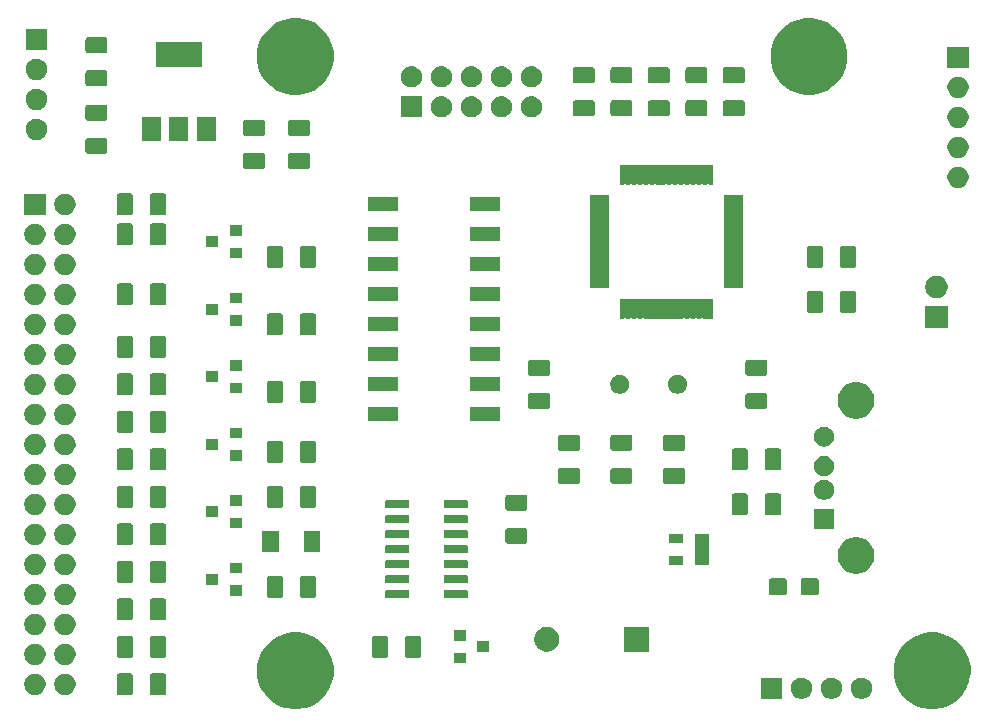
<source format=gbr>
G04 #@! TF.GenerationSoftware,KiCad,Pcbnew,(5.1.5)-3*
G04 #@! TF.CreationDate,2020-10-28T12:36:19+01:00*
G04 #@! TF.ProjectId,Gotek_Floppy_Disk_Emulator_V2,476f7465-6b5f-4466-9c6f-7070795f4469,rev?*
G04 #@! TF.SameCoordinates,Original*
G04 #@! TF.FileFunction,Soldermask,Top*
G04 #@! TF.FilePolarity,Negative*
%FSLAX46Y46*%
G04 Gerber Fmt 4.6, Leading zero omitted, Abs format (unit mm)*
G04 Created by KiCad (PCBNEW (5.1.5)-3) date 2020-10-28 12:36:19*
%MOMM*%
%LPD*%
G04 APERTURE LIST*
%ADD10C,0.100000*%
G04 APERTURE END LIST*
D10*
G36*
X168549239Y-108691467D02*
G01*
X168863282Y-108753934D01*
X169454926Y-108999001D01*
X169987392Y-109354784D01*
X170440216Y-109807608D01*
X170795999Y-110340074D01*
X171034879Y-110916782D01*
X171041066Y-110931719D01*
X171166000Y-111559803D01*
X171166000Y-112200197D01*
X171153827Y-112261396D01*
X171041066Y-112828282D01*
X170795999Y-113419926D01*
X170518559Y-113835144D01*
X170448929Y-113939353D01*
X170440216Y-113952392D01*
X169987392Y-114405216D01*
X169454926Y-114760999D01*
X168863282Y-115006066D01*
X168549239Y-115068533D01*
X168235197Y-115131000D01*
X167594803Y-115131000D01*
X167280761Y-115068533D01*
X166966718Y-115006066D01*
X166375074Y-114760999D01*
X165842608Y-114405216D01*
X165389784Y-113952392D01*
X165381072Y-113939353D01*
X165311441Y-113835144D01*
X165034001Y-113419926D01*
X164788934Y-112828282D01*
X164676173Y-112261396D01*
X164664000Y-112200197D01*
X164664000Y-111559803D01*
X164788934Y-110931719D01*
X164795121Y-110916782D01*
X165034001Y-110340074D01*
X165389784Y-109807608D01*
X165842608Y-109354784D01*
X166375074Y-108999001D01*
X166966718Y-108753934D01*
X167280761Y-108691467D01*
X167594803Y-108629000D01*
X168235197Y-108629000D01*
X168549239Y-108691467D01*
G37*
G36*
X114634239Y-108691467D02*
G01*
X114948282Y-108753934D01*
X115539926Y-108999001D01*
X116072392Y-109354784D01*
X116525216Y-109807608D01*
X116880999Y-110340074D01*
X117119879Y-110916782D01*
X117126066Y-110931719D01*
X117251000Y-111559803D01*
X117251000Y-112200197D01*
X117238827Y-112261396D01*
X117126066Y-112828282D01*
X116880999Y-113419926D01*
X116603559Y-113835144D01*
X116533929Y-113939353D01*
X116525216Y-113952392D01*
X116072392Y-114405216D01*
X115539926Y-114760999D01*
X114948282Y-115006066D01*
X114634239Y-115068533D01*
X114320197Y-115131000D01*
X113679803Y-115131000D01*
X113365761Y-115068533D01*
X113051718Y-115006066D01*
X112460074Y-114760999D01*
X111927608Y-114405216D01*
X111474784Y-113952392D01*
X111466072Y-113939353D01*
X111396441Y-113835144D01*
X111119001Y-113419926D01*
X110873934Y-112828282D01*
X110761173Y-112261396D01*
X110749000Y-112200197D01*
X110749000Y-111559803D01*
X110873934Y-110931719D01*
X110880121Y-110916782D01*
X111119001Y-110340074D01*
X111474784Y-109807608D01*
X111927608Y-109354784D01*
X112460074Y-108999001D01*
X113051718Y-108753934D01*
X113365761Y-108691467D01*
X113679803Y-108629000D01*
X114320197Y-108629000D01*
X114634239Y-108691467D01*
G37*
G36*
X162038512Y-112468927D02*
G01*
X162187812Y-112498624D01*
X162351784Y-112566544D01*
X162499354Y-112665147D01*
X162624853Y-112790646D01*
X162723456Y-112938216D01*
X162791376Y-113102188D01*
X162826000Y-113276259D01*
X162826000Y-113453741D01*
X162791376Y-113627812D01*
X162723456Y-113791784D01*
X162624853Y-113939354D01*
X162499354Y-114064853D01*
X162351784Y-114163456D01*
X162187812Y-114231376D01*
X162038512Y-114261073D01*
X162013742Y-114266000D01*
X161836258Y-114266000D01*
X161811488Y-114261073D01*
X161662188Y-114231376D01*
X161498216Y-114163456D01*
X161350646Y-114064853D01*
X161225147Y-113939354D01*
X161126544Y-113791784D01*
X161058624Y-113627812D01*
X161024000Y-113453741D01*
X161024000Y-113276259D01*
X161058624Y-113102188D01*
X161126544Y-112938216D01*
X161225147Y-112790646D01*
X161350646Y-112665147D01*
X161498216Y-112566544D01*
X161662188Y-112498624D01*
X161811488Y-112468927D01*
X161836258Y-112464000D01*
X162013742Y-112464000D01*
X162038512Y-112468927D01*
G37*
G36*
X155206000Y-114266000D02*
G01*
X153404000Y-114266000D01*
X153404000Y-112464000D01*
X155206000Y-112464000D01*
X155206000Y-114266000D01*
G37*
G36*
X156958512Y-112468927D02*
G01*
X157107812Y-112498624D01*
X157271784Y-112566544D01*
X157419354Y-112665147D01*
X157544853Y-112790646D01*
X157643456Y-112938216D01*
X157711376Y-113102188D01*
X157746000Y-113276259D01*
X157746000Y-113453741D01*
X157711376Y-113627812D01*
X157643456Y-113791784D01*
X157544853Y-113939354D01*
X157419354Y-114064853D01*
X157271784Y-114163456D01*
X157107812Y-114231376D01*
X156958512Y-114261073D01*
X156933742Y-114266000D01*
X156756258Y-114266000D01*
X156731488Y-114261073D01*
X156582188Y-114231376D01*
X156418216Y-114163456D01*
X156270646Y-114064853D01*
X156145147Y-113939354D01*
X156046544Y-113791784D01*
X155978624Y-113627812D01*
X155944000Y-113453741D01*
X155944000Y-113276259D01*
X155978624Y-113102188D01*
X156046544Y-112938216D01*
X156145147Y-112790646D01*
X156270646Y-112665147D01*
X156418216Y-112566544D01*
X156582188Y-112498624D01*
X156731488Y-112468927D01*
X156756258Y-112464000D01*
X156933742Y-112464000D01*
X156958512Y-112468927D01*
G37*
G36*
X159498512Y-112468927D02*
G01*
X159647812Y-112498624D01*
X159811784Y-112566544D01*
X159959354Y-112665147D01*
X160084853Y-112790646D01*
X160183456Y-112938216D01*
X160251376Y-113102188D01*
X160286000Y-113276259D01*
X160286000Y-113453741D01*
X160251376Y-113627812D01*
X160183456Y-113791784D01*
X160084853Y-113939354D01*
X159959354Y-114064853D01*
X159811784Y-114163456D01*
X159647812Y-114231376D01*
X159498512Y-114261073D01*
X159473742Y-114266000D01*
X159296258Y-114266000D01*
X159271488Y-114261073D01*
X159122188Y-114231376D01*
X158958216Y-114163456D01*
X158810646Y-114064853D01*
X158685147Y-113939354D01*
X158586544Y-113791784D01*
X158518624Y-113627812D01*
X158484000Y-113453741D01*
X158484000Y-113276259D01*
X158518624Y-113102188D01*
X158586544Y-112938216D01*
X158685147Y-112790646D01*
X158810646Y-112665147D01*
X158958216Y-112566544D01*
X159122188Y-112498624D01*
X159271488Y-112468927D01*
X159296258Y-112464000D01*
X159473742Y-112464000D01*
X159498512Y-112468927D01*
G37*
G36*
X102883604Y-112108347D02*
G01*
X102920144Y-112119432D01*
X102953821Y-112137433D01*
X102983341Y-112161659D01*
X103007567Y-112191179D01*
X103025568Y-112224856D01*
X103036653Y-112261396D01*
X103041000Y-112305538D01*
X103041000Y-113754462D01*
X103036653Y-113798604D01*
X103025568Y-113835144D01*
X103007567Y-113868821D01*
X102983341Y-113898341D01*
X102953821Y-113922567D01*
X102920144Y-113940568D01*
X102883604Y-113951653D01*
X102839462Y-113956000D01*
X101890538Y-113956000D01*
X101846396Y-113951653D01*
X101809856Y-113940568D01*
X101776179Y-113922567D01*
X101746659Y-113898341D01*
X101722433Y-113868821D01*
X101704432Y-113835144D01*
X101693347Y-113798604D01*
X101689000Y-113754462D01*
X101689000Y-112305538D01*
X101693347Y-112261396D01*
X101704432Y-112224856D01*
X101722433Y-112191179D01*
X101746659Y-112161659D01*
X101776179Y-112137433D01*
X101809856Y-112119432D01*
X101846396Y-112108347D01*
X101890538Y-112104000D01*
X102839462Y-112104000D01*
X102883604Y-112108347D01*
G37*
G36*
X100083604Y-112108347D02*
G01*
X100120144Y-112119432D01*
X100153821Y-112137433D01*
X100183341Y-112161659D01*
X100207567Y-112191179D01*
X100225568Y-112224856D01*
X100236653Y-112261396D01*
X100241000Y-112305538D01*
X100241000Y-113754462D01*
X100236653Y-113798604D01*
X100225568Y-113835144D01*
X100207567Y-113868821D01*
X100183341Y-113898341D01*
X100153821Y-113922567D01*
X100120144Y-113940568D01*
X100083604Y-113951653D01*
X100039462Y-113956000D01*
X99090538Y-113956000D01*
X99046396Y-113951653D01*
X99009856Y-113940568D01*
X98976179Y-113922567D01*
X98946659Y-113898341D01*
X98922433Y-113868821D01*
X98904432Y-113835144D01*
X98893347Y-113798604D01*
X98889000Y-113754462D01*
X98889000Y-112305538D01*
X98893347Y-112261396D01*
X98904432Y-112224856D01*
X98922433Y-112191179D01*
X98946659Y-112161659D01*
X98976179Y-112137433D01*
X99009856Y-112119432D01*
X99046396Y-112108347D01*
X99090538Y-112104000D01*
X100039462Y-112104000D01*
X100083604Y-112108347D01*
G37*
G36*
X92061512Y-112133927D02*
G01*
X92210812Y-112163624D01*
X92374784Y-112231544D01*
X92522354Y-112330147D01*
X92647853Y-112455646D01*
X92746456Y-112603216D01*
X92814376Y-112767188D01*
X92849000Y-112941259D01*
X92849000Y-113118741D01*
X92814376Y-113292812D01*
X92746456Y-113456784D01*
X92647853Y-113604354D01*
X92522354Y-113729853D01*
X92374784Y-113828456D01*
X92210812Y-113896376D01*
X92061512Y-113926073D01*
X92036742Y-113931000D01*
X91859258Y-113931000D01*
X91834488Y-113926073D01*
X91685188Y-113896376D01*
X91521216Y-113828456D01*
X91373646Y-113729853D01*
X91248147Y-113604354D01*
X91149544Y-113456784D01*
X91081624Y-113292812D01*
X91047000Y-113118741D01*
X91047000Y-112941259D01*
X91081624Y-112767188D01*
X91149544Y-112603216D01*
X91248147Y-112455646D01*
X91373646Y-112330147D01*
X91521216Y-112231544D01*
X91685188Y-112163624D01*
X91834488Y-112133927D01*
X91859258Y-112129000D01*
X92036742Y-112129000D01*
X92061512Y-112133927D01*
G37*
G36*
X94601512Y-112133927D02*
G01*
X94750812Y-112163624D01*
X94914784Y-112231544D01*
X95062354Y-112330147D01*
X95187853Y-112455646D01*
X95286456Y-112603216D01*
X95354376Y-112767188D01*
X95389000Y-112941259D01*
X95389000Y-113118741D01*
X95354376Y-113292812D01*
X95286456Y-113456784D01*
X95187853Y-113604354D01*
X95062354Y-113729853D01*
X94914784Y-113828456D01*
X94750812Y-113896376D01*
X94601512Y-113926073D01*
X94576742Y-113931000D01*
X94399258Y-113931000D01*
X94374488Y-113926073D01*
X94225188Y-113896376D01*
X94061216Y-113828456D01*
X93913646Y-113729853D01*
X93788147Y-113604354D01*
X93689544Y-113456784D01*
X93621624Y-113292812D01*
X93587000Y-113118741D01*
X93587000Y-112941259D01*
X93621624Y-112767188D01*
X93689544Y-112603216D01*
X93788147Y-112455646D01*
X93913646Y-112330147D01*
X94061216Y-112231544D01*
X94225188Y-112163624D01*
X94374488Y-112133927D01*
X94399258Y-112129000D01*
X94576742Y-112129000D01*
X94601512Y-112133927D01*
G37*
G36*
X94601512Y-109593927D02*
G01*
X94750812Y-109623624D01*
X94914784Y-109691544D01*
X95062354Y-109790147D01*
X95187853Y-109915646D01*
X95286456Y-110063216D01*
X95354376Y-110227188D01*
X95389000Y-110401259D01*
X95389000Y-110578741D01*
X95354376Y-110752812D01*
X95286456Y-110916784D01*
X95187853Y-111064354D01*
X95062354Y-111189853D01*
X94914784Y-111288456D01*
X94750812Y-111356376D01*
X94601512Y-111386073D01*
X94576742Y-111391000D01*
X94399258Y-111391000D01*
X94374488Y-111386073D01*
X94225188Y-111356376D01*
X94061216Y-111288456D01*
X93913646Y-111189853D01*
X93788147Y-111064354D01*
X93689544Y-110916784D01*
X93621624Y-110752812D01*
X93587000Y-110578741D01*
X93587000Y-110401259D01*
X93621624Y-110227188D01*
X93689544Y-110063216D01*
X93788147Y-109915646D01*
X93913646Y-109790147D01*
X94061216Y-109691544D01*
X94225188Y-109623624D01*
X94374488Y-109593927D01*
X94399258Y-109589000D01*
X94576742Y-109589000D01*
X94601512Y-109593927D01*
G37*
G36*
X92061512Y-109593927D02*
G01*
X92210812Y-109623624D01*
X92374784Y-109691544D01*
X92522354Y-109790147D01*
X92647853Y-109915646D01*
X92746456Y-110063216D01*
X92814376Y-110227188D01*
X92849000Y-110401259D01*
X92849000Y-110578741D01*
X92814376Y-110752812D01*
X92746456Y-110916784D01*
X92647853Y-111064354D01*
X92522354Y-111189853D01*
X92374784Y-111288456D01*
X92210812Y-111356376D01*
X92061512Y-111386073D01*
X92036742Y-111391000D01*
X91859258Y-111391000D01*
X91834488Y-111386073D01*
X91685188Y-111356376D01*
X91521216Y-111288456D01*
X91373646Y-111189853D01*
X91248147Y-111064354D01*
X91149544Y-110916784D01*
X91081624Y-110752812D01*
X91047000Y-110578741D01*
X91047000Y-110401259D01*
X91081624Y-110227188D01*
X91149544Y-110063216D01*
X91248147Y-109915646D01*
X91373646Y-109790147D01*
X91521216Y-109691544D01*
X91685188Y-109623624D01*
X91834488Y-109593927D01*
X91859258Y-109589000D01*
X92036742Y-109589000D01*
X92061512Y-109593927D01*
G37*
G36*
X128406000Y-111256000D02*
G01*
X127404000Y-111256000D01*
X127404000Y-110354000D01*
X128406000Y-110354000D01*
X128406000Y-111256000D01*
G37*
G36*
X100083604Y-108933347D02*
G01*
X100120144Y-108944432D01*
X100153821Y-108962433D01*
X100183341Y-108986659D01*
X100207567Y-109016179D01*
X100225568Y-109049856D01*
X100236653Y-109086396D01*
X100241000Y-109130538D01*
X100241000Y-110579462D01*
X100236653Y-110623604D01*
X100225568Y-110660144D01*
X100207567Y-110693821D01*
X100183341Y-110723341D01*
X100153821Y-110747567D01*
X100120144Y-110765568D01*
X100083604Y-110776653D01*
X100039462Y-110781000D01*
X99090538Y-110781000D01*
X99046396Y-110776653D01*
X99009856Y-110765568D01*
X98976179Y-110747567D01*
X98946659Y-110723341D01*
X98922433Y-110693821D01*
X98904432Y-110660144D01*
X98893347Y-110623604D01*
X98889000Y-110579462D01*
X98889000Y-109130538D01*
X98893347Y-109086396D01*
X98904432Y-109049856D01*
X98922433Y-109016179D01*
X98946659Y-108986659D01*
X98976179Y-108962433D01*
X99009856Y-108944432D01*
X99046396Y-108933347D01*
X99090538Y-108929000D01*
X100039462Y-108929000D01*
X100083604Y-108933347D01*
G37*
G36*
X121673604Y-108933347D02*
G01*
X121710144Y-108944432D01*
X121743821Y-108962433D01*
X121773341Y-108986659D01*
X121797567Y-109016179D01*
X121815568Y-109049856D01*
X121826653Y-109086396D01*
X121831000Y-109130538D01*
X121831000Y-110579462D01*
X121826653Y-110623604D01*
X121815568Y-110660144D01*
X121797567Y-110693821D01*
X121773341Y-110723341D01*
X121743821Y-110747567D01*
X121710144Y-110765568D01*
X121673604Y-110776653D01*
X121629462Y-110781000D01*
X120680538Y-110781000D01*
X120636396Y-110776653D01*
X120599856Y-110765568D01*
X120566179Y-110747567D01*
X120536659Y-110723341D01*
X120512433Y-110693821D01*
X120494432Y-110660144D01*
X120483347Y-110623604D01*
X120479000Y-110579462D01*
X120479000Y-109130538D01*
X120483347Y-109086396D01*
X120494432Y-109049856D01*
X120512433Y-109016179D01*
X120536659Y-108986659D01*
X120566179Y-108962433D01*
X120599856Y-108944432D01*
X120636396Y-108933347D01*
X120680538Y-108929000D01*
X121629462Y-108929000D01*
X121673604Y-108933347D01*
G37*
G36*
X124473604Y-108933347D02*
G01*
X124510144Y-108944432D01*
X124543821Y-108962433D01*
X124573341Y-108986659D01*
X124597567Y-109016179D01*
X124615568Y-109049856D01*
X124626653Y-109086396D01*
X124631000Y-109130538D01*
X124631000Y-110579462D01*
X124626653Y-110623604D01*
X124615568Y-110660144D01*
X124597567Y-110693821D01*
X124573341Y-110723341D01*
X124543821Y-110747567D01*
X124510144Y-110765568D01*
X124473604Y-110776653D01*
X124429462Y-110781000D01*
X123480538Y-110781000D01*
X123436396Y-110776653D01*
X123399856Y-110765568D01*
X123366179Y-110747567D01*
X123336659Y-110723341D01*
X123312433Y-110693821D01*
X123294432Y-110660144D01*
X123283347Y-110623604D01*
X123279000Y-110579462D01*
X123279000Y-109130538D01*
X123283347Y-109086396D01*
X123294432Y-109049856D01*
X123312433Y-109016179D01*
X123336659Y-108986659D01*
X123366179Y-108962433D01*
X123399856Y-108944432D01*
X123436396Y-108933347D01*
X123480538Y-108929000D01*
X124429462Y-108929000D01*
X124473604Y-108933347D01*
G37*
G36*
X102883604Y-108933347D02*
G01*
X102920144Y-108944432D01*
X102953821Y-108962433D01*
X102983341Y-108986659D01*
X103007567Y-109016179D01*
X103025568Y-109049856D01*
X103036653Y-109086396D01*
X103041000Y-109130538D01*
X103041000Y-110579462D01*
X103036653Y-110623604D01*
X103025568Y-110660144D01*
X103007567Y-110693821D01*
X102983341Y-110723341D01*
X102953821Y-110747567D01*
X102920144Y-110765568D01*
X102883604Y-110776653D01*
X102839462Y-110781000D01*
X101890538Y-110781000D01*
X101846396Y-110776653D01*
X101809856Y-110765568D01*
X101776179Y-110747567D01*
X101746659Y-110723341D01*
X101722433Y-110693821D01*
X101704432Y-110660144D01*
X101693347Y-110623604D01*
X101689000Y-110579462D01*
X101689000Y-109130538D01*
X101693347Y-109086396D01*
X101704432Y-109049856D01*
X101722433Y-109016179D01*
X101746659Y-108986659D01*
X101776179Y-108962433D01*
X101809856Y-108944432D01*
X101846396Y-108933347D01*
X101890538Y-108929000D01*
X102839462Y-108929000D01*
X102883604Y-108933347D01*
G37*
G36*
X130406000Y-110306000D02*
G01*
X129404000Y-110306000D01*
X129404000Y-109404000D01*
X130406000Y-109404000D01*
X130406000Y-110306000D01*
G37*
G36*
X135581564Y-108209389D02*
G01*
X135772833Y-108288615D01*
X135772835Y-108288616D01*
X135944973Y-108403635D01*
X136091365Y-108550027D01*
X136158067Y-108649853D01*
X136206385Y-108722167D01*
X136285611Y-108913436D01*
X136326000Y-109116484D01*
X136326000Y-109323516D01*
X136285611Y-109526564D01*
X136245407Y-109623625D01*
X136206384Y-109717835D01*
X136091365Y-109889973D01*
X135944973Y-110036365D01*
X135772835Y-110151384D01*
X135772834Y-110151385D01*
X135772833Y-110151385D01*
X135581564Y-110230611D01*
X135378516Y-110271000D01*
X135171484Y-110271000D01*
X134968436Y-110230611D01*
X134777167Y-110151385D01*
X134777166Y-110151385D01*
X134777165Y-110151384D01*
X134605027Y-110036365D01*
X134458635Y-109889973D01*
X134343616Y-109717835D01*
X134304593Y-109623625D01*
X134264389Y-109526564D01*
X134224000Y-109323516D01*
X134224000Y-109116484D01*
X134264389Y-108913436D01*
X134343615Y-108722167D01*
X134391934Y-108649853D01*
X134458635Y-108550027D01*
X134605027Y-108403635D01*
X134777165Y-108288616D01*
X134777167Y-108288615D01*
X134968436Y-108209389D01*
X135171484Y-108169000D01*
X135378516Y-108169000D01*
X135581564Y-108209389D01*
G37*
G36*
X143926000Y-110271000D02*
G01*
X141824000Y-110271000D01*
X141824000Y-108169000D01*
X143926000Y-108169000D01*
X143926000Y-110271000D01*
G37*
G36*
X128406000Y-109356000D02*
G01*
X127404000Y-109356000D01*
X127404000Y-108454000D01*
X128406000Y-108454000D01*
X128406000Y-109356000D01*
G37*
G36*
X94601512Y-107053927D02*
G01*
X94750812Y-107083624D01*
X94914784Y-107151544D01*
X95062354Y-107250147D01*
X95187853Y-107375646D01*
X95286456Y-107523216D01*
X95354376Y-107687188D01*
X95389000Y-107861259D01*
X95389000Y-108038741D01*
X95354376Y-108212812D01*
X95286456Y-108376784D01*
X95187853Y-108524354D01*
X95062354Y-108649853D01*
X94914784Y-108748456D01*
X94750812Y-108816376D01*
X94601512Y-108846073D01*
X94576742Y-108851000D01*
X94399258Y-108851000D01*
X94374488Y-108846073D01*
X94225188Y-108816376D01*
X94061216Y-108748456D01*
X93913646Y-108649853D01*
X93788147Y-108524354D01*
X93689544Y-108376784D01*
X93621624Y-108212812D01*
X93587000Y-108038741D01*
X93587000Y-107861259D01*
X93621624Y-107687188D01*
X93689544Y-107523216D01*
X93788147Y-107375646D01*
X93913646Y-107250147D01*
X94061216Y-107151544D01*
X94225188Y-107083624D01*
X94374488Y-107053927D01*
X94399258Y-107049000D01*
X94576742Y-107049000D01*
X94601512Y-107053927D01*
G37*
G36*
X92061512Y-107053927D02*
G01*
X92210812Y-107083624D01*
X92374784Y-107151544D01*
X92522354Y-107250147D01*
X92647853Y-107375646D01*
X92746456Y-107523216D01*
X92814376Y-107687188D01*
X92849000Y-107861259D01*
X92849000Y-108038741D01*
X92814376Y-108212812D01*
X92746456Y-108376784D01*
X92647853Y-108524354D01*
X92522354Y-108649853D01*
X92374784Y-108748456D01*
X92210812Y-108816376D01*
X92061512Y-108846073D01*
X92036742Y-108851000D01*
X91859258Y-108851000D01*
X91834488Y-108846073D01*
X91685188Y-108816376D01*
X91521216Y-108748456D01*
X91373646Y-108649853D01*
X91248147Y-108524354D01*
X91149544Y-108376784D01*
X91081624Y-108212812D01*
X91047000Y-108038741D01*
X91047000Y-107861259D01*
X91081624Y-107687188D01*
X91149544Y-107523216D01*
X91248147Y-107375646D01*
X91373646Y-107250147D01*
X91521216Y-107151544D01*
X91685188Y-107083624D01*
X91834488Y-107053927D01*
X91859258Y-107049000D01*
X92036742Y-107049000D01*
X92061512Y-107053927D01*
G37*
G36*
X100083604Y-105758347D02*
G01*
X100120144Y-105769432D01*
X100153821Y-105787433D01*
X100183341Y-105811659D01*
X100207567Y-105841179D01*
X100225568Y-105874856D01*
X100236653Y-105911396D01*
X100241000Y-105955538D01*
X100241000Y-107404462D01*
X100236653Y-107448604D01*
X100225568Y-107485144D01*
X100207567Y-107518821D01*
X100183341Y-107548341D01*
X100153821Y-107572567D01*
X100120144Y-107590568D01*
X100083604Y-107601653D01*
X100039462Y-107606000D01*
X99090538Y-107606000D01*
X99046396Y-107601653D01*
X99009856Y-107590568D01*
X98976179Y-107572567D01*
X98946659Y-107548341D01*
X98922433Y-107518821D01*
X98904432Y-107485144D01*
X98893347Y-107448604D01*
X98889000Y-107404462D01*
X98889000Y-105955538D01*
X98893347Y-105911396D01*
X98904432Y-105874856D01*
X98922433Y-105841179D01*
X98946659Y-105811659D01*
X98976179Y-105787433D01*
X99009856Y-105769432D01*
X99046396Y-105758347D01*
X99090538Y-105754000D01*
X100039462Y-105754000D01*
X100083604Y-105758347D01*
G37*
G36*
X102883604Y-105758347D02*
G01*
X102920144Y-105769432D01*
X102953821Y-105787433D01*
X102983341Y-105811659D01*
X103007567Y-105841179D01*
X103025568Y-105874856D01*
X103036653Y-105911396D01*
X103041000Y-105955538D01*
X103041000Y-107404462D01*
X103036653Y-107448604D01*
X103025568Y-107485144D01*
X103007567Y-107518821D01*
X102983341Y-107548341D01*
X102953821Y-107572567D01*
X102920144Y-107590568D01*
X102883604Y-107601653D01*
X102839462Y-107606000D01*
X101890538Y-107606000D01*
X101846396Y-107601653D01*
X101809856Y-107590568D01*
X101776179Y-107572567D01*
X101746659Y-107548341D01*
X101722433Y-107518821D01*
X101704432Y-107485144D01*
X101693347Y-107448604D01*
X101689000Y-107404462D01*
X101689000Y-105955538D01*
X101693347Y-105911396D01*
X101704432Y-105874856D01*
X101722433Y-105841179D01*
X101746659Y-105811659D01*
X101776179Y-105787433D01*
X101809856Y-105769432D01*
X101846396Y-105758347D01*
X101890538Y-105754000D01*
X102839462Y-105754000D01*
X102883604Y-105758347D01*
G37*
G36*
X94601512Y-104513927D02*
G01*
X94750812Y-104543624D01*
X94914784Y-104611544D01*
X95062354Y-104710147D01*
X95187853Y-104835646D01*
X95286456Y-104983216D01*
X95354376Y-105147188D01*
X95389000Y-105321259D01*
X95389000Y-105498741D01*
X95354376Y-105672812D01*
X95286456Y-105836784D01*
X95187853Y-105984354D01*
X95062354Y-106109853D01*
X94914784Y-106208456D01*
X94750812Y-106276376D01*
X94601512Y-106306073D01*
X94576742Y-106311000D01*
X94399258Y-106311000D01*
X94374488Y-106306073D01*
X94225188Y-106276376D01*
X94061216Y-106208456D01*
X93913646Y-106109853D01*
X93788147Y-105984354D01*
X93689544Y-105836784D01*
X93621624Y-105672812D01*
X93587000Y-105498741D01*
X93587000Y-105321259D01*
X93621624Y-105147188D01*
X93689544Y-104983216D01*
X93788147Y-104835646D01*
X93913646Y-104710147D01*
X94061216Y-104611544D01*
X94225188Y-104543624D01*
X94374488Y-104513927D01*
X94399258Y-104509000D01*
X94576742Y-104509000D01*
X94601512Y-104513927D01*
G37*
G36*
X92061512Y-104513927D02*
G01*
X92210812Y-104543624D01*
X92374784Y-104611544D01*
X92522354Y-104710147D01*
X92647853Y-104835646D01*
X92746456Y-104983216D01*
X92814376Y-105147188D01*
X92849000Y-105321259D01*
X92849000Y-105498741D01*
X92814376Y-105672812D01*
X92746456Y-105836784D01*
X92647853Y-105984354D01*
X92522354Y-106109853D01*
X92374784Y-106208456D01*
X92210812Y-106276376D01*
X92061512Y-106306073D01*
X92036742Y-106311000D01*
X91859258Y-106311000D01*
X91834488Y-106306073D01*
X91685188Y-106276376D01*
X91521216Y-106208456D01*
X91373646Y-106109853D01*
X91248147Y-105984354D01*
X91149544Y-105836784D01*
X91081624Y-105672812D01*
X91047000Y-105498741D01*
X91047000Y-105321259D01*
X91081624Y-105147188D01*
X91149544Y-104983216D01*
X91248147Y-104835646D01*
X91373646Y-104710147D01*
X91521216Y-104611544D01*
X91685188Y-104543624D01*
X91834488Y-104513927D01*
X91859258Y-104509000D01*
X92036742Y-104509000D01*
X92061512Y-104513927D01*
G37*
G36*
X123554928Y-105061764D02*
G01*
X123576009Y-105068160D01*
X123595445Y-105078548D01*
X123612476Y-105092524D01*
X123626452Y-105109555D01*
X123636840Y-105128991D01*
X123643236Y-105150072D01*
X123646000Y-105178140D01*
X123646000Y-105641860D01*
X123643236Y-105669928D01*
X123636840Y-105691009D01*
X123626452Y-105710445D01*
X123612476Y-105727476D01*
X123595445Y-105741452D01*
X123576009Y-105751840D01*
X123554928Y-105758236D01*
X123526860Y-105761000D01*
X121713140Y-105761000D01*
X121685072Y-105758236D01*
X121663991Y-105751840D01*
X121644555Y-105741452D01*
X121627524Y-105727476D01*
X121613548Y-105710445D01*
X121603160Y-105691009D01*
X121596764Y-105669928D01*
X121594000Y-105641860D01*
X121594000Y-105178140D01*
X121596764Y-105150072D01*
X121603160Y-105128991D01*
X121613548Y-105109555D01*
X121627524Y-105092524D01*
X121644555Y-105078548D01*
X121663991Y-105068160D01*
X121685072Y-105061764D01*
X121713140Y-105059000D01*
X123526860Y-105059000D01*
X123554928Y-105061764D01*
G37*
G36*
X128504928Y-105061764D02*
G01*
X128526009Y-105068160D01*
X128545445Y-105078548D01*
X128562476Y-105092524D01*
X128576452Y-105109555D01*
X128586840Y-105128991D01*
X128593236Y-105150072D01*
X128596000Y-105178140D01*
X128596000Y-105641860D01*
X128593236Y-105669928D01*
X128586840Y-105691009D01*
X128576452Y-105710445D01*
X128562476Y-105727476D01*
X128545445Y-105741452D01*
X128526009Y-105751840D01*
X128504928Y-105758236D01*
X128476860Y-105761000D01*
X126663140Y-105761000D01*
X126635072Y-105758236D01*
X126613991Y-105751840D01*
X126594555Y-105741452D01*
X126577524Y-105727476D01*
X126563548Y-105710445D01*
X126553160Y-105691009D01*
X126546764Y-105669928D01*
X126544000Y-105641860D01*
X126544000Y-105178140D01*
X126546764Y-105150072D01*
X126553160Y-105128991D01*
X126563548Y-105109555D01*
X126577524Y-105092524D01*
X126594555Y-105078548D01*
X126613991Y-105068160D01*
X126635072Y-105061764D01*
X126663140Y-105059000D01*
X128476860Y-105059000D01*
X128504928Y-105061764D01*
G37*
G36*
X115583604Y-103853347D02*
G01*
X115620144Y-103864432D01*
X115653821Y-103882433D01*
X115683341Y-103906659D01*
X115707567Y-103936179D01*
X115725568Y-103969856D01*
X115736653Y-104006396D01*
X115741000Y-104050538D01*
X115741000Y-105499462D01*
X115736653Y-105543604D01*
X115725568Y-105580144D01*
X115707567Y-105613821D01*
X115683341Y-105643341D01*
X115653821Y-105667567D01*
X115620144Y-105685568D01*
X115583604Y-105696653D01*
X115539462Y-105701000D01*
X114590538Y-105701000D01*
X114546396Y-105696653D01*
X114509856Y-105685568D01*
X114476179Y-105667567D01*
X114446659Y-105643341D01*
X114422433Y-105613821D01*
X114404432Y-105580144D01*
X114393347Y-105543604D01*
X114389000Y-105499462D01*
X114389000Y-104050538D01*
X114393347Y-104006396D01*
X114404432Y-103969856D01*
X114422433Y-103936179D01*
X114446659Y-103906659D01*
X114476179Y-103882433D01*
X114509856Y-103864432D01*
X114546396Y-103853347D01*
X114590538Y-103849000D01*
X115539462Y-103849000D01*
X115583604Y-103853347D01*
G37*
G36*
X112783604Y-103853347D02*
G01*
X112820144Y-103864432D01*
X112853821Y-103882433D01*
X112883341Y-103906659D01*
X112907567Y-103936179D01*
X112925568Y-103969856D01*
X112936653Y-104006396D01*
X112941000Y-104050538D01*
X112941000Y-105499462D01*
X112936653Y-105543604D01*
X112925568Y-105580144D01*
X112907567Y-105613821D01*
X112883341Y-105643341D01*
X112853821Y-105667567D01*
X112820144Y-105685568D01*
X112783604Y-105696653D01*
X112739462Y-105701000D01*
X111790538Y-105701000D01*
X111746396Y-105696653D01*
X111709856Y-105685568D01*
X111676179Y-105667567D01*
X111646659Y-105643341D01*
X111622433Y-105613821D01*
X111604432Y-105580144D01*
X111593347Y-105543604D01*
X111589000Y-105499462D01*
X111589000Y-104050538D01*
X111593347Y-104006396D01*
X111604432Y-103969856D01*
X111622433Y-103936179D01*
X111646659Y-103906659D01*
X111676179Y-103882433D01*
X111709856Y-103864432D01*
X111746396Y-103853347D01*
X111790538Y-103849000D01*
X112739462Y-103849000D01*
X112783604Y-103853347D01*
G37*
G36*
X109451000Y-105541000D02*
G01*
X108449000Y-105541000D01*
X108449000Y-104639000D01*
X109451000Y-104639000D01*
X109451000Y-105541000D01*
G37*
G36*
X158157798Y-104053247D02*
G01*
X158193367Y-104064037D01*
X158226139Y-104081554D01*
X158254869Y-104105131D01*
X158278446Y-104133861D01*
X158295963Y-104166633D01*
X158306753Y-104202202D01*
X158311000Y-104245325D01*
X158311000Y-105304675D01*
X158306753Y-105347798D01*
X158295963Y-105383367D01*
X158278446Y-105416139D01*
X158254869Y-105444869D01*
X158226139Y-105468446D01*
X158193367Y-105485963D01*
X158157798Y-105496753D01*
X158114675Y-105501000D01*
X157005325Y-105501000D01*
X156962202Y-105496753D01*
X156926633Y-105485963D01*
X156893861Y-105468446D01*
X156865131Y-105444869D01*
X156841554Y-105416139D01*
X156824037Y-105383367D01*
X156813247Y-105347798D01*
X156809000Y-105304675D01*
X156809000Y-104245325D01*
X156813247Y-104202202D01*
X156824037Y-104166633D01*
X156841554Y-104133861D01*
X156865131Y-104105131D01*
X156893861Y-104081554D01*
X156926633Y-104064037D01*
X156962202Y-104053247D01*
X157005325Y-104049000D01*
X158114675Y-104049000D01*
X158157798Y-104053247D01*
G37*
G36*
X155457798Y-104053247D02*
G01*
X155493367Y-104064037D01*
X155526139Y-104081554D01*
X155554869Y-104105131D01*
X155578446Y-104133861D01*
X155595963Y-104166633D01*
X155606753Y-104202202D01*
X155611000Y-104245325D01*
X155611000Y-105304675D01*
X155606753Y-105347798D01*
X155595963Y-105383367D01*
X155578446Y-105416139D01*
X155554869Y-105444869D01*
X155526139Y-105468446D01*
X155493367Y-105485963D01*
X155457798Y-105496753D01*
X155414675Y-105501000D01*
X154305325Y-105501000D01*
X154262202Y-105496753D01*
X154226633Y-105485963D01*
X154193861Y-105468446D01*
X154165131Y-105444869D01*
X154141554Y-105416139D01*
X154124037Y-105383367D01*
X154113247Y-105347798D01*
X154109000Y-105304675D01*
X154109000Y-104245325D01*
X154113247Y-104202202D01*
X154124037Y-104166633D01*
X154141554Y-104133861D01*
X154165131Y-104105131D01*
X154193861Y-104081554D01*
X154226633Y-104064037D01*
X154262202Y-104053247D01*
X154305325Y-104049000D01*
X155414675Y-104049000D01*
X155457798Y-104053247D01*
G37*
G36*
X107451000Y-104591000D02*
G01*
X106449000Y-104591000D01*
X106449000Y-103689000D01*
X107451000Y-103689000D01*
X107451000Y-104591000D01*
G37*
G36*
X128504928Y-103791764D02*
G01*
X128526009Y-103798160D01*
X128545445Y-103808548D01*
X128562476Y-103822524D01*
X128576452Y-103839555D01*
X128586840Y-103858991D01*
X128593236Y-103880072D01*
X128596000Y-103908140D01*
X128596000Y-104371860D01*
X128593236Y-104399928D01*
X128586840Y-104421009D01*
X128576452Y-104440445D01*
X128562476Y-104457476D01*
X128545445Y-104471452D01*
X128526009Y-104481840D01*
X128504928Y-104488236D01*
X128476860Y-104491000D01*
X126663140Y-104491000D01*
X126635072Y-104488236D01*
X126613991Y-104481840D01*
X126594555Y-104471452D01*
X126577524Y-104457476D01*
X126563548Y-104440445D01*
X126553160Y-104421009D01*
X126546764Y-104399928D01*
X126544000Y-104371860D01*
X126544000Y-103908140D01*
X126546764Y-103880072D01*
X126553160Y-103858991D01*
X126563548Y-103839555D01*
X126577524Y-103822524D01*
X126594555Y-103808548D01*
X126613991Y-103798160D01*
X126635072Y-103791764D01*
X126663140Y-103789000D01*
X128476860Y-103789000D01*
X128504928Y-103791764D01*
G37*
G36*
X123554928Y-103791764D02*
G01*
X123576009Y-103798160D01*
X123595445Y-103808548D01*
X123612476Y-103822524D01*
X123626452Y-103839555D01*
X123636840Y-103858991D01*
X123643236Y-103880072D01*
X123646000Y-103908140D01*
X123646000Y-104371860D01*
X123643236Y-104399928D01*
X123636840Y-104421009D01*
X123626452Y-104440445D01*
X123612476Y-104457476D01*
X123595445Y-104471452D01*
X123576009Y-104481840D01*
X123554928Y-104488236D01*
X123526860Y-104491000D01*
X121713140Y-104491000D01*
X121685072Y-104488236D01*
X121663991Y-104481840D01*
X121644555Y-104471452D01*
X121627524Y-104457476D01*
X121613548Y-104440445D01*
X121603160Y-104421009D01*
X121596764Y-104399928D01*
X121594000Y-104371860D01*
X121594000Y-103908140D01*
X121596764Y-103880072D01*
X121603160Y-103858991D01*
X121613548Y-103839555D01*
X121627524Y-103822524D01*
X121644555Y-103808548D01*
X121663991Y-103798160D01*
X121685072Y-103791764D01*
X121713140Y-103789000D01*
X123526860Y-103789000D01*
X123554928Y-103791764D01*
G37*
G36*
X102883604Y-102583347D02*
G01*
X102920144Y-102594432D01*
X102953821Y-102612433D01*
X102983341Y-102636659D01*
X103007567Y-102666179D01*
X103025568Y-102699856D01*
X103036653Y-102736396D01*
X103041000Y-102780538D01*
X103041000Y-104229462D01*
X103036653Y-104273604D01*
X103025568Y-104310144D01*
X103007567Y-104343821D01*
X102983341Y-104373341D01*
X102953821Y-104397567D01*
X102920144Y-104415568D01*
X102883604Y-104426653D01*
X102839462Y-104431000D01*
X101890538Y-104431000D01*
X101846396Y-104426653D01*
X101809856Y-104415568D01*
X101776179Y-104397567D01*
X101746659Y-104373341D01*
X101722433Y-104343821D01*
X101704432Y-104310144D01*
X101693347Y-104273604D01*
X101689000Y-104229462D01*
X101689000Y-102780538D01*
X101693347Y-102736396D01*
X101704432Y-102699856D01*
X101722433Y-102666179D01*
X101746659Y-102636659D01*
X101776179Y-102612433D01*
X101809856Y-102594432D01*
X101846396Y-102583347D01*
X101890538Y-102579000D01*
X102839462Y-102579000D01*
X102883604Y-102583347D01*
G37*
G36*
X100083604Y-102583347D02*
G01*
X100120144Y-102594432D01*
X100153821Y-102612433D01*
X100183341Y-102636659D01*
X100207567Y-102666179D01*
X100225568Y-102699856D01*
X100236653Y-102736396D01*
X100241000Y-102780538D01*
X100241000Y-104229462D01*
X100236653Y-104273604D01*
X100225568Y-104310144D01*
X100207567Y-104343821D01*
X100183341Y-104373341D01*
X100153821Y-104397567D01*
X100120144Y-104415568D01*
X100083604Y-104426653D01*
X100039462Y-104431000D01*
X99090538Y-104431000D01*
X99046396Y-104426653D01*
X99009856Y-104415568D01*
X98976179Y-104397567D01*
X98946659Y-104373341D01*
X98922433Y-104343821D01*
X98904432Y-104310144D01*
X98893347Y-104273604D01*
X98889000Y-104229462D01*
X98889000Y-102780538D01*
X98893347Y-102736396D01*
X98904432Y-102699856D01*
X98922433Y-102666179D01*
X98946659Y-102636659D01*
X98976179Y-102612433D01*
X99009856Y-102594432D01*
X99046396Y-102583347D01*
X99090538Y-102579000D01*
X100039462Y-102579000D01*
X100083604Y-102583347D01*
G37*
G36*
X94601512Y-101973927D02*
G01*
X94750812Y-102003624D01*
X94914784Y-102071544D01*
X95062354Y-102170147D01*
X95187853Y-102295646D01*
X95286456Y-102443216D01*
X95354376Y-102607188D01*
X95389000Y-102781259D01*
X95389000Y-102958741D01*
X95354376Y-103132812D01*
X95286456Y-103296784D01*
X95187853Y-103444354D01*
X95062354Y-103569853D01*
X94914784Y-103668456D01*
X94750812Y-103736376D01*
X94601512Y-103766073D01*
X94576742Y-103771000D01*
X94399258Y-103771000D01*
X94374488Y-103766073D01*
X94225188Y-103736376D01*
X94061216Y-103668456D01*
X93913646Y-103569853D01*
X93788147Y-103444354D01*
X93689544Y-103296784D01*
X93621624Y-103132812D01*
X93587000Y-102958741D01*
X93587000Y-102781259D01*
X93621624Y-102607188D01*
X93689544Y-102443216D01*
X93788147Y-102295646D01*
X93913646Y-102170147D01*
X94061216Y-102071544D01*
X94225188Y-102003624D01*
X94374488Y-101973927D01*
X94399258Y-101969000D01*
X94576742Y-101969000D01*
X94601512Y-101973927D01*
G37*
G36*
X92061512Y-101973927D02*
G01*
X92210812Y-102003624D01*
X92374784Y-102071544D01*
X92522354Y-102170147D01*
X92647853Y-102295646D01*
X92746456Y-102443216D01*
X92814376Y-102607188D01*
X92849000Y-102781259D01*
X92849000Y-102958741D01*
X92814376Y-103132812D01*
X92746456Y-103296784D01*
X92647853Y-103444354D01*
X92522354Y-103569853D01*
X92374784Y-103668456D01*
X92210812Y-103736376D01*
X92061512Y-103766073D01*
X92036742Y-103771000D01*
X91859258Y-103771000D01*
X91834488Y-103766073D01*
X91685188Y-103736376D01*
X91521216Y-103668456D01*
X91373646Y-103569853D01*
X91248147Y-103444354D01*
X91149544Y-103296784D01*
X91081624Y-103132812D01*
X91047000Y-102958741D01*
X91047000Y-102781259D01*
X91081624Y-102607188D01*
X91149544Y-102443216D01*
X91248147Y-102295646D01*
X91373646Y-102170147D01*
X91521216Y-102071544D01*
X91685188Y-102003624D01*
X91834488Y-101973927D01*
X91859258Y-101969000D01*
X92036742Y-101969000D01*
X92061512Y-101973927D01*
G37*
G36*
X161762585Y-100608802D02*
G01*
X161912410Y-100638604D01*
X162194674Y-100755521D01*
X162448705Y-100925259D01*
X162664741Y-101141295D01*
X162834479Y-101395326D01*
X162951396Y-101677590D01*
X162951396Y-101677591D01*
X163010754Y-101976000D01*
X163011000Y-101977240D01*
X163011000Y-102282760D01*
X162951396Y-102582410D01*
X162834479Y-102864674D01*
X162664741Y-103118705D01*
X162448705Y-103334741D01*
X162194674Y-103504479D01*
X161912410Y-103621396D01*
X161813854Y-103641000D01*
X161612761Y-103681000D01*
X161307239Y-103681000D01*
X161106146Y-103641000D01*
X161007590Y-103621396D01*
X160725326Y-103504479D01*
X160471295Y-103334741D01*
X160255259Y-103118705D01*
X160085521Y-102864674D01*
X159968604Y-102582410D01*
X159909000Y-102282760D01*
X159909000Y-101977240D01*
X159909247Y-101976000D01*
X159968604Y-101677591D01*
X159968604Y-101677590D01*
X160085521Y-101395326D01*
X160255259Y-101141295D01*
X160471295Y-100925259D01*
X160725326Y-100755521D01*
X161007590Y-100638604D01*
X161157415Y-100608802D01*
X161307239Y-100579000D01*
X161612761Y-100579000D01*
X161762585Y-100608802D01*
G37*
G36*
X109451000Y-103641000D02*
G01*
X108449000Y-103641000D01*
X108449000Y-102739000D01*
X109451000Y-102739000D01*
X109451000Y-103641000D01*
G37*
G36*
X123554928Y-102521764D02*
G01*
X123576009Y-102528160D01*
X123595445Y-102538548D01*
X123612476Y-102552524D01*
X123626452Y-102569555D01*
X123636840Y-102588991D01*
X123643236Y-102610072D01*
X123646000Y-102638140D01*
X123646000Y-103101860D01*
X123643236Y-103129928D01*
X123636840Y-103151009D01*
X123626452Y-103170445D01*
X123612476Y-103187476D01*
X123595445Y-103201452D01*
X123576009Y-103211840D01*
X123554928Y-103218236D01*
X123526860Y-103221000D01*
X121713140Y-103221000D01*
X121685072Y-103218236D01*
X121663991Y-103211840D01*
X121644555Y-103201452D01*
X121627524Y-103187476D01*
X121613548Y-103170445D01*
X121603160Y-103151009D01*
X121596764Y-103129928D01*
X121594000Y-103101860D01*
X121594000Y-102638140D01*
X121596764Y-102610072D01*
X121603160Y-102588991D01*
X121613548Y-102569555D01*
X121627524Y-102552524D01*
X121644555Y-102538548D01*
X121663991Y-102528160D01*
X121685072Y-102521764D01*
X121713140Y-102519000D01*
X123526860Y-102519000D01*
X123554928Y-102521764D01*
G37*
G36*
X128504928Y-102521764D02*
G01*
X128526009Y-102528160D01*
X128545445Y-102538548D01*
X128562476Y-102552524D01*
X128576452Y-102569555D01*
X128586840Y-102588991D01*
X128593236Y-102610072D01*
X128596000Y-102638140D01*
X128596000Y-103101860D01*
X128593236Y-103129928D01*
X128586840Y-103151009D01*
X128576452Y-103170445D01*
X128562476Y-103187476D01*
X128545445Y-103201452D01*
X128526009Y-103211840D01*
X128504928Y-103218236D01*
X128476860Y-103221000D01*
X126663140Y-103221000D01*
X126635072Y-103218236D01*
X126613991Y-103211840D01*
X126594555Y-103201452D01*
X126577524Y-103187476D01*
X126563548Y-103170445D01*
X126553160Y-103151009D01*
X126546764Y-103129928D01*
X126544000Y-103101860D01*
X126544000Y-102638140D01*
X126546764Y-102610072D01*
X126553160Y-102588991D01*
X126563548Y-102569555D01*
X126577524Y-102552524D01*
X126594555Y-102538548D01*
X126613991Y-102528160D01*
X126635072Y-102521764D01*
X126663140Y-102519000D01*
X128476860Y-102519000D01*
X128504928Y-102521764D01*
G37*
G36*
X149001000Y-102926000D02*
G01*
X147839000Y-102926000D01*
X147839000Y-100274000D01*
X149001000Y-100274000D01*
X149001000Y-102926000D01*
G37*
G36*
X146801000Y-102926000D02*
G01*
X145639000Y-102926000D01*
X145639000Y-102174000D01*
X146801000Y-102174000D01*
X146801000Y-102926000D01*
G37*
G36*
X128504928Y-101251764D02*
G01*
X128526009Y-101258160D01*
X128545445Y-101268548D01*
X128562476Y-101282524D01*
X128576452Y-101299555D01*
X128586840Y-101318991D01*
X128593236Y-101340072D01*
X128596000Y-101368140D01*
X128596000Y-101831860D01*
X128593236Y-101859928D01*
X128586840Y-101881009D01*
X128576452Y-101900445D01*
X128562476Y-101917476D01*
X128545445Y-101931452D01*
X128526009Y-101941840D01*
X128504928Y-101948236D01*
X128476860Y-101951000D01*
X126663140Y-101951000D01*
X126635072Y-101948236D01*
X126613991Y-101941840D01*
X126594555Y-101931452D01*
X126577524Y-101917476D01*
X126563548Y-101900445D01*
X126553160Y-101881009D01*
X126546764Y-101859928D01*
X126544000Y-101831860D01*
X126544000Y-101368140D01*
X126546764Y-101340072D01*
X126553160Y-101318991D01*
X126563548Y-101299555D01*
X126577524Y-101282524D01*
X126594555Y-101268548D01*
X126613991Y-101258160D01*
X126635072Y-101251764D01*
X126663140Y-101249000D01*
X128476860Y-101249000D01*
X128504928Y-101251764D01*
G37*
G36*
X123554928Y-101251764D02*
G01*
X123576009Y-101258160D01*
X123595445Y-101268548D01*
X123612476Y-101282524D01*
X123626452Y-101299555D01*
X123636840Y-101318991D01*
X123643236Y-101340072D01*
X123646000Y-101368140D01*
X123646000Y-101831860D01*
X123643236Y-101859928D01*
X123636840Y-101881009D01*
X123626452Y-101900445D01*
X123612476Y-101917476D01*
X123595445Y-101931452D01*
X123576009Y-101941840D01*
X123554928Y-101948236D01*
X123526860Y-101951000D01*
X121713140Y-101951000D01*
X121685072Y-101948236D01*
X121663991Y-101941840D01*
X121644555Y-101931452D01*
X121627524Y-101917476D01*
X121613548Y-101900445D01*
X121603160Y-101881009D01*
X121596764Y-101859928D01*
X121594000Y-101831860D01*
X121594000Y-101368140D01*
X121596764Y-101340072D01*
X121603160Y-101318991D01*
X121613548Y-101299555D01*
X121627524Y-101282524D01*
X121644555Y-101268548D01*
X121663991Y-101258160D01*
X121685072Y-101251764D01*
X121713140Y-101249000D01*
X123526860Y-101249000D01*
X123554928Y-101251764D01*
G37*
G36*
X112616000Y-101866000D02*
G01*
X111214000Y-101866000D01*
X111214000Y-100064000D01*
X112616000Y-100064000D01*
X112616000Y-101866000D01*
G37*
G36*
X116116000Y-101866000D02*
G01*
X114714000Y-101866000D01*
X114714000Y-100064000D01*
X116116000Y-100064000D01*
X116116000Y-101866000D01*
G37*
G36*
X102883604Y-99408347D02*
G01*
X102920144Y-99419432D01*
X102953821Y-99437433D01*
X102983341Y-99461659D01*
X103007567Y-99491179D01*
X103025568Y-99524856D01*
X103036653Y-99561396D01*
X103041000Y-99605538D01*
X103041000Y-101054462D01*
X103036653Y-101098604D01*
X103025568Y-101135144D01*
X103007567Y-101168821D01*
X102983341Y-101198341D01*
X102953821Y-101222567D01*
X102920144Y-101240568D01*
X102883604Y-101251653D01*
X102839462Y-101256000D01*
X101890538Y-101256000D01*
X101846396Y-101251653D01*
X101809856Y-101240568D01*
X101776179Y-101222567D01*
X101746659Y-101198341D01*
X101722433Y-101168821D01*
X101704432Y-101135144D01*
X101693347Y-101098604D01*
X101689000Y-101054462D01*
X101689000Y-99605538D01*
X101693347Y-99561396D01*
X101704432Y-99524856D01*
X101722433Y-99491179D01*
X101746659Y-99461659D01*
X101776179Y-99437433D01*
X101809856Y-99419432D01*
X101846396Y-99408347D01*
X101890538Y-99404000D01*
X102839462Y-99404000D01*
X102883604Y-99408347D01*
G37*
G36*
X100083604Y-99408347D02*
G01*
X100120144Y-99419432D01*
X100153821Y-99437433D01*
X100183341Y-99461659D01*
X100207567Y-99491179D01*
X100225568Y-99524856D01*
X100236653Y-99561396D01*
X100241000Y-99605538D01*
X100241000Y-101054462D01*
X100236653Y-101098604D01*
X100225568Y-101135144D01*
X100207567Y-101168821D01*
X100183341Y-101198341D01*
X100153821Y-101222567D01*
X100120144Y-101240568D01*
X100083604Y-101251653D01*
X100039462Y-101256000D01*
X99090538Y-101256000D01*
X99046396Y-101251653D01*
X99009856Y-101240568D01*
X98976179Y-101222567D01*
X98946659Y-101198341D01*
X98922433Y-101168821D01*
X98904432Y-101135144D01*
X98893347Y-101098604D01*
X98889000Y-101054462D01*
X98889000Y-99605538D01*
X98893347Y-99561396D01*
X98904432Y-99524856D01*
X98922433Y-99491179D01*
X98946659Y-99461659D01*
X98976179Y-99437433D01*
X99009856Y-99419432D01*
X99046396Y-99408347D01*
X99090538Y-99404000D01*
X100039462Y-99404000D01*
X100083604Y-99408347D01*
G37*
G36*
X92061512Y-99433927D02*
G01*
X92210812Y-99463624D01*
X92374784Y-99531544D01*
X92522354Y-99630147D01*
X92647853Y-99755646D01*
X92746456Y-99903216D01*
X92814376Y-100067188D01*
X92849000Y-100241259D01*
X92849000Y-100418741D01*
X92814376Y-100592812D01*
X92746456Y-100756784D01*
X92647853Y-100904354D01*
X92522354Y-101029853D01*
X92374784Y-101128456D01*
X92210812Y-101196376D01*
X92071933Y-101224000D01*
X92036742Y-101231000D01*
X91859258Y-101231000D01*
X91824067Y-101224000D01*
X91685188Y-101196376D01*
X91521216Y-101128456D01*
X91373646Y-101029853D01*
X91248147Y-100904354D01*
X91149544Y-100756784D01*
X91081624Y-100592812D01*
X91047000Y-100418741D01*
X91047000Y-100241259D01*
X91081624Y-100067188D01*
X91149544Y-99903216D01*
X91248147Y-99755646D01*
X91373646Y-99630147D01*
X91521216Y-99531544D01*
X91685188Y-99463624D01*
X91834488Y-99433927D01*
X91859258Y-99429000D01*
X92036742Y-99429000D01*
X92061512Y-99433927D01*
G37*
G36*
X94601512Y-99433927D02*
G01*
X94750812Y-99463624D01*
X94914784Y-99531544D01*
X95062354Y-99630147D01*
X95187853Y-99755646D01*
X95286456Y-99903216D01*
X95354376Y-100067188D01*
X95389000Y-100241259D01*
X95389000Y-100418741D01*
X95354376Y-100592812D01*
X95286456Y-100756784D01*
X95187853Y-100904354D01*
X95062354Y-101029853D01*
X94914784Y-101128456D01*
X94750812Y-101196376D01*
X94611933Y-101224000D01*
X94576742Y-101231000D01*
X94399258Y-101231000D01*
X94364067Y-101224000D01*
X94225188Y-101196376D01*
X94061216Y-101128456D01*
X93913646Y-101029853D01*
X93788147Y-100904354D01*
X93689544Y-100756784D01*
X93621624Y-100592812D01*
X93587000Y-100418741D01*
X93587000Y-100241259D01*
X93621624Y-100067188D01*
X93689544Y-99903216D01*
X93788147Y-99755646D01*
X93913646Y-99630147D01*
X94061216Y-99531544D01*
X94225188Y-99463624D01*
X94374488Y-99433927D01*
X94399258Y-99429000D01*
X94576742Y-99429000D01*
X94601512Y-99433927D01*
G37*
G36*
X133483604Y-99788347D02*
G01*
X133520144Y-99799432D01*
X133553821Y-99817433D01*
X133583341Y-99841659D01*
X133607567Y-99871179D01*
X133625568Y-99904856D01*
X133636653Y-99941396D01*
X133641000Y-99985538D01*
X133641000Y-100934462D01*
X133636653Y-100978604D01*
X133625568Y-101015144D01*
X133607567Y-101048821D01*
X133583341Y-101078341D01*
X133553821Y-101102567D01*
X133520144Y-101120568D01*
X133483604Y-101131653D01*
X133439462Y-101136000D01*
X131990538Y-101136000D01*
X131946396Y-101131653D01*
X131909856Y-101120568D01*
X131876179Y-101102567D01*
X131846659Y-101078341D01*
X131822433Y-101048821D01*
X131804432Y-101015144D01*
X131793347Y-100978604D01*
X131789000Y-100934462D01*
X131789000Y-99985538D01*
X131793347Y-99941396D01*
X131804432Y-99904856D01*
X131822433Y-99871179D01*
X131846659Y-99841659D01*
X131876179Y-99817433D01*
X131909856Y-99799432D01*
X131946396Y-99788347D01*
X131990538Y-99784000D01*
X133439462Y-99784000D01*
X133483604Y-99788347D01*
G37*
G36*
X146801000Y-101026000D02*
G01*
X145639000Y-101026000D01*
X145639000Y-100274000D01*
X146801000Y-100274000D01*
X146801000Y-101026000D01*
G37*
G36*
X123554928Y-99981764D02*
G01*
X123576009Y-99988160D01*
X123595445Y-99998548D01*
X123612476Y-100012524D01*
X123626452Y-100029555D01*
X123636840Y-100048991D01*
X123643236Y-100070072D01*
X123646000Y-100098140D01*
X123646000Y-100561860D01*
X123643236Y-100589928D01*
X123636840Y-100611009D01*
X123626452Y-100630445D01*
X123612476Y-100647476D01*
X123595445Y-100661452D01*
X123576009Y-100671840D01*
X123554928Y-100678236D01*
X123526860Y-100681000D01*
X121713140Y-100681000D01*
X121685072Y-100678236D01*
X121663991Y-100671840D01*
X121644555Y-100661452D01*
X121627524Y-100647476D01*
X121613548Y-100630445D01*
X121603160Y-100611009D01*
X121596764Y-100589928D01*
X121594000Y-100561860D01*
X121594000Y-100098140D01*
X121596764Y-100070072D01*
X121603160Y-100048991D01*
X121613548Y-100029555D01*
X121627524Y-100012524D01*
X121644555Y-99998548D01*
X121663991Y-99988160D01*
X121685072Y-99981764D01*
X121713140Y-99979000D01*
X123526860Y-99979000D01*
X123554928Y-99981764D01*
G37*
G36*
X128504928Y-99981764D02*
G01*
X128526009Y-99988160D01*
X128545445Y-99998548D01*
X128562476Y-100012524D01*
X128576452Y-100029555D01*
X128586840Y-100048991D01*
X128593236Y-100070072D01*
X128596000Y-100098140D01*
X128596000Y-100561860D01*
X128593236Y-100589928D01*
X128586840Y-100611009D01*
X128576452Y-100630445D01*
X128562476Y-100647476D01*
X128545445Y-100661452D01*
X128526009Y-100671840D01*
X128504928Y-100678236D01*
X128476860Y-100681000D01*
X126663140Y-100681000D01*
X126635072Y-100678236D01*
X126613991Y-100671840D01*
X126594555Y-100661452D01*
X126577524Y-100647476D01*
X126563548Y-100630445D01*
X126553160Y-100611009D01*
X126546764Y-100589928D01*
X126544000Y-100561860D01*
X126544000Y-100098140D01*
X126546764Y-100070072D01*
X126553160Y-100048991D01*
X126563548Y-100029555D01*
X126577524Y-100012524D01*
X126594555Y-99998548D01*
X126613991Y-99988160D01*
X126635072Y-99981764D01*
X126663140Y-99979000D01*
X128476860Y-99979000D01*
X128504928Y-99981764D01*
G37*
G36*
X159601000Y-99911000D02*
G01*
X157899000Y-99911000D01*
X157899000Y-98209000D01*
X159601000Y-98209000D01*
X159601000Y-99911000D01*
G37*
G36*
X109451000Y-99826000D02*
G01*
X108449000Y-99826000D01*
X108449000Y-98924000D01*
X109451000Y-98924000D01*
X109451000Y-99826000D01*
G37*
G36*
X128504928Y-98711764D02*
G01*
X128526009Y-98718160D01*
X128545445Y-98728548D01*
X128562476Y-98742524D01*
X128576452Y-98759555D01*
X128586840Y-98778991D01*
X128593236Y-98800072D01*
X128596000Y-98828140D01*
X128596000Y-99291860D01*
X128593236Y-99319928D01*
X128586840Y-99341009D01*
X128576452Y-99360445D01*
X128562476Y-99377476D01*
X128545445Y-99391452D01*
X128526009Y-99401840D01*
X128504928Y-99408236D01*
X128476860Y-99411000D01*
X126663140Y-99411000D01*
X126635072Y-99408236D01*
X126613991Y-99401840D01*
X126594555Y-99391452D01*
X126577524Y-99377476D01*
X126563548Y-99360445D01*
X126553160Y-99341009D01*
X126546764Y-99319928D01*
X126544000Y-99291860D01*
X126544000Y-98828140D01*
X126546764Y-98800072D01*
X126553160Y-98778991D01*
X126563548Y-98759555D01*
X126577524Y-98742524D01*
X126594555Y-98728548D01*
X126613991Y-98718160D01*
X126635072Y-98711764D01*
X126663140Y-98709000D01*
X128476860Y-98709000D01*
X128504928Y-98711764D01*
G37*
G36*
X123554928Y-98711764D02*
G01*
X123576009Y-98718160D01*
X123595445Y-98728548D01*
X123612476Y-98742524D01*
X123626452Y-98759555D01*
X123636840Y-98778991D01*
X123643236Y-98800072D01*
X123646000Y-98828140D01*
X123646000Y-99291860D01*
X123643236Y-99319928D01*
X123636840Y-99341009D01*
X123626452Y-99360445D01*
X123612476Y-99377476D01*
X123595445Y-99391452D01*
X123576009Y-99401840D01*
X123554928Y-99408236D01*
X123526860Y-99411000D01*
X121713140Y-99411000D01*
X121685072Y-99408236D01*
X121663991Y-99401840D01*
X121644555Y-99391452D01*
X121627524Y-99377476D01*
X121613548Y-99360445D01*
X121603160Y-99341009D01*
X121596764Y-99319928D01*
X121594000Y-99291860D01*
X121594000Y-98828140D01*
X121596764Y-98800072D01*
X121603160Y-98778991D01*
X121613548Y-98759555D01*
X121627524Y-98742524D01*
X121644555Y-98728548D01*
X121663991Y-98718160D01*
X121685072Y-98711764D01*
X121713140Y-98709000D01*
X123526860Y-98709000D01*
X123554928Y-98711764D01*
G37*
G36*
X107451000Y-98876000D02*
G01*
X106449000Y-98876000D01*
X106449000Y-97974000D01*
X107451000Y-97974000D01*
X107451000Y-98876000D01*
G37*
G36*
X152153604Y-96868347D02*
G01*
X152190144Y-96879432D01*
X152223821Y-96897433D01*
X152253341Y-96921659D01*
X152277567Y-96951179D01*
X152295568Y-96984856D01*
X152306653Y-97021396D01*
X152311000Y-97065538D01*
X152311000Y-98514462D01*
X152306653Y-98558604D01*
X152295568Y-98595144D01*
X152277567Y-98628821D01*
X152253341Y-98658341D01*
X152223821Y-98682567D01*
X152190144Y-98700568D01*
X152153604Y-98711653D01*
X152109462Y-98716000D01*
X151160538Y-98716000D01*
X151116396Y-98711653D01*
X151079856Y-98700568D01*
X151046179Y-98682567D01*
X151016659Y-98658341D01*
X150992433Y-98628821D01*
X150974432Y-98595144D01*
X150963347Y-98558604D01*
X150959000Y-98514462D01*
X150959000Y-97065538D01*
X150963347Y-97021396D01*
X150974432Y-96984856D01*
X150992433Y-96951179D01*
X151016659Y-96921659D01*
X151046179Y-96897433D01*
X151079856Y-96879432D01*
X151116396Y-96868347D01*
X151160538Y-96864000D01*
X152109462Y-96864000D01*
X152153604Y-96868347D01*
G37*
G36*
X154953604Y-96868347D02*
G01*
X154990144Y-96879432D01*
X155023821Y-96897433D01*
X155053341Y-96921659D01*
X155077567Y-96951179D01*
X155095568Y-96984856D01*
X155106653Y-97021396D01*
X155111000Y-97065538D01*
X155111000Y-98514462D01*
X155106653Y-98558604D01*
X155095568Y-98595144D01*
X155077567Y-98628821D01*
X155053341Y-98658341D01*
X155023821Y-98682567D01*
X154990144Y-98700568D01*
X154953604Y-98711653D01*
X154909462Y-98716000D01*
X153960538Y-98716000D01*
X153916396Y-98711653D01*
X153879856Y-98700568D01*
X153846179Y-98682567D01*
X153816659Y-98658341D01*
X153792433Y-98628821D01*
X153774432Y-98595144D01*
X153763347Y-98558604D01*
X153759000Y-98514462D01*
X153759000Y-97065538D01*
X153763347Y-97021396D01*
X153774432Y-96984856D01*
X153792433Y-96951179D01*
X153816659Y-96921659D01*
X153846179Y-96897433D01*
X153879856Y-96879432D01*
X153916396Y-96868347D01*
X153960538Y-96864000D01*
X154909462Y-96864000D01*
X154953604Y-96868347D01*
G37*
G36*
X94601512Y-96893927D02*
G01*
X94750812Y-96923624D01*
X94914784Y-96991544D01*
X95062354Y-97090147D01*
X95187853Y-97215646D01*
X95286456Y-97363216D01*
X95354376Y-97527188D01*
X95389000Y-97701259D01*
X95389000Y-97878741D01*
X95354376Y-98052812D01*
X95286456Y-98216784D01*
X95187853Y-98364354D01*
X95062354Y-98489853D01*
X94914784Y-98588456D01*
X94750812Y-98656376D01*
X94601512Y-98686073D01*
X94576742Y-98691000D01*
X94399258Y-98691000D01*
X94374488Y-98686073D01*
X94225188Y-98656376D01*
X94061216Y-98588456D01*
X93913646Y-98489853D01*
X93788147Y-98364354D01*
X93689544Y-98216784D01*
X93621624Y-98052812D01*
X93587000Y-97878741D01*
X93587000Y-97701259D01*
X93621624Y-97527188D01*
X93689544Y-97363216D01*
X93788147Y-97215646D01*
X93913646Y-97090147D01*
X94061216Y-96991544D01*
X94225188Y-96923624D01*
X94374488Y-96893927D01*
X94399258Y-96889000D01*
X94576742Y-96889000D01*
X94601512Y-96893927D01*
G37*
G36*
X92061512Y-96893927D02*
G01*
X92210812Y-96923624D01*
X92374784Y-96991544D01*
X92522354Y-97090147D01*
X92647853Y-97215646D01*
X92746456Y-97363216D01*
X92814376Y-97527188D01*
X92849000Y-97701259D01*
X92849000Y-97878741D01*
X92814376Y-98052812D01*
X92746456Y-98216784D01*
X92647853Y-98364354D01*
X92522354Y-98489853D01*
X92374784Y-98588456D01*
X92210812Y-98656376D01*
X92061512Y-98686073D01*
X92036742Y-98691000D01*
X91859258Y-98691000D01*
X91834488Y-98686073D01*
X91685188Y-98656376D01*
X91521216Y-98588456D01*
X91373646Y-98489853D01*
X91248147Y-98364354D01*
X91149544Y-98216784D01*
X91081624Y-98052812D01*
X91047000Y-97878741D01*
X91047000Y-97701259D01*
X91081624Y-97527188D01*
X91149544Y-97363216D01*
X91248147Y-97215646D01*
X91373646Y-97090147D01*
X91521216Y-96991544D01*
X91685188Y-96923624D01*
X91834488Y-96893927D01*
X91859258Y-96889000D01*
X92036742Y-96889000D01*
X92061512Y-96893927D01*
G37*
G36*
X133483604Y-96988347D02*
G01*
X133520144Y-96999432D01*
X133553821Y-97017433D01*
X133583341Y-97041659D01*
X133607567Y-97071179D01*
X133625568Y-97104856D01*
X133636653Y-97141396D01*
X133641000Y-97185538D01*
X133641000Y-98134462D01*
X133636653Y-98178604D01*
X133625568Y-98215144D01*
X133607567Y-98248821D01*
X133583341Y-98278341D01*
X133553821Y-98302567D01*
X133520144Y-98320568D01*
X133483604Y-98331653D01*
X133439462Y-98336000D01*
X131990538Y-98336000D01*
X131946396Y-98331653D01*
X131909856Y-98320568D01*
X131876179Y-98302567D01*
X131846659Y-98278341D01*
X131822433Y-98248821D01*
X131804432Y-98215144D01*
X131793347Y-98178604D01*
X131789000Y-98134462D01*
X131789000Y-97185538D01*
X131793347Y-97141396D01*
X131804432Y-97104856D01*
X131822433Y-97071179D01*
X131846659Y-97041659D01*
X131876179Y-97017433D01*
X131909856Y-96999432D01*
X131946396Y-96988347D01*
X131990538Y-96984000D01*
X133439462Y-96984000D01*
X133483604Y-96988347D01*
G37*
G36*
X128504928Y-97441764D02*
G01*
X128526009Y-97448160D01*
X128545445Y-97458548D01*
X128562476Y-97472524D01*
X128576452Y-97489555D01*
X128586840Y-97508991D01*
X128593236Y-97530072D01*
X128596000Y-97558140D01*
X128596000Y-98021860D01*
X128593236Y-98049928D01*
X128586840Y-98071009D01*
X128576452Y-98090445D01*
X128562476Y-98107476D01*
X128545445Y-98121452D01*
X128526009Y-98131840D01*
X128504928Y-98138236D01*
X128476860Y-98141000D01*
X126663140Y-98141000D01*
X126635072Y-98138236D01*
X126613991Y-98131840D01*
X126594555Y-98121452D01*
X126577524Y-98107476D01*
X126563548Y-98090445D01*
X126553160Y-98071009D01*
X126546764Y-98049928D01*
X126544000Y-98021860D01*
X126544000Y-97558140D01*
X126546764Y-97530072D01*
X126553160Y-97508991D01*
X126563548Y-97489555D01*
X126577524Y-97472524D01*
X126594555Y-97458548D01*
X126613991Y-97448160D01*
X126635072Y-97441764D01*
X126663140Y-97439000D01*
X128476860Y-97439000D01*
X128504928Y-97441764D01*
G37*
G36*
X123554928Y-97441764D02*
G01*
X123576009Y-97448160D01*
X123595445Y-97458548D01*
X123612476Y-97472524D01*
X123626452Y-97489555D01*
X123636840Y-97508991D01*
X123643236Y-97530072D01*
X123646000Y-97558140D01*
X123646000Y-98021860D01*
X123643236Y-98049928D01*
X123636840Y-98071009D01*
X123626452Y-98090445D01*
X123612476Y-98107476D01*
X123595445Y-98121452D01*
X123576009Y-98131840D01*
X123554928Y-98138236D01*
X123526860Y-98141000D01*
X121713140Y-98141000D01*
X121685072Y-98138236D01*
X121663991Y-98131840D01*
X121644555Y-98121452D01*
X121627524Y-98107476D01*
X121613548Y-98090445D01*
X121603160Y-98071009D01*
X121596764Y-98049928D01*
X121594000Y-98021860D01*
X121594000Y-97558140D01*
X121596764Y-97530072D01*
X121603160Y-97508991D01*
X121613548Y-97489555D01*
X121627524Y-97472524D01*
X121644555Y-97458548D01*
X121663991Y-97448160D01*
X121685072Y-97441764D01*
X121713140Y-97439000D01*
X123526860Y-97439000D01*
X123554928Y-97441764D01*
G37*
G36*
X112783604Y-96233347D02*
G01*
X112820144Y-96244432D01*
X112853821Y-96262433D01*
X112883341Y-96286659D01*
X112907567Y-96316179D01*
X112925568Y-96349856D01*
X112936653Y-96386396D01*
X112941000Y-96430538D01*
X112941000Y-97879462D01*
X112936653Y-97923604D01*
X112925568Y-97960144D01*
X112907567Y-97993821D01*
X112883341Y-98023341D01*
X112853821Y-98047567D01*
X112820144Y-98065568D01*
X112783604Y-98076653D01*
X112739462Y-98081000D01*
X111790538Y-98081000D01*
X111746396Y-98076653D01*
X111709856Y-98065568D01*
X111676179Y-98047567D01*
X111646659Y-98023341D01*
X111622433Y-97993821D01*
X111604432Y-97960144D01*
X111593347Y-97923604D01*
X111589000Y-97879462D01*
X111589000Y-96430538D01*
X111593347Y-96386396D01*
X111604432Y-96349856D01*
X111622433Y-96316179D01*
X111646659Y-96286659D01*
X111676179Y-96262433D01*
X111709856Y-96244432D01*
X111746396Y-96233347D01*
X111790538Y-96229000D01*
X112739462Y-96229000D01*
X112783604Y-96233347D01*
G37*
G36*
X102883604Y-96233347D02*
G01*
X102920144Y-96244432D01*
X102953821Y-96262433D01*
X102983341Y-96286659D01*
X103007567Y-96316179D01*
X103025568Y-96349856D01*
X103036653Y-96386396D01*
X103041000Y-96430538D01*
X103041000Y-97879462D01*
X103036653Y-97923604D01*
X103025568Y-97960144D01*
X103007567Y-97993821D01*
X102983341Y-98023341D01*
X102953821Y-98047567D01*
X102920144Y-98065568D01*
X102883604Y-98076653D01*
X102839462Y-98081000D01*
X101890538Y-98081000D01*
X101846396Y-98076653D01*
X101809856Y-98065568D01*
X101776179Y-98047567D01*
X101746659Y-98023341D01*
X101722433Y-97993821D01*
X101704432Y-97960144D01*
X101693347Y-97923604D01*
X101689000Y-97879462D01*
X101689000Y-96430538D01*
X101693347Y-96386396D01*
X101704432Y-96349856D01*
X101722433Y-96316179D01*
X101746659Y-96286659D01*
X101776179Y-96262433D01*
X101809856Y-96244432D01*
X101846396Y-96233347D01*
X101890538Y-96229000D01*
X102839462Y-96229000D01*
X102883604Y-96233347D01*
G37*
G36*
X100083604Y-96233347D02*
G01*
X100120144Y-96244432D01*
X100153821Y-96262433D01*
X100183341Y-96286659D01*
X100207567Y-96316179D01*
X100225568Y-96349856D01*
X100236653Y-96386396D01*
X100241000Y-96430538D01*
X100241000Y-97879462D01*
X100236653Y-97923604D01*
X100225568Y-97960144D01*
X100207567Y-97993821D01*
X100183341Y-98023341D01*
X100153821Y-98047567D01*
X100120144Y-98065568D01*
X100083604Y-98076653D01*
X100039462Y-98081000D01*
X99090538Y-98081000D01*
X99046396Y-98076653D01*
X99009856Y-98065568D01*
X98976179Y-98047567D01*
X98946659Y-98023341D01*
X98922433Y-97993821D01*
X98904432Y-97960144D01*
X98893347Y-97923604D01*
X98889000Y-97879462D01*
X98889000Y-96430538D01*
X98893347Y-96386396D01*
X98904432Y-96349856D01*
X98922433Y-96316179D01*
X98946659Y-96286659D01*
X98976179Y-96262433D01*
X99009856Y-96244432D01*
X99046396Y-96233347D01*
X99090538Y-96229000D01*
X100039462Y-96229000D01*
X100083604Y-96233347D01*
G37*
G36*
X115583604Y-96233347D02*
G01*
X115620144Y-96244432D01*
X115653821Y-96262433D01*
X115683341Y-96286659D01*
X115707567Y-96316179D01*
X115725568Y-96349856D01*
X115736653Y-96386396D01*
X115741000Y-96430538D01*
X115741000Y-97879462D01*
X115736653Y-97923604D01*
X115725568Y-97960144D01*
X115707567Y-97993821D01*
X115683341Y-98023341D01*
X115653821Y-98047567D01*
X115620144Y-98065568D01*
X115583604Y-98076653D01*
X115539462Y-98081000D01*
X114590538Y-98081000D01*
X114546396Y-98076653D01*
X114509856Y-98065568D01*
X114476179Y-98047567D01*
X114446659Y-98023341D01*
X114422433Y-97993821D01*
X114404432Y-97960144D01*
X114393347Y-97923604D01*
X114389000Y-97879462D01*
X114389000Y-96430538D01*
X114393347Y-96386396D01*
X114404432Y-96349856D01*
X114422433Y-96316179D01*
X114446659Y-96286659D01*
X114476179Y-96262433D01*
X114509856Y-96244432D01*
X114546396Y-96233347D01*
X114590538Y-96229000D01*
X115539462Y-96229000D01*
X115583604Y-96233347D01*
G37*
G36*
X109451000Y-97926000D02*
G01*
X108449000Y-97926000D01*
X108449000Y-97024000D01*
X109451000Y-97024000D01*
X109451000Y-97926000D01*
G37*
G36*
X158998228Y-95741703D02*
G01*
X159153100Y-95805853D01*
X159292481Y-95898985D01*
X159411015Y-96017519D01*
X159504147Y-96156900D01*
X159568297Y-96311772D01*
X159601000Y-96476184D01*
X159601000Y-96643816D01*
X159568297Y-96808228D01*
X159504147Y-96963100D01*
X159411015Y-97102481D01*
X159292481Y-97221015D01*
X159153100Y-97314147D01*
X158998228Y-97378297D01*
X158833816Y-97411000D01*
X158666184Y-97411000D01*
X158501772Y-97378297D01*
X158346900Y-97314147D01*
X158207519Y-97221015D01*
X158088985Y-97102481D01*
X157995853Y-96963100D01*
X157931703Y-96808228D01*
X157899000Y-96643816D01*
X157899000Y-96476184D01*
X157931703Y-96311772D01*
X157995853Y-96156900D01*
X158088985Y-96017519D01*
X158207519Y-95898985D01*
X158346900Y-95805853D01*
X158501772Y-95741703D01*
X158666184Y-95709000D01*
X158833816Y-95709000D01*
X158998228Y-95741703D01*
G37*
G36*
X92061512Y-94353927D02*
G01*
X92210812Y-94383624D01*
X92374784Y-94451544D01*
X92522354Y-94550147D01*
X92647853Y-94675646D01*
X92746456Y-94823216D01*
X92814376Y-94987188D01*
X92849000Y-95161259D01*
X92849000Y-95338741D01*
X92814376Y-95512812D01*
X92746456Y-95676784D01*
X92647853Y-95824354D01*
X92522354Y-95949853D01*
X92374784Y-96048456D01*
X92210812Y-96116376D01*
X92061512Y-96146073D01*
X92036742Y-96151000D01*
X91859258Y-96151000D01*
X91834488Y-96146073D01*
X91685188Y-96116376D01*
X91521216Y-96048456D01*
X91373646Y-95949853D01*
X91248147Y-95824354D01*
X91149544Y-95676784D01*
X91081624Y-95512812D01*
X91047000Y-95338741D01*
X91047000Y-95161259D01*
X91081624Y-94987188D01*
X91149544Y-94823216D01*
X91248147Y-94675646D01*
X91373646Y-94550147D01*
X91521216Y-94451544D01*
X91685188Y-94383624D01*
X91834488Y-94353927D01*
X91859258Y-94349000D01*
X92036742Y-94349000D01*
X92061512Y-94353927D01*
G37*
G36*
X94601512Y-94353927D02*
G01*
X94750812Y-94383624D01*
X94914784Y-94451544D01*
X95062354Y-94550147D01*
X95187853Y-94675646D01*
X95286456Y-94823216D01*
X95354376Y-94987188D01*
X95389000Y-95161259D01*
X95389000Y-95338741D01*
X95354376Y-95512812D01*
X95286456Y-95676784D01*
X95187853Y-95824354D01*
X95062354Y-95949853D01*
X94914784Y-96048456D01*
X94750812Y-96116376D01*
X94601512Y-96146073D01*
X94576742Y-96151000D01*
X94399258Y-96151000D01*
X94374488Y-96146073D01*
X94225188Y-96116376D01*
X94061216Y-96048456D01*
X93913646Y-95949853D01*
X93788147Y-95824354D01*
X93689544Y-95676784D01*
X93621624Y-95512812D01*
X93587000Y-95338741D01*
X93587000Y-95161259D01*
X93621624Y-94987188D01*
X93689544Y-94823216D01*
X93788147Y-94675646D01*
X93913646Y-94550147D01*
X94061216Y-94451544D01*
X94225188Y-94383624D01*
X94374488Y-94353927D01*
X94399258Y-94349000D01*
X94576742Y-94349000D01*
X94601512Y-94353927D01*
G37*
G36*
X137928604Y-94708347D02*
G01*
X137965144Y-94719432D01*
X137998821Y-94737433D01*
X138028341Y-94761659D01*
X138052567Y-94791179D01*
X138070568Y-94824856D01*
X138081653Y-94861396D01*
X138086000Y-94905538D01*
X138086000Y-95854462D01*
X138081653Y-95898604D01*
X138070568Y-95935144D01*
X138052567Y-95968821D01*
X138028341Y-95998341D01*
X137998821Y-96022567D01*
X137965144Y-96040568D01*
X137928604Y-96051653D01*
X137884462Y-96056000D01*
X136435538Y-96056000D01*
X136391396Y-96051653D01*
X136354856Y-96040568D01*
X136321179Y-96022567D01*
X136291659Y-95998341D01*
X136267433Y-95968821D01*
X136249432Y-95935144D01*
X136238347Y-95898604D01*
X136234000Y-95854462D01*
X136234000Y-94905538D01*
X136238347Y-94861396D01*
X136249432Y-94824856D01*
X136267433Y-94791179D01*
X136291659Y-94761659D01*
X136321179Y-94737433D01*
X136354856Y-94719432D01*
X136391396Y-94708347D01*
X136435538Y-94704000D01*
X137884462Y-94704000D01*
X137928604Y-94708347D01*
G37*
G36*
X142373604Y-94708347D02*
G01*
X142410144Y-94719432D01*
X142443821Y-94737433D01*
X142473341Y-94761659D01*
X142497567Y-94791179D01*
X142515568Y-94824856D01*
X142526653Y-94861396D01*
X142531000Y-94905538D01*
X142531000Y-95854462D01*
X142526653Y-95898604D01*
X142515568Y-95935144D01*
X142497567Y-95968821D01*
X142473341Y-95998341D01*
X142443821Y-96022567D01*
X142410144Y-96040568D01*
X142373604Y-96051653D01*
X142329462Y-96056000D01*
X140880538Y-96056000D01*
X140836396Y-96051653D01*
X140799856Y-96040568D01*
X140766179Y-96022567D01*
X140736659Y-95998341D01*
X140712433Y-95968821D01*
X140694432Y-95935144D01*
X140683347Y-95898604D01*
X140679000Y-95854462D01*
X140679000Y-94905538D01*
X140683347Y-94861396D01*
X140694432Y-94824856D01*
X140712433Y-94791179D01*
X140736659Y-94761659D01*
X140766179Y-94737433D01*
X140799856Y-94719432D01*
X140836396Y-94708347D01*
X140880538Y-94704000D01*
X142329462Y-94704000D01*
X142373604Y-94708347D01*
G37*
G36*
X146818604Y-94708347D02*
G01*
X146855144Y-94719432D01*
X146888821Y-94737433D01*
X146918341Y-94761659D01*
X146942567Y-94791179D01*
X146960568Y-94824856D01*
X146971653Y-94861396D01*
X146976000Y-94905538D01*
X146976000Y-95854462D01*
X146971653Y-95898604D01*
X146960568Y-95935144D01*
X146942567Y-95968821D01*
X146918341Y-95998341D01*
X146888821Y-96022567D01*
X146855144Y-96040568D01*
X146818604Y-96051653D01*
X146774462Y-96056000D01*
X145325538Y-96056000D01*
X145281396Y-96051653D01*
X145244856Y-96040568D01*
X145211179Y-96022567D01*
X145181659Y-95998341D01*
X145157433Y-95968821D01*
X145139432Y-95935144D01*
X145128347Y-95898604D01*
X145124000Y-95854462D01*
X145124000Y-94905538D01*
X145128347Y-94861396D01*
X145139432Y-94824856D01*
X145157433Y-94791179D01*
X145181659Y-94761659D01*
X145211179Y-94737433D01*
X145244856Y-94719432D01*
X145281396Y-94708347D01*
X145325538Y-94704000D01*
X146774462Y-94704000D01*
X146818604Y-94708347D01*
G37*
G36*
X158998228Y-93741703D02*
G01*
X159153100Y-93805853D01*
X159292481Y-93898985D01*
X159411015Y-94017519D01*
X159504147Y-94156900D01*
X159568297Y-94311772D01*
X159601000Y-94476184D01*
X159601000Y-94643816D01*
X159568297Y-94808228D01*
X159504147Y-94963100D01*
X159411015Y-95102481D01*
X159292481Y-95221015D01*
X159153100Y-95314147D01*
X158998228Y-95378297D01*
X158833816Y-95411000D01*
X158666184Y-95411000D01*
X158501772Y-95378297D01*
X158346900Y-95314147D01*
X158207519Y-95221015D01*
X158088985Y-95102481D01*
X157995853Y-94963100D01*
X157931703Y-94808228D01*
X157899000Y-94643816D01*
X157899000Y-94476184D01*
X157931703Y-94311772D01*
X157995853Y-94156900D01*
X158088985Y-94017519D01*
X158207519Y-93898985D01*
X158346900Y-93805853D01*
X158501772Y-93741703D01*
X158666184Y-93709000D01*
X158833816Y-93709000D01*
X158998228Y-93741703D01*
G37*
G36*
X154953604Y-93058347D02*
G01*
X154990144Y-93069432D01*
X155023821Y-93087433D01*
X155053341Y-93111659D01*
X155077567Y-93141179D01*
X155095568Y-93174856D01*
X155106653Y-93211396D01*
X155111000Y-93255538D01*
X155111000Y-94704462D01*
X155106653Y-94748604D01*
X155095568Y-94785144D01*
X155077567Y-94818821D01*
X155053341Y-94848341D01*
X155023821Y-94872567D01*
X154990144Y-94890568D01*
X154953604Y-94901653D01*
X154909462Y-94906000D01*
X153960538Y-94906000D01*
X153916396Y-94901653D01*
X153879856Y-94890568D01*
X153846179Y-94872567D01*
X153816659Y-94848341D01*
X153792433Y-94818821D01*
X153774432Y-94785144D01*
X153763347Y-94748604D01*
X153759000Y-94704462D01*
X153759000Y-93255538D01*
X153763347Y-93211396D01*
X153774432Y-93174856D01*
X153792433Y-93141179D01*
X153816659Y-93111659D01*
X153846179Y-93087433D01*
X153879856Y-93069432D01*
X153916396Y-93058347D01*
X153960538Y-93054000D01*
X154909462Y-93054000D01*
X154953604Y-93058347D01*
G37*
G36*
X152153604Y-93058347D02*
G01*
X152190144Y-93069432D01*
X152223821Y-93087433D01*
X152253341Y-93111659D01*
X152277567Y-93141179D01*
X152295568Y-93174856D01*
X152306653Y-93211396D01*
X152311000Y-93255538D01*
X152311000Y-94704462D01*
X152306653Y-94748604D01*
X152295568Y-94785144D01*
X152277567Y-94818821D01*
X152253341Y-94848341D01*
X152223821Y-94872567D01*
X152190144Y-94890568D01*
X152153604Y-94901653D01*
X152109462Y-94906000D01*
X151160538Y-94906000D01*
X151116396Y-94901653D01*
X151079856Y-94890568D01*
X151046179Y-94872567D01*
X151016659Y-94848341D01*
X150992433Y-94818821D01*
X150974432Y-94785144D01*
X150963347Y-94748604D01*
X150959000Y-94704462D01*
X150959000Y-93255538D01*
X150963347Y-93211396D01*
X150974432Y-93174856D01*
X150992433Y-93141179D01*
X151016659Y-93111659D01*
X151046179Y-93087433D01*
X151079856Y-93069432D01*
X151116396Y-93058347D01*
X151160538Y-93054000D01*
X152109462Y-93054000D01*
X152153604Y-93058347D01*
G37*
G36*
X102883604Y-93058347D02*
G01*
X102920144Y-93069432D01*
X102953821Y-93087433D01*
X102983341Y-93111659D01*
X103007567Y-93141179D01*
X103025568Y-93174856D01*
X103036653Y-93211396D01*
X103041000Y-93255538D01*
X103041000Y-94704462D01*
X103036653Y-94748604D01*
X103025568Y-94785144D01*
X103007567Y-94818821D01*
X102983341Y-94848341D01*
X102953821Y-94872567D01*
X102920144Y-94890568D01*
X102883604Y-94901653D01*
X102839462Y-94906000D01*
X101890538Y-94906000D01*
X101846396Y-94901653D01*
X101809856Y-94890568D01*
X101776179Y-94872567D01*
X101746659Y-94848341D01*
X101722433Y-94818821D01*
X101704432Y-94785144D01*
X101693347Y-94748604D01*
X101689000Y-94704462D01*
X101689000Y-93255538D01*
X101693347Y-93211396D01*
X101704432Y-93174856D01*
X101722433Y-93141179D01*
X101746659Y-93111659D01*
X101776179Y-93087433D01*
X101809856Y-93069432D01*
X101846396Y-93058347D01*
X101890538Y-93054000D01*
X102839462Y-93054000D01*
X102883604Y-93058347D01*
G37*
G36*
X100083604Y-93058347D02*
G01*
X100120144Y-93069432D01*
X100153821Y-93087433D01*
X100183341Y-93111659D01*
X100207567Y-93141179D01*
X100225568Y-93174856D01*
X100236653Y-93211396D01*
X100241000Y-93255538D01*
X100241000Y-94704462D01*
X100236653Y-94748604D01*
X100225568Y-94785144D01*
X100207567Y-94818821D01*
X100183341Y-94848341D01*
X100153821Y-94872567D01*
X100120144Y-94890568D01*
X100083604Y-94901653D01*
X100039462Y-94906000D01*
X99090538Y-94906000D01*
X99046396Y-94901653D01*
X99009856Y-94890568D01*
X98976179Y-94872567D01*
X98946659Y-94848341D01*
X98922433Y-94818821D01*
X98904432Y-94785144D01*
X98893347Y-94748604D01*
X98889000Y-94704462D01*
X98889000Y-93255538D01*
X98893347Y-93211396D01*
X98904432Y-93174856D01*
X98922433Y-93141179D01*
X98946659Y-93111659D01*
X98976179Y-93087433D01*
X99009856Y-93069432D01*
X99046396Y-93058347D01*
X99090538Y-93054000D01*
X100039462Y-93054000D01*
X100083604Y-93058347D01*
G37*
G36*
X112783604Y-92423347D02*
G01*
X112820144Y-92434432D01*
X112853821Y-92452433D01*
X112883341Y-92476659D01*
X112907567Y-92506179D01*
X112925568Y-92539856D01*
X112936653Y-92576396D01*
X112941000Y-92620538D01*
X112941000Y-94069462D01*
X112936653Y-94113604D01*
X112925568Y-94150144D01*
X112907567Y-94183821D01*
X112883341Y-94213341D01*
X112853821Y-94237567D01*
X112820144Y-94255568D01*
X112783604Y-94266653D01*
X112739462Y-94271000D01*
X111790538Y-94271000D01*
X111746396Y-94266653D01*
X111709856Y-94255568D01*
X111676179Y-94237567D01*
X111646659Y-94213341D01*
X111622433Y-94183821D01*
X111604432Y-94150144D01*
X111593347Y-94113604D01*
X111589000Y-94069462D01*
X111589000Y-92620538D01*
X111593347Y-92576396D01*
X111604432Y-92539856D01*
X111622433Y-92506179D01*
X111646659Y-92476659D01*
X111676179Y-92452433D01*
X111709856Y-92434432D01*
X111746396Y-92423347D01*
X111790538Y-92419000D01*
X112739462Y-92419000D01*
X112783604Y-92423347D01*
G37*
G36*
X115583604Y-92423347D02*
G01*
X115620144Y-92434432D01*
X115653821Y-92452433D01*
X115683341Y-92476659D01*
X115707567Y-92506179D01*
X115725568Y-92539856D01*
X115736653Y-92576396D01*
X115741000Y-92620538D01*
X115741000Y-94069462D01*
X115736653Y-94113604D01*
X115725568Y-94150144D01*
X115707567Y-94183821D01*
X115683341Y-94213341D01*
X115653821Y-94237567D01*
X115620144Y-94255568D01*
X115583604Y-94266653D01*
X115539462Y-94271000D01*
X114590538Y-94271000D01*
X114546396Y-94266653D01*
X114509856Y-94255568D01*
X114476179Y-94237567D01*
X114446659Y-94213341D01*
X114422433Y-94183821D01*
X114404432Y-94150144D01*
X114393347Y-94113604D01*
X114389000Y-94069462D01*
X114389000Y-92620538D01*
X114393347Y-92576396D01*
X114404432Y-92539856D01*
X114422433Y-92506179D01*
X114446659Y-92476659D01*
X114476179Y-92452433D01*
X114509856Y-92434432D01*
X114546396Y-92423347D01*
X114590538Y-92419000D01*
X115539462Y-92419000D01*
X115583604Y-92423347D01*
G37*
G36*
X109451000Y-94111000D02*
G01*
X108449000Y-94111000D01*
X108449000Y-93209000D01*
X109451000Y-93209000D01*
X109451000Y-94111000D01*
G37*
G36*
X92061512Y-91813927D02*
G01*
X92210812Y-91843624D01*
X92374784Y-91911544D01*
X92522354Y-92010147D01*
X92647853Y-92135646D01*
X92746456Y-92283216D01*
X92814376Y-92447188D01*
X92832808Y-92539856D01*
X92849000Y-92621258D01*
X92849000Y-92798742D01*
X92844073Y-92823512D01*
X92814376Y-92972812D01*
X92746456Y-93136784D01*
X92647853Y-93284354D01*
X92522354Y-93409853D01*
X92374784Y-93508456D01*
X92210812Y-93576376D01*
X92061512Y-93606073D01*
X92036742Y-93611000D01*
X91859258Y-93611000D01*
X91834488Y-93606073D01*
X91685188Y-93576376D01*
X91521216Y-93508456D01*
X91373646Y-93409853D01*
X91248147Y-93284354D01*
X91149544Y-93136784D01*
X91081624Y-92972812D01*
X91051927Y-92823512D01*
X91047000Y-92798742D01*
X91047000Y-92621258D01*
X91063192Y-92539856D01*
X91081624Y-92447188D01*
X91149544Y-92283216D01*
X91248147Y-92135646D01*
X91373646Y-92010147D01*
X91521216Y-91911544D01*
X91685188Y-91843624D01*
X91834488Y-91813927D01*
X91859258Y-91809000D01*
X92036742Y-91809000D01*
X92061512Y-91813927D01*
G37*
G36*
X94601512Y-91813927D02*
G01*
X94750812Y-91843624D01*
X94914784Y-91911544D01*
X95062354Y-92010147D01*
X95187853Y-92135646D01*
X95286456Y-92283216D01*
X95354376Y-92447188D01*
X95372808Y-92539856D01*
X95389000Y-92621258D01*
X95389000Y-92798742D01*
X95384073Y-92823512D01*
X95354376Y-92972812D01*
X95286456Y-93136784D01*
X95187853Y-93284354D01*
X95062354Y-93409853D01*
X94914784Y-93508456D01*
X94750812Y-93576376D01*
X94601512Y-93606073D01*
X94576742Y-93611000D01*
X94399258Y-93611000D01*
X94374488Y-93606073D01*
X94225188Y-93576376D01*
X94061216Y-93508456D01*
X93913646Y-93409853D01*
X93788147Y-93284354D01*
X93689544Y-93136784D01*
X93621624Y-92972812D01*
X93591927Y-92823512D01*
X93587000Y-92798742D01*
X93587000Y-92621258D01*
X93603192Y-92539856D01*
X93621624Y-92447188D01*
X93689544Y-92283216D01*
X93788147Y-92135646D01*
X93913646Y-92010147D01*
X94061216Y-91911544D01*
X94225188Y-91843624D01*
X94374488Y-91813927D01*
X94399258Y-91809000D01*
X94576742Y-91809000D01*
X94601512Y-91813927D01*
G37*
G36*
X146818604Y-91908347D02*
G01*
X146855144Y-91919432D01*
X146888821Y-91937433D01*
X146918341Y-91961659D01*
X146942567Y-91991179D01*
X146960568Y-92024856D01*
X146971653Y-92061396D01*
X146976000Y-92105538D01*
X146976000Y-93054462D01*
X146971653Y-93098604D01*
X146960568Y-93135144D01*
X146942567Y-93168821D01*
X146918341Y-93198341D01*
X146888821Y-93222567D01*
X146855144Y-93240568D01*
X146818604Y-93251653D01*
X146774462Y-93256000D01*
X145325538Y-93256000D01*
X145281396Y-93251653D01*
X145244856Y-93240568D01*
X145211179Y-93222567D01*
X145181659Y-93198341D01*
X145157433Y-93168821D01*
X145139432Y-93135144D01*
X145128347Y-93098604D01*
X145124000Y-93054462D01*
X145124000Y-92105538D01*
X145128347Y-92061396D01*
X145139432Y-92024856D01*
X145157433Y-91991179D01*
X145181659Y-91961659D01*
X145211179Y-91937433D01*
X145244856Y-91919432D01*
X145281396Y-91908347D01*
X145325538Y-91904000D01*
X146774462Y-91904000D01*
X146818604Y-91908347D01*
G37*
G36*
X142373604Y-91908347D02*
G01*
X142410144Y-91919432D01*
X142443821Y-91937433D01*
X142473341Y-91961659D01*
X142497567Y-91991179D01*
X142515568Y-92024856D01*
X142526653Y-92061396D01*
X142531000Y-92105538D01*
X142531000Y-93054462D01*
X142526653Y-93098604D01*
X142515568Y-93135144D01*
X142497567Y-93168821D01*
X142473341Y-93198341D01*
X142443821Y-93222567D01*
X142410144Y-93240568D01*
X142373604Y-93251653D01*
X142329462Y-93256000D01*
X140880538Y-93256000D01*
X140836396Y-93251653D01*
X140799856Y-93240568D01*
X140766179Y-93222567D01*
X140736659Y-93198341D01*
X140712433Y-93168821D01*
X140694432Y-93135144D01*
X140683347Y-93098604D01*
X140679000Y-93054462D01*
X140679000Y-92105538D01*
X140683347Y-92061396D01*
X140694432Y-92024856D01*
X140712433Y-91991179D01*
X140736659Y-91961659D01*
X140766179Y-91937433D01*
X140799856Y-91919432D01*
X140836396Y-91908347D01*
X140880538Y-91904000D01*
X142329462Y-91904000D01*
X142373604Y-91908347D01*
G37*
G36*
X137928604Y-91908347D02*
G01*
X137965144Y-91919432D01*
X137998821Y-91937433D01*
X138028341Y-91961659D01*
X138052567Y-91991179D01*
X138070568Y-92024856D01*
X138081653Y-92061396D01*
X138086000Y-92105538D01*
X138086000Y-93054462D01*
X138081653Y-93098604D01*
X138070568Y-93135144D01*
X138052567Y-93168821D01*
X138028341Y-93198341D01*
X137998821Y-93222567D01*
X137965144Y-93240568D01*
X137928604Y-93251653D01*
X137884462Y-93256000D01*
X136435538Y-93256000D01*
X136391396Y-93251653D01*
X136354856Y-93240568D01*
X136321179Y-93222567D01*
X136291659Y-93198341D01*
X136267433Y-93168821D01*
X136249432Y-93135144D01*
X136238347Y-93098604D01*
X136234000Y-93054462D01*
X136234000Y-92105538D01*
X136238347Y-92061396D01*
X136249432Y-92024856D01*
X136267433Y-91991179D01*
X136291659Y-91961659D01*
X136321179Y-91937433D01*
X136354856Y-91919432D01*
X136391396Y-91908347D01*
X136435538Y-91904000D01*
X137884462Y-91904000D01*
X137928604Y-91908347D01*
G37*
G36*
X107451000Y-93161000D02*
G01*
X106449000Y-93161000D01*
X106449000Y-92259000D01*
X107451000Y-92259000D01*
X107451000Y-93161000D01*
G37*
G36*
X158998228Y-91241703D02*
G01*
X159153100Y-91305853D01*
X159292481Y-91398985D01*
X159411015Y-91517519D01*
X159504147Y-91656900D01*
X159568297Y-91811772D01*
X159601000Y-91976184D01*
X159601000Y-92143816D01*
X159568297Y-92308228D01*
X159504147Y-92463100D01*
X159411015Y-92602481D01*
X159292481Y-92721015D01*
X159153100Y-92814147D01*
X158998228Y-92878297D01*
X158833816Y-92911000D01*
X158666184Y-92911000D01*
X158501772Y-92878297D01*
X158346900Y-92814147D01*
X158207519Y-92721015D01*
X158088985Y-92602481D01*
X157995853Y-92463100D01*
X157931703Y-92308228D01*
X157899000Y-92143816D01*
X157899000Y-91976184D01*
X157931703Y-91811772D01*
X157995853Y-91656900D01*
X158088985Y-91517519D01*
X158207519Y-91398985D01*
X158346900Y-91305853D01*
X158501772Y-91241703D01*
X158666184Y-91209000D01*
X158833816Y-91209000D01*
X158998228Y-91241703D01*
G37*
G36*
X109451000Y-92211000D02*
G01*
X108449000Y-92211000D01*
X108449000Y-91309000D01*
X109451000Y-91309000D01*
X109451000Y-92211000D01*
G37*
G36*
X102883604Y-89883347D02*
G01*
X102920144Y-89894432D01*
X102953821Y-89912433D01*
X102983341Y-89936659D01*
X103007567Y-89966179D01*
X103025568Y-89999856D01*
X103036653Y-90036396D01*
X103041000Y-90080538D01*
X103041000Y-91529462D01*
X103036653Y-91573604D01*
X103025568Y-91610144D01*
X103007567Y-91643821D01*
X102983341Y-91673341D01*
X102953821Y-91697567D01*
X102920144Y-91715568D01*
X102883604Y-91726653D01*
X102839462Y-91731000D01*
X101890538Y-91731000D01*
X101846396Y-91726653D01*
X101809856Y-91715568D01*
X101776179Y-91697567D01*
X101746659Y-91673341D01*
X101722433Y-91643821D01*
X101704432Y-91610144D01*
X101693347Y-91573604D01*
X101689000Y-91529462D01*
X101689000Y-90080538D01*
X101693347Y-90036396D01*
X101704432Y-89999856D01*
X101722433Y-89966179D01*
X101746659Y-89936659D01*
X101776179Y-89912433D01*
X101809856Y-89894432D01*
X101846396Y-89883347D01*
X101890538Y-89879000D01*
X102839462Y-89879000D01*
X102883604Y-89883347D01*
G37*
G36*
X100083604Y-89883347D02*
G01*
X100120144Y-89894432D01*
X100153821Y-89912433D01*
X100183341Y-89936659D01*
X100207567Y-89966179D01*
X100225568Y-89999856D01*
X100236653Y-90036396D01*
X100241000Y-90080538D01*
X100241000Y-91529462D01*
X100236653Y-91573604D01*
X100225568Y-91610144D01*
X100207567Y-91643821D01*
X100183341Y-91673341D01*
X100153821Y-91697567D01*
X100120144Y-91715568D01*
X100083604Y-91726653D01*
X100039462Y-91731000D01*
X99090538Y-91731000D01*
X99046396Y-91726653D01*
X99009856Y-91715568D01*
X98976179Y-91697567D01*
X98946659Y-91673341D01*
X98922433Y-91643821D01*
X98904432Y-91610144D01*
X98893347Y-91573604D01*
X98889000Y-91529462D01*
X98889000Y-90080538D01*
X98893347Y-90036396D01*
X98904432Y-89999856D01*
X98922433Y-89966179D01*
X98946659Y-89936659D01*
X98976179Y-89912433D01*
X99009856Y-89894432D01*
X99046396Y-89883347D01*
X99090538Y-89879000D01*
X100039462Y-89879000D01*
X100083604Y-89883347D01*
G37*
G36*
X94601512Y-89273927D02*
G01*
X94750812Y-89303624D01*
X94914784Y-89371544D01*
X95062354Y-89470147D01*
X95187853Y-89595646D01*
X95286456Y-89743216D01*
X95354376Y-89907188D01*
X95389000Y-90081259D01*
X95389000Y-90258741D01*
X95354376Y-90432812D01*
X95286456Y-90596784D01*
X95187853Y-90744354D01*
X95062354Y-90869853D01*
X94914784Y-90968456D01*
X94750812Y-91036376D01*
X94601512Y-91066073D01*
X94576742Y-91071000D01*
X94399258Y-91071000D01*
X94374488Y-91066073D01*
X94225188Y-91036376D01*
X94061216Y-90968456D01*
X93913646Y-90869853D01*
X93788147Y-90744354D01*
X93689544Y-90596784D01*
X93621624Y-90432812D01*
X93587000Y-90258741D01*
X93587000Y-90081259D01*
X93621624Y-89907188D01*
X93689544Y-89743216D01*
X93788147Y-89595646D01*
X93913646Y-89470147D01*
X94061216Y-89371544D01*
X94225188Y-89303624D01*
X94374488Y-89273927D01*
X94399258Y-89269000D01*
X94576742Y-89269000D01*
X94601512Y-89273927D01*
G37*
G36*
X92061512Y-89273927D02*
G01*
X92210812Y-89303624D01*
X92374784Y-89371544D01*
X92522354Y-89470147D01*
X92647853Y-89595646D01*
X92746456Y-89743216D01*
X92814376Y-89907188D01*
X92849000Y-90081259D01*
X92849000Y-90258741D01*
X92814376Y-90432812D01*
X92746456Y-90596784D01*
X92647853Y-90744354D01*
X92522354Y-90869853D01*
X92374784Y-90968456D01*
X92210812Y-91036376D01*
X92061512Y-91066073D01*
X92036742Y-91071000D01*
X91859258Y-91071000D01*
X91834488Y-91066073D01*
X91685188Y-91036376D01*
X91521216Y-90968456D01*
X91373646Y-90869853D01*
X91248147Y-90744354D01*
X91149544Y-90596784D01*
X91081624Y-90432812D01*
X91047000Y-90258741D01*
X91047000Y-90081259D01*
X91081624Y-89907188D01*
X91149544Y-89743216D01*
X91248147Y-89595646D01*
X91373646Y-89470147D01*
X91521216Y-89371544D01*
X91685188Y-89303624D01*
X91834488Y-89273927D01*
X91859258Y-89269000D01*
X92036742Y-89269000D01*
X92061512Y-89273927D01*
G37*
G36*
X131306000Y-90781000D02*
G01*
X128764000Y-90781000D01*
X128764000Y-89559000D01*
X131306000Y-89559000D01*
X131306000Y-90781000D01*
G37*
G36*
X122696000Y-90781000D02*
G01*
X120154000Y-90781000D01*
X120154000Y-89559000D01*
X122696000Y-89559000D01*
X122696000Y-90781000D01*
G37*
G36*
X161762585Y-87468802D02*
G01*
X161912410Y-87498604D01*
X162194674Y-87615521D01*
X162448705Y-87785259D01*
X162664741Y-88001295D01*
X162834479Y-88255326D01*
X162951396Y-88537590D01*
X162981198Y-88687415D01*
X163011000Y-88837239D01*
X163011000Y-89142761D01*
X162985889Y-89269000D01*
X162951396Y-89442410D01*
X162834479Y-89724674D01*
X162664741Y-89978705D01*
X162448705Y-90194741D01*
X162194674Y-90364479D01*
X161912410Y-90481396D01*
X161762585Y-90511198D01*
X161612761Y-90541000D01*
X161307239Y-90541000D01*
X161157415Y-90511198D01*
X161007590Y-90481396D01*
X160725326Y-90364479D01*
X160471295Y-90194741D01*
X160255259Y-89978705D01*
X160085521Y-89724674D01*
X159968604Y-89442410D01*
X159934111Y-89269000D01*
X159909000Y-89142761D01*
X159909000Y-88837239D01*
X159938802Y-88687415D01*
X159968604Y-88537590D01*
X160085521Y-88255326D01*
X160255259Y-88001295D01*
X160471295Y-87785259D01*
X160725326Y-87615521D01*
X161007590Y-87498604D01*
X161157415Y-87468802D01*
X161307239Y-87439000D01*
X161612761Y-87439000D01*
X161762585Y-87468802D01*
G37*
G36*
X135388604Y-88358347D02*
G01*
X135425144Y-88369432D01*
X135458821Y-88387433D01*
X135488341Y-88411659D01*
X135512567Y-88441179D01*
X135530568Y-88474856D01*
X135541653Y-88511396D01*
X135546000Y-88555538D01*
X135546000Y-89504462D01*
X135541653Y-89548604D01*
X135530568Y-89585144D01*
X135512567Y-89618821D01*
X135488341Y-89648341D01*
X135458821Y-89672567D01*
X135425144Y-89690568D01*
X135388604Y-89701653D01*
X135344462Y-89706000D01*
X133895538Y-89706000D01*
X133851396Y-89701653D01*
X133814856Y-89690568D01*
X133781179Y-89672567D01*
X133751659Y-89648341D01*
X133727433Y-89618821D01*
X133709432Y-89585144D01*
X133698347Y-89548604D01*
X133694000Y-89504462D01*
X133694000Y-88555538D01*
X133698347Y-88511396D01*
X133709432Y-88474856D01*
X133727433Y-88441179D01*
X133751659Y-88411659D01*
X133781179Y-88387433D01*
X133814856Y-88369432D01*
X133851396Y-88358347D01*
X133895538Y-88354000D01*
X135344462Y-88354000D01*
X135388604Y-88358347D01*
G37*
G36*
X153803604Y-88358347D02*
G01*
X153840144Y-88369432D01*
X153873821Y-88387433D01*
X153903341Y-88411659D01*
X153927567Y-88441179D01*
X153945568Y-88474856D01*
X153956653Y-88511396D01*
X153961000Y-88555538D01*
X153961000Y-89504462D01*
X153956653Y-89548604D01*
X153945568Y-89585144D01*
X153927567Y-89618821D01*
X153903341Y-89648341D01*
X153873821Y-89672567D01*
X153840144Y-89690568D01*
X153803604Y-89701653D01*
X153759462Y-89706000D01*
X152310538Y-89706000D01*
X152266396Y-89701653D01*
X152229856Y-89690568D01*
X152196179Y-89672567D01*
X152166659Y-89648341D01*
X152142433Y-89618821D01*
X152124432Y-89585144D01*
X152113347Y-89548604D01*
X152109000Y-89504462D01*
X152109000Y-88555538D01*
X152113347Y-88511396D01*
X152124432Y-88474856D01*
X152142433Y-88441179D01*
X152166659Y-88411659D01*
X152196179Y-88387433D01*
X152229856Y-88369432D01*
X152266396Y-88358347D01*
X152310538Y-88354000D01*
X153759462Y-88354000D01*
X153803604Y-88358347D01*
G37*
G36*
X115583604Y-87343347D02*
G01*
X115620144Y-87354432D01*
X115653821Y-87372433D01*
X115683341Y-87396659D01*
X115707567Y-87426179D01*
X115725568Y-87459856D01*
X115736653Y-87496396D01*
X115741000Y-87540538D01*
X115741000Y-88989462D01*
X115736653Y-89033604D01*
X115725568Y-89070144D01*
X115707567Y-89103821D01*
X115683341Y-89133341D01*
X115653821Y-89157567D01*
X115620144Y-89175568D01*
X115583604Y-89186653D01*
X115539462Y-89191000D01*
X114590538Y-89191000D01*
X114546396Y-89186653D01*
X114509856Y-89175568D01*
X114476179Y-89157567D01*
X114446659Y-89133341D01*
X114422433Y-89103821D01*
X114404432Y-89070144D01*
X114393347Y-89033604D01*
X114389000Y-88989462D01*
X114389000Y-87540538D01*
X114393347Y-87496396D01*
X114404432Y-87459856D01*
X114422433Y-87426179D01*
X114446659Y-87396659D01*
X114476179Y-87372433D01*
X114509856Y-87354432D01*
X114546396Y-87343347D01*
X114590538Y-87339000D01*
X115539462Y-87339000D01*
X115583604Y-87343347D01*
G37*
G36*
X112783604Y-87343347D02*
G01*
X112820144Y-87354432D01*
X112853821Y-87372433D01*
X112883341Y-87396659D01*
X112907567Y-87426179D01*
X112925568Y-87459856D01*
X112936653Y-87496396D01*
X112941000Y-87540538D01*
X112941000Y-88989462D01*
X112936653Y-89033604D01*
X112925568Y-89070144D01*
X112907567Y-89103821D01*
X112883341Y-89133341D01*
X112853821Y-89157567D01*
X112820144Y-89175568D01*
X112783604Y-89186653D01*
X112739462Y-89191000D01*
X111790538Y-89191000D01*
X111746396Y-89186653D01*
X111709856Y-89175568D01*
X111676179Y-89157567D01*
X111646659Y-89133341D01*
X111622433Y-89103821D01*
X111604432Y-89070144D01*
X111593347Y-89033604D01*
X111589000Y-88989462D01*
X111589000Y-87540538D01*
X111593347Y-87496396D01*
X111604432Y-87459856D01*
X111622433Y-87426179D01*
X111646659Y-87396659D01*
X111676179Y-87372433D01*
X111709856Y-87354432D01*
X111746396Y-87343347D01*
X111790538Y-87339000D01*
X112739462Y-87339000D01*
X112783604Y-87343347D01*
G37*
G36*
X102883604Y-86708347D02*
G01*
X102920144Y-86719432D01*
X102953821Y-86737433D01*
X102983341Y-86761659D01*
X103007567Y-86791179D01*
X103025568Y-86824856D01*
X103036653Y-86861396D01*
X103041000Y-86905538D01*
X103041000Y-88354462D01*
X103036653Y-88398604D01*
X103025568Y-88435144D01*
X103007567Y-88468821D01*
X102983341Y-88498341D01*
X102953821Y-88522567D01*
X102920144Y-88540568D01*
X102883604Y-88551653D01*
X102839462Y-88556000D01*
X101890538Y-88556000D01*
X101846396Y-88551653D01*
X101809856Y-88540568D01*
X101776179Y-88522567D01*
X101746659Y-88498341D01*
X101722433Y-88468821D01*
X101704432Y-88435144D01*
X101693347Y-88398604D01*
X101689000Y-88354462D01*
X101689000Y-86905538D01*
X101693347Y-86861396D01*
X101704432Y-86824856D01*
X101722433Y-86791179D01*
X101746659Y-86761659D01*
X101776179Y-86737433D01*
X101809856Y-86719432D01*
X101846396Y-86708347D01*
X101890538Y-86704000D01*
X102839462Y-86704000D01*
X102883604Y-86708347D01*
G37*
G36*
X100083604Y-86708347D02*
G01*
X100120144Y-86719432D01*
X100153821Y-86737433D01*
X100183341Y-86761659D01*
X100207567Y-86791179D01*
X100225568Y-86824856D01*
X100236653Y-86861396D01*
X100241000Y-86905538D01*
X100241000Y-88354462D01*
X100236653Y-88398604D01*
X100225568Y-88435144D01*
X100207567Y-88468821D01*
X100183341Y-88498341D01*
X100153821Y-88522567D01*
X100120144Y-88540568D01*
X100083604Y-88551653D01*
X100039462Y-88556000D01*
X99090538Y-88556000D01*
X99046396Y-88551653D01*
X99009856Y-88540568D01*
X98976179Y-88522567D01*
X98946659Y-88498341D01*
X98922433Y-88468821D01*
X98904432Y-88435144D01*
X98893347Y-88398604D01*
X98889000Y-88354462D01*
X98889000Y-86905538D01*
X98893347Y-86861396D01*
X98904432Y-86824856D01*
X98922433Y-86791179D01*
X98946659Y-86761659D01*
X98976179Y-86737433D01*
X99009856Y-86719432D01*
X99046396Y-86708347D01*
X99090538Y-86704000D01*
X100039462Y-86704000D01*
X100083604Y-86708347D01*
G37*
G36*
X94601512Y-86733927D02*
G01*
X94750812Y-86763624D01*
X94914784Y-86831544D01*
X95062354Y-86930147D01*
X95187853Y-87055646D01*
X95286456Y-87203216D01*
X95354376Y-87367188D01*
X95389000Y-87541259D01*
X95389000Y-87718741D01*
X95354376Y-87892812D01*
X95286456Y-88056784D01*
X95187853Y-88204354D01*
X95062354Y-88329853D01*
X94914784Y-88428456D01*
X94750812Y-88496376D01*
X94601512Y-88526073D01*
X94576742Y-88531000D01*
X94399258Y-88531000D01*
X94374488Y-88526073D01*
X94225188Y-88496376D01*
X94061216Y-88428456D01*
X93913646Y-88329853D01*
X93788147Y-88204354D01*
X93689544Y-88056784D01*
X93621624Y-87892812D01*
X93587000Y-87718741D01*
X93587000Y-87541259D01*
X93621624Y-87367188D01*
X93689544Y-87203216D01*
X93788147Y-87055646D01*
X93913646Y-86930147D01*
X94061216Y-86831544D01*
X94225188Y-86763624D01*
X94374488Y-86733927D01*
X94399258Y-86729000D01*
X94576742Y-86729000D01*
X94601512Y-86733927D01*
G37*
G36*
X92061512Y-86733927D02*
G01*
X92210812Y-86763624D01*
X92374784Y-86831544D01*
X92522354Y-86930147D01*
X92647853Y-87055646D01*
X92746456Y-87203216D01*
X92814376Y-87367188D01*
X92849000Y-87541259D01*
X92849000Y-87718741D01*
X92814376Y-87892812D01*
X92746456Y-88056784D01*
X92647853Y-88204354D01*
X92522354Y-88329853D01*
X92374784Y-88428456D01*
X92210812Y-88496376D01*
X92061512Y-88526073D01*
X92036742Y-88531000D01*
X91859258Y-88531000D01*
X91834488Y-88526073D01*
X91685188Y-88496376D01*
X91521216Y-88428456D01*
X91373646Y-88329853D01*
X91248147Y-88204354D01*
X91149544Y-88056784D01*
X91081624Y-87892812D01*
X91047000Y-87718741D01*
X91047000Y-87541259D01*
X91081624Y-87367188D01*
X91149544Y-87203216D01*
X91248147Y-87055646D01*
X91373646Y-86930147D01*
X91521216Y-86831544D01*
X91685188Y-86763624D01*
X91834488Y-86733927D01*
X91859258Y-86729000D01*
X92036742Y-86729000D01*
X92061512Y-86733927D01*
G37*
G36*
X146583642Y-86849781D02*
G01*
X146719366Y-86906000D01*
X146729416Y-86910163D01*
X146860608Y-86997822D01*
X146972178Y-87109392D01*
X147034870Y-87203218D01*
X147059838Y-87240586D01*
X147120219Y-87386358D01*
X147151000Y-87541107D01*
X147151000Y-87698893D01*
X147120219Y-87853642D01*
X147103994Y-87892812D01*
X147059837Y-87999416D01*
X146972178Y-88130608D01*
X146860608Y-88242178D01*
X146729416Y-88329837D01*
X146729415Y-88329838D01*
X146729414Y-88329838D01*
X146583642Y-88390219D01*
X146428893Y-88421000D01*
X146271107Y-88421000D01*
X146116358Y-88390219D01*
X145970586Y-88329838D01*
X145970585Y-88329838D01*
X145970584Y-88329837D01*
X145839392Y-88242178D01*
X145727822Y-88130608D01*
X145640163Y-87999416D01*
X145596006Y-87892812D01*
X145579781Y-87853642D01*
X145549000Y-87698893D01*
X145549000Y-87541107D01*
X145579781Y-87386358D01*
X145640162Y-87240586D01*
X145665130Y-87203218D01*
X145727822Y-87109392D01*
X145839392Y-86997822D01*
X145970584Y-86910163D01*
X145980634Y-86906000D01*
X146116358Y-86849781D01*
X146271107Y-86819000D01*
X146428893Y-86819000D01*
X146583642Y-86849781D01*
G37*
G36*
X141703642Y-86849781D02*
G01*
X141839366Y-86906000D01*
X141849416Y-86910163D01*
X141980608Y-86997822D01*
X142092178Y-87109392D01*
X142154870Y-87203218D01*
X142179838Y-87240586D01*
X142240219Y-87386358D01*
X142271000Y-87541107D01*
X142271000Y-87698893D01*
X142240219Y-87853642D01*
X142223994Y-87892812D01*
X142179837Y-87999416D01*
X142092178Y-88130608D01*
X141980608Y-88242178D01*
X141849416Y-88329837D01*
X141849415Y-88329838D01*
X141849414Y-88329838D01*
X141703642Y-88390219D01*
X141548893Y-88421000D01*
X141391107Y-88421000D01*
X141236358Y-88390219D01*
X141090586Y-88329838D01*
X141090585Y-88329838D01*
X141090584Y-88329837D01*
X140959392Y-88242178D01*
X140847822Y-88130608D01*
X140760163Y-87999416D01*
X140716006Y-87892812D01*
X140699781Y-87853642D01*
X140669000Y-87698893D01*
X140669000Y-87541107D01*
X140699781Y-87386358D01*
X140760162Y-87240586D01*
X140785130Y-87203218D01*
X140847822Y-87109392D01*
X140959392Y-86997822D01*
X141090584Y-86910163D01*
X141100634Y-86906000D01*
X141236358Y-86849781D01*
X141391107Y-86819000D01*
X141548893Y-86819000D01*
X141703642Y-86849781D01*
G37*
G36*
X109451000Y-88396000D02*
G01*
X108449000Y-88396000D01*
X108449000Y-87494000D01*
X109451000Y-87494000D01*
X109451000Y-88396000D01*
G37*
G36*
X122696000Y-88241000D02*
G01*
X120154000Y-88241000D01*
X120154000Y-87019000D01*
X122696000Y-87019000D01*
X122696000Y-88241000D01*
G37*
G36*
X131306000Y-88241000D02*
G01*
X128764000Y-88241000D01*
X128764000Y-87019000D01*
X131306000Y-87019000D01*
X131306000Y-88241000D01*
G37*
G36*
X107451000Y-87446000D02*
G01*
X106449000Y-87446000D01*
X106449000Y-86544000D01*
X107451000Y-86544000D01*
X107451000Y-87446000D01*
G37*
G36*
X135388604Y-85558347D02*
G01*
X135425144Y-85569432D01*
X135458821Y-85587433D01*
X135488341Y-85611659D01*
X135512567Y-85641179D01*
X135530568Y-85674856D01*
X135541653Y-85711396D01*
X135546000Y-85755538D01*
X135546000Y-86704462D01*
X135541653Y-86748604D01*
X135530568Y-86785144D01*
X135512567Y-86818821D01*
X135488341Y-86848341D01*
X135458821Y-86872567D01*
X135425144Y-86890568D01*
X135388604Y-86901653D01*
X135344462Y-86906000D01*
X133895538Y-86906000D01*
X133851396Y-86901653D01*
X133814856Y-86890568D01*
X133781179Y-86872567D01*
X133751659Y-86848341D01*
X133727433Y-86818821D01*
X133709432Y-86785144D01*
X133698347Y-86748604D01*
X133694000Y-86704462D01*
X133694000Y-85755538D01*
X133698347Y-85711396D01*
X133709432Y-85674856D01*
X133727433Y-85641179D01*
X133751659Y-85611659D01*
X133781179Y-85587433D01*
X133814856Y-85569432D01*
X133851396Y-85558347D01*
X133895538Y-85554000D01*
X135344462Y-85554000D01*
X135388604Y-85558347D01*
G37*
G36*
X153803604Y-85558347D02*
G01*
X153840144Y-85569432D01*
X153873821Y-85587433D01*
X153903341Y-85611659D01*
X153927567Y-85641179D01*
X153945568Y-85674856D01*
X153956653Y-85711396D01*
X153961000Y-85755538D01*
X153961000Y-86704462D01*
X153956653Y-86748604D01*
X153945568Y-86785144D01*
X153927567Y-86818821D01*
X153903341Y-86848341D01*
X153873821Y-86872567D01*
X153840144Y-86890568D01*
X153803604Y-86901653D01*
X153759462Y-86906000D01*
X152310538Y-86906000D01*
X152266396Y-86901653D01*
X152229856Y-86890568D01*
X152196179Y-86872567D01*
X152166659Y-86848341D01*
X152142433Y-86818821D01*
X152124432Y-86785144D01*
X152113347Y-86748604D01*
X152109000Y-86704462D01*
X152109000Y-85755538D01*
X152113347Y-85711396D01*
X152124432Y-85674856D01*
X152142433Y-85641179D01*
X152166659Y-85611659D01*
X152196179Y-85587433D01*
X152229856Y-85569432D01*
X152266396Y-85558347D01*
X152310538Y-85554000D01*
X153759462Y-85554000D01*
X153803604Y-85558347D01*
G37*
G36*
X109451000Y-86496000D02*
G01*
X108449000Y-86496000D01*
X108449000Y-85594000D01*
X109451000Y-85594000D01*
X109451000Y-86496000D01*
G37*
G36*
X94601512Y-84193927D02*
G01*
X94750812Y-84223624D01*
X94914784Y-84291544D01*
X95062354Y-84390147D01*
X95187853Y-84515646D01*
X95286456Y-84663216D01*
X95354376Y-84827188D01*
X95389000Y-85001259D01*
X95389000Y-85178741D01*
X95354376Y-85352812D01*
X95286456Y-85516784D01*
X95187853Y-85664354D01*
X95062354Y-85789853D01*
X94914784Y-85888456D01*
X94750812Y-85956376D01*
X94601512Y-85986073D01*
X94576742Y-85991000D01*
X94399258Y-85991000D01*
X94374488Y-85986073D01*
X94225188Y-85956376D01*
X94061216Y-85888456D01*
X93913646Y-85789853D01*
X93788147Y-85664354D01*
X93689544Y-85516784D01*
X93621624Y-85352812D01*
X93587000Y-85178741D01*
X93587000Y-85001259D01*
X93621624Y-84827188D01*
X93689544Y-84663216D01*
X93788147Y-84515646D01*
X93913646Y-84390147D01*
X94061216Y-84291544D01*
X94225188Y-84223624D01*
X94374488Y-84193927D01*
X94399258Y-84189000D01*
X94576742Y-84189000D01*
X94601512Y-84193927D01*
G37*
G36*
X92061512Y-84193927D02*
G01*
X92210812Y-84223624D01*
X92374784Y-84291544D01*
X92522354Y-84390147D01*
X92647853Y-84515646D01*
X92746456Y-84663216D01*
X92814376Y-84827188D01*
X92849000Y-85001259D01*
X92849000Y-85178741D01*
X92814376Y-85352812D01*
X92746456Y-85516784D01*
X92647853Y-85664354D01*
X92522354Y-85789853D01*
X92374784Y-85888456D01*
X92210812Y-85956376D01*
X92061512Y-85986073D01*
X92036742Y-85991000D01*
X91859258Y-85991000D01*
X91834488Y-85986073D01*
X91685188Y-85956376D01*
X91521216Y-85888456D01*
X91373646Y-85789853D01*
X91248147Y-85664354D01*
X91149544Y-85516784D01*
X91081624Y-85352812D01*
X91047000Y-85178741D01*
X91047000Y-85001259D01*
X91081624Y-84827188D01*
X91149544Y-84663216D01*
X91248147Y-84515646D01*
X91373646Y-84390147D01*
X91521216Y-84291544D01*
X91685188Y-84223624D01*
X91834488Y-84193927D01*
X91859258Y-84189000D01*
X92036742Y-84189000D01*
X92061512Y-84193927D01*
G37*
G36*
X131306000Y-85701000D02*
G01*
X128764000Y-85701000D01*
X128764000Y-84479000D01*
X131306000Y-84479000D01*
X131306000Y-85701000D01*
G37*
G36*
X122696000Y-85701000D02*
G01*
X120154000Y-85701000D01*
X120154000Y-84479000D01*
X122696000Y-84479000D01*
X122696000Y-85701000D01*
G37*
G36*
X102883604Y-83533347D02*
G01*
X102920144Y-83544432D01*
X102953821Y-83562433D01*
X102983341Y-83586659D01*
X103007567Y-83616179D01*
X103025568Y-83649856D01*
X103036653Y-83686396D01*
X103041000Y-83730538D01*
X103041000Y-85179462D01*
X103036653Y-85223604D01*
X103025568Y-85260144D01*
X103007567Y-85293821D01*
X102983341Y-85323341D01*
X102953821Y-85347567D01*
X102920144Y-85365568D01*
X102883604Y-85376653D01*
X102839462Y-85381000D01*
X101890538Y-85381000D01*
X101846396Y-85376653D01*
X101809856Y-85365568D01*
X101776179Y-85347567D01*
X101746659Y-85323341D01*
X101722433Y-85293821D01*
X101704432Y-85260144D01*
X101693347Y-85223604D01*
X101689000Y-85179462D01*
X101689000Y-83730538D01*
X101693347Y-83686396D01*
X101704432Y-83649856D01*
X101722433Y-83616179D01*
X101746659Y-83586659D01*
X101776179Y-83562433D01*
X101809856Y-83544432D01*
X101846396Y-83533347D01*
X101890538Y-83529000D01*
X102839462Y-83529000D01*
X102883604Y-83533347D01*
G37*
G36*
X100083604Y-83533347D02*
G01*
X100120144Y-83544432D01*
X100153821Y-83562433D01*
X100183341Y-83586659D01*
X100207567Y-83616179D01*
X100225568Y-83649856D01*
X100236653Y-83686396D01*
X100241000Y-83730538D01*
X100241000Y-85179462D01*
X100236653Y-85223604D01*
X100225568Y-85260144D01*
X100207567Y-85293821D01*
X100183341Y-85323341D01*
X100153821Y-85347567D01*
X100120144Y-85365568D01*
X100083604Y-85376653D01*
X100039462Y-85381000D01*
X99090538Y-85381000D01*
X99046396Y-85376653D01*
X99009856Y-85365568D01*
X98976179Y-85347567D01*
X98946659Y-85323341D01*
X98922433Y-85293821D01*
X98904432Y-85260144D01*
X98893347Y-85223604D01*
X98889000Y-85179462D01*
X98889000Y-83730538D01*
X98893347Y-83686396D01*
X98904432Y-83649856D01*
X98922433Y-83616179D01*
X98946659Y-83586659D01*
X98976179Y-83562433D01*
X99009856Y-83544432D01*
X99046396Y-83533347D01*
X99090538Y-83529000D01*
X100039462Y-83529000D01*
X100083604Y-83533347D01*
G37*
G36*
X115583604Y-81628347D02*
G01*
X115620144Y-81639432D01*
X115653821Y-81657433D01*
X115683341Y-81681659D01*
X115707567Y-81711179D01*
X115725568Y-81744856D01*
X115736653Y-81781396D01*
X115741000Y-81825538D01*
X115741000Y-83274462D01*
X115736653Y-83318604D01*
X115725568Y-83355144D01*
X115707567Y-83388821D01*
X115683341Y-83418341D01*
X115653821Y-83442567D01*
X115620144Y-83460568D01*
X115583604Y-83471653D01*
X115539462Y-83476000D01*
X114590538Y-83476000D01*
X114546396Y-83471653D01*
X114509856Y-83460568D01*
X114476179Y-83442567D01*
X114446659Y-83418341D01*
X114422433Y-83388821D01*
X114404432Y-83355144D01*
X114393347Y-83318604D01*
X114389000Y-83274462D01*
X114389000Y-81825538D01*
X114393347Y-81781396D01*
X114404432Y-81744856D01*
X114422433Y-81711179D01*
X114446659Y-81681659D01*
X114476179Y-81657433D01*
X114509856Y-81639432D01*
X114546396Y-81628347D01*
X114590538Y-81624000D01*
X115539462Y-81624000D01*
X115583604Y-81628347D01*
G37*
G36*
X112783604Y-81628347D02*
G01*
X112820144Y-81639432D01*
X112853821Y-81657433D01*
X112883341Y-81681659D01*
X112907567Y-81711179D01*
X112925568Y-81744856D01*
X112936653Y-81781396D01*
X112941000Y-81825538D01*
X112941000Y-83274462D01*
X112936653Y-83318604D01*
X112925568Y-83355144D01*
X112907567Y-83388821D01*
X112883341Y-83418341D01*
X112853821Y-83442567D01*
X112820144Y-83460568D01*
X112783604Y-83471653D01*
X112739462Y-83476000D01*
X111790538Y-83476000D01*
X111746396Y-83471653D01*
X111709856Y-83460568D01*
X111676179Y-83442567D01*
X111646659Y-83418341D01*
X111622433Y-83388821D01*
X111604432Y-83355144D01*
X111593347Y-83318604D01*
X111589000Y-83274462D01*
X111589000Y-81825538D01*
X111593347Y-81781396D01*
X111604432Y-81744856D01*
X111622433Y-81711179D01*
X111646659Y-81681659D01*
X111676179Y-81657433D01*
X111709856Y-81639432D01*
X111746396Y-81628347D01*
X111790538Y-81624000D01*
X112739462Y-81624000D01*
X112783604Y-81628347D01*
G37*
G36*
X94601512Y-81653927D02*
G01*
X94750812Y-81683624D01*
X94914784Y-81751544D01*
X95062354Y-81850147D01*
X95187853Y-81975646D01*
X95286456Y-82123216D01*
X95354376Y-82287188D01*
X95389000Y-82461259D01*
X95389000Y-82638741D01*
X95354376Y-82812812D01*
X95286456Y-82976784D01*
X95187853Y-83124354D01*
X95062354Y-83249853D01*
X94914784Y-83348456D01*
X94750812Y-83416376D01*
X94601512Y-83446073D01*
X94576742Y-83451000D01*
X94399258Y-83451000D01*
X94374488Y-83446073D01*
X94225188Y-83416376D01*
X94061216Y-83348456D01*
X93913646Y-83249853D01*
X93788147Y-83124354D01*
X93689544Y-82976784D01*
X93621624Y-82812812D01*
X93587000Y-82638741D01*
X93587000Y-82461259D01*
X93621624Y-82287188D01*
X93689544Y-82123216D01*
X93788147Y-81975646D01*
X93913646Y-81850147D01*
X94061216Y-81751544D01*
X94225188Y-81683624D01*
X94374488Y-81653927D01*
X94399258Y-81649000D01*
X94576742Y-81649000D01*
X94601512Y-81653927D01*
G37*
G36*
X92061512Y-81653927D02*
G01*
X92210812Y-81683624D01*
X92374784Y-81751544D01*
X92522354Y-81850147D01*
X92647853Y-81975646D01*
X92746456Y-82123216D01*
X92814376Y-82287188D01*
X92849000Y-82461259D01*
X92849000Y-82638741D01*
X92814376Y-82812812D01*
X92746456Y-82976784D01*
X92647853Y-83124354D01*
X92522354Y-83249853D01*
X92374784Y-83348456D01*
X92210812Y-83416376D01*
X92061512Y-83446073D01*
X92036742Y-83451000D01*
X91859258Y-83451000D01*
X91834488Y-83446073D01*
X91685188Y-83416376D01*
X91521216Y-83348456D01*
X91373646Y-83249853D01*
X91248147Y-83124354D01*
X91149544Y-82976784D01*
X91081624Y-82812812D01*
X91047000Y-82638741D01*
X91047000Y-82461259D01*
X91081624Y-82287188D01*
X91149544Y-82123216D01*
X91248147Y-81975646D01*
X91373646Y-81850147D01*
X91521216Y-81751544D01*
X91685188Y-81683624D01*
X91834488Y-81653927D01*
X91859258Y-81649000D01*
X92036742Y-81649000D01*
X92061512Y-81653927D01*
G37*
G36*
X131306000Y-83161000D02*
G01*
X128764000Y-83161000D01*
X128764000Y-81939000D01*
X131306000Y-81939000D01*
X131306000Y-83161000D01*
G37*
G36*
X122696000Y-83161000D02*
G01*
X120154000Y-83161000D01*
X120154000Y-81939000D01*
X122696000Y-81939000D01*
X122696000Y-83161000D01*
G37*
G36*
X169226000Y-82866000D02*
G01*
X167324000Y-82866000D01*
X167324000Y-80964000D01*
X169226000Y-80964000D01*
X169226000Y-82866000D01*
G37*
G36*
X109451000Y-82681000D02*
G01*
X108449000Y-82681000D01*
X108449000Y-81779000D01*
X109451000Y-81779000D01*
X109451000Y-82681000D01*
G37*
G36*
X141835295Y-80415323D02*
G01*
X141842309Y-80417451D01*
X141856077Y-80424810D01*
X141878716Y-80434187D01*
X141902749Y-80438967D01*
X141927253Y-80438967D01*
X141951286Y-80434186D01*
X141973923Y-80424810D01*
X141987691Y-80417451D01*
X141994705Y-80415323D01*
X142008140Y-80414000D01*
X142321860Y-80414000D01*
X142335295Y-80415323D01*
X142342309Y-80417451D01*
X142356077Y-80424810D01*
X142378716Y-80434187D01*
X142402749Y-80438967D01*
X142427253Y-80438967D01*
X142451286Y-80434186D01*
X142473923Y-80424810D01*
X142487691Y-80417451D01*
X142494705Y-80415323D01*
X142508140Y-80414000D01*
X142821860Y-80414000D01*
X142835295Y-80415323D01*
X142842309Y-80417451D01*
X142856077Y-80424810D01*
X142878716Y-80434187D01*
X142902749Y-80438967D01*
X142927253Y-80438967D01*
X142951286Y-80434186D01*
X142973923Y-80424810D01*
X142987691Y-80417451D01*
X142994705Y-80415323D01*
X143008140Y-80414000D01*
X143321860Y-80414000D01*
X143335295Y-80415323D01*
X143342309Y-80417451D01*
X143356077Y-80424810D01*
X143378716Y-80434187D01*
X143402749Y-80438967D01*
X143427253Y-80438967D01*
X143451286Y-80434186D01*
X143473923Y-80424810D01*
X143487691Y-80417451D01*
X143494705Y-80415323D01*
X143508140Y-80414000D01*
X143821860Y-80414000D01*
X143835295Y-80415323D01*
X143842309Y-80417451D01*
X143856077Y-80424810D01*
X143878716Y-80434187D01*
X143902749Y-80438967D01*
X143927253Y-80438967D01*
X143951286Y-80434186D01*
X143973923Y-80424810D01*
X143987691Y-80417451D01*
X143994705Y-80415323D01*
X144008140Y-80414000D01*
X144321860Y-80414000D01*
X144335295Y-80415323D01*
X144342309Y-80417451D01*
X144356077Y-80424810D01*
X144378716Y-80434187D01*
X144402749Y-80438967D01*
X144427253Y-80438967D01*
X144451286Y-80434186D01*
X144473923Y-80424810D01*
X144487691Y-80417451D01*
X144494705Y-80415323D01*
X144508140Y-80414000D01*
X144821860Y-80414000D01*
X144835295Y-80415323D01*
X144842309Y-80417451D01*
X144856077Y-80424810D01*
X144878716Y-80434187D01*
X144902749Y-80438967D01*
X144927253Y-80438967D01*
X144951286Y-80434186D01*
X144973923Y-80424810D01*
X144987691Y-80417451D01*
X144994705Y-80415323D01*
X145008140Y-80414000D01*
X145321860Y-80414000D01*
X145335295Y-80415323D01*
X145342309Y-80417451D01*
X145356077Y-80424810D01*
X145378716Y-80434187D01*
X145402749Y-80438967D01*
X145427253Y-80438967D01*
X145451286Y-80434186D01*
X145473923Y-80424810D01*
X145487691Y-80417451D01*
X145494705Y-80415323D01*
X145508140Y-80414000D01*
X145821860Y-80414000D01*
X145835295Y-80415323D01*
X145842309Y-80417451D01*
X145856077Y-80424810D01*
X145878716Y-80434187D01*
X145902749Y-80438967D01*
X145927253Y-80438967D01*
X145951286Y-80434186D01*
X145973923Y-80424810D01*
X145987691Y-80417451D01*
X145994705Y-80415323D01*
X146008140Y-80414000D01*
X146321860Y-80414000D01*
X146335295Y-80415323D01*
X146342309Y-80417451D01*
X146356077Y-80424810D01*
X146378716Y-80434187D01*
X146402749Y-80438967D01*
X146427253Y-80438967D01*
X146451286Y-80434186D01*
X146473923Y-80424810D01*
X146487691Y-80417451D01*
X146494705Y-80415323D01*
X146508140Y-80414000D01*
X146821860Y-80414000D01*
X146835295Y-80415323D01*
X146842309Y-80417451D01*
X146856077Y-80424810D01*
X146878716Y-80434187D01*
X146902749Y-80438967D01*
X146927253Y-80438967D01*
X146951286Y-80434186D01*
X146973923Y-80424810D01*
X146987691Y-80417451D01*
X146994705Y-80415323D01*
X147008140Y-80414000D01*
X147321860Y-80414000D01*
X147335295Y-80415323D01*
X147342309Y-80417451D01*
X147356077Y-80424810D01*
X147378716Y-80434187D01*
X147402749Y-80438967D01*
X147427253Y-80438967D01*
X147451286Y-80434186D01*
X147473923Y-80424810D01*
X147487691Y-80417451D01*
X147494705Y-80415323D01*
X147508140Y-80414000D01*
X147821860Y-80414000D01*
X147835295Y-80415323D01*
X147842309Y-80417451D01*
X147856077Y-80424810D01*
X147878716Y-80434187D01*
X147902749Y-80438967D01*
X147927253Y-80438967D01*
X147951286Y-80434186D01*
X147973923Y-80424810D01*
X147987691Y-80417451D01*
X147994705Y-80415323D01*
X148008140Y-80414000D01*
X148321860Y-80414000D01*
X148335295Y-80415323D01*
X148342309Y-80417451D01*
X148356077Y-80424810D01*
X148378716Y-80434187D01*
X148402749Y-80438967D01*
X148427253Y-80438967D01*
X148451286Y-80434186D01*
X148473923Y-80424810D01*
X148487691Y-80417451D01*
X148494705Y-80415323D01*
X148508140Y-80414000D01*
X148821860Y-80414000D01*
X148835295Y-80415323D01*
X148842309Y-80417451D01*
X148856077Y-80424810D01*
X148878716Y-80434187D01*
X148902749Y-80438967D01*
X148927253Y-80438967D01*
X148951286Y-80434186D01*
X148973923Y-80424810D01*
X148987691Y-80417451D01*
X148994705Y-80415323D01*
X149008140Y-80414000D01*
X149321860Y-80414000D01*
X149335295Y-80415323D01*
X149342310Y-80417451D01*
X149348776Y-80420908D01*
X149354442Y-80425558D01*
X149359092Y-80431224D01*
X149362549Y-80437690D01*
X149364677Y-80444705D01*
X149366000Y-80458140D01*
X149366000Y-82021860D01*
X149364677Y-82035295D01*
X149362549Y-82042310D01*
X149359092Y-82048776D01*
X149354442Y-82054442D01*
X149348776Y-82059092D01*
X149342310Y-82062549D01*
X149335295Y-82064677D01*
X149321860Y-82066000D01*
X149008140Y-82066000D01*
X148994705Y-82064677D01*
X148987691Y-82062549D01*
X148973923Y-82055190D01*
X148951284Y-82045813D01*
X148927251Y-82041033D01*
X148902747Y-82041033D01*
X148878714Y-82045814D01*
X148856077Y-82055190D01*
X148842309Y-82062549D01*
X148835295Y-82064677D01*
X148821860Y-82066000D01*
X148508140Y-82066000D01*
X148494705Y-82064677D01*
X148487691Y-82062549D01*
X148473923Y-82055190D01*
X148451284Y-82045813D01*
X148427251Y-82041033D01*
X148402747Y-82041033D01*
X148378714Y-82045814D01*
X148356077Y-82055190D01*
X148342309Y-82062549D01*
X148335295Y-82064677D01*
X148321860Y-82066000D01*
X148008140Y-82066000D01*
X147994705Y-82064677D01*
X147987691Y-82062549D01*
X147973923Y-82055190D01*
X147951284Y-82045813D01*
X147927251Y-82041033D01*
X147902747Y-82041033D01*
X147878714Y-82045814D01*
X147856077Y-82055190D01*
X147842309Y-82062549D01*
X147835295Y-82064677D01*
X147821860Y-82066000D01*
X147508140Y-82066000D01*
X147494705Y-82064677D01*
X147487691Y-82062549D01*
X147473923Y-82055190D01*
X147451284Y-82045813D01*
X147427251Y-82041033D01*
X147402747Y-82041033D01*
X147378714Y-82045814D01*
X147356077Y-82055190D01*
X147342309Y-82062549D01*
X147335295Y-82064677D01*
X147321860Y-82066000D01*
X147008140Y-82066000D01*
X146994705Y-82064677D01*
X146987691Y-82062549D01*
X146973923Y-82055190D01*
X146951284Y-82045813D01*
X146927251Y-82041033D01*
X146902747Y-82041033D01*
X146878714Y-82045814D01*
X146856077Y-82055190D01*
X146842309Y-82062549D01*
X146835295Y-82064677D01*
X146821860Y-82066000D01*
X146508140Y-82066000D01*
X146494705Y-82064677D01*
X146487691Y-82062549D01*
X146473923Y-82055190D01*
X146451284Y-82045813D01*
X146427251Y-82041033D01*
X146402747Y-82041033D01*
X146378714Y-82045814D01*
X146356077Y-82055190D01*
X146342309Y-82062549D01*
X146335295Y-82064677D01*
X146321860Y-82066000D01*
X146008140Y-82066000D01*
X145994705Y-82064677D01*
X145987691Y-82062549D01*
X145973923Y-82055190D01*
X145951284Y-82045813D01*
X145927251Y-82041033D01*
X145902747Y-82041033D01*
X145878714Y-82045814D01*
X145856077Y-82055190D01*
X145842309Y-82062549D01*
X145835295Y-82064677D01*
X145821860Y-82066000D01*
X145508140Y-82066000D01*
X145494705Y-82064677D01*
X145487691Y-82062549D01*
X145473923Y-82055190D01*
X145451284Y-82045813D01*
X145427251Y-82041033D01*
X145402747Y-82041033D01*
X145378714Y-82045814D01*
X145356077Y-82055190D01*
X145342309Y-82062549D01*
X145335295Y-82064677D01*
X145321860Y-82066000D01*
X145008140Y-82066000D01*
X144994705Y-82064677D01*
X144987691Y-82062549D01*
X144973923Y-82055190D01*
X144951284Y-82045813D01*
X144927251Y-82041033D01*
X144902747Y-82041033D01*
X144878714Y-82045814D01*
X144856077Y-82055190D01*
X144842309Y-82062549D01*
X144835295Y-82064677D01*
X144821860Y-82066000D01*
X144508140Y-82066000D01*
X144494705Y-82064677D01*
X144487691Y-82062549D01*
X144473923Y-82055190D01*
X144451284Y-82045813D01*
X144427251Y-82041033D01*
X144402747Y-82041033D01*
X144378714Y-82045814D01*
X144356077Y-82055190D01*
X144342309Y-82062549D01*
X144335295Y-82064677D01*
X144321860Y-82066000D01*
X144008140Y-82066000D01*
X143994705Y-82064677D01*
X143987691Y-82062549D01*
X143973923Y-82055190D01*
X143951284Y-82045813D01*
X143927251Y-82041033D01*
X143902747Y-82041033D01*
X143878714Y-82045814D01*
X143856077Y-82055190D01*
X143842309Y-82062549D01*
X143835295Y-82064677D01*
X143821860Y-82066000D01*
X143508140Y-82066000D01*
X143494705Y-82064677D01*
X143487691Y-82062549D01*
X143473923Y-82055190D01*
X143451284Y-82045813D01*
X143427251Y-82041033D01*
X143402747Y-82041033D01*
X143378714Y-82045814D01*
X143356077Y-82055190D01*
X143342309Y-82062549D01*
X143335295Y-82064677D01*
X143321860Y-82066000D01*
X143008140Y-82066000D01*
X142994705Y-82064677D01*
X142987691Y-82062549D01*
X142973923Y-82055190D01*
X142951284Y-82045813D01*
X142927251Y-82041033D01*
X142902747Y-82041033D01*
X142878714Y-82045814D01*
X142856077Y-82055190D01*
X142842309Y-82062549D01*
X142835295Y-82064677D01*
X142821860Y-82066000D01*
X142508140Y-82066000D01*
X142494705Y-82064677D01*
X142487691Y-82062549D01*
X142473923Y-82055190D01*
X142451284Y-82045813D01*
X142427251Y-82041033D01*
X142402747Y-82041033D01*
X142378714Y-82045814D01*
X142356077Y-82055190D01*
X142342309Y-82062549D01*
X142335295Y-82064677D01*
X142321860Y-82066000D01*
X142008140Y-82066000D01*
X141994705Y-82064677D01*
X141987691Y-82062549D01*
X141973923Y-82055190D01*
X141951284Y-82045813D01*
X141927251Y-82041033D01*
X141902747Y-82041033D01*
X141878714Y-82045814D01*
X141856077Y-82055190D01*
X141842309Y-82062549D01*
X141835295Y-82064677D01*
X141821860Y-82066000D01*
X141508140Y-82066000D01*
X141494705Y-82064677D01*
X141487690Y-82062549D01*
X141481224Y-82059092D01*
X141475558Y-82054442D01*
X141470908Y-82048776D01*
X141467451Y-82042310D01*
X141465323Y-82035295D01*
X141464000Y-82021860D01*
X141464000Y-80458140D01*
X141465323Y-80444705D01*
X141467451Y-80437690D01*
X141470908Y-80431224D01*
X141475558Y-80425558D01*
X141481224Y-80420908D01*
X141487690Y-80417451D01*
X141494705Y-80415323D01*
X141508140Y-80414000D01*
X141821860Y-80414000D01*
X141835295Y-80415323D01*
G37*
G36*
X107451000Y-81731000D02*
G01*
X106449000Y-81731000D01*
X106449000Y-80829000D01*
X107451000Y-80829000D01*
X107451000Y-81731000D01*
G37*
G36*
X158503604Y-79723347D02*
G01*
X158540144Y-79734432D01*
X158573821Y-79752433D01*
X158603341Y-79776659D01*
X158627567Y-79806179D01*
X158645568Y-79839856D01*
X158656653Y-79876396D01*
X158661000Y-79920538D01*
X158661000Y-81369462D01*
X158656653Y-81413604D01*
X158645568Y-81450144D01*
X158627567Y-81483821D01*
X158603341Y-81513341D01*
X158573821Y-81537567D01*
X158540144Y-81555568D01*
X158503604Y-81566653D01*
X158459462Y-81571000D01*
X157510538Y-81571000D01*
X157466396Y-81566653D01*
X157429856Y-81555568D01*
X157396179Y-81537567D01*
X157366659Y-81513341D01*
X157342433Y-81483821D01*
X157324432Y-81450144D01*
X157313347Y-81413604D01*
X157309000Y-81369462D01*
X157309000Y-79920538D01*
X157313347Y-79876396D01*
X157324432Y-79839856D01*
X157342433Y-79806179D01*
X157366659Y-79776659D01*
X157396179Y-79752433D01*
X157429856Y-79734432D01*
X157466396Y-79723347D01*
X157510538Y-79719000D01*
X158459462Y-79719000D01*
X158503604Y-79723347D01*
G37*
G36*
X161303604Y-79723347D02*
G01*
X161340144Y-79734432D01*
X161373821Y-79752433D01*
X161403341Y-79776659D01*
X161427567Y-79806179D01*
X161445568Y-79839856D01*
X161456653Y-79876396D01*
X161461000Y-79920538D01*
X161461000Y-81369462D01*
X161456653Y-81413604D01*
X161445568Y-81450144D01*
X161427567Y-81483821D01*
X161403341Y-81513341D01*
X161373821Y-81537567D01*
X161340144Y-81555568D01*
X161303604Y-81566653D01*
X161259462Y-81571000D01*
X160310538Y-81571000D01*
X160266396Y-81566653D01*
X160229856Y-81555568D01*
X160196179Y-81537567D01*
X160166659Y-81513341D01*
X160142433Y-81483821D01*
X160124432Y-81450144D01*
X160113347Y-81413604D01*
X160109000Y-81369462D01*
X160109000Y-79920538D01*
X160113347Y-79876396D01*
X160124432Y-79839856D01*
X160142433Y-79806179D01*
X160166659Y-79776659D01*
X160196179Y-79752433D01*
X160229856Y-79734432D01*
X160266396Y-79723347D01*
X160310538Y-79719000D01*
X161259462Y-79719000D01*
X161303604Y-79723347D01*
G37*
G36*
X100083604Y-79088347D02*
G01*
X100120144Y-79099432D01*
X100153821Y-79117433D01*
X100183341Y-79141659D01*
X100207567Y-79171179D01*
X100225568Y-79204856D01*
X100236653Y-79241396D01*
X100241000Y-79285538D01*
X100241000Y-80734462D01*
X100236653Y-80778604D01*
X100225568Y-80815144D01*
X100207567Y-80848821D01*
X100183341Y-80878341D01*
X100153821Y-80902567D01*
X100120144Y-80920568D01*
X100083604Y-80931653D01*
X100039462Y-80936000D01*
X99090538Y-80936000D01*
X99046396Y-80931653D01*
X99009856Y-80920568D01*
X98976179Y-80902567D01*
X98946659Y-80878341D01*
X98922433Y-80848821D01*
X98904432Y-80815144D01*
X98893347Y-80778604D01*
X98889000Y-80734462D01*
X98889000Y-79285538D01*
X98893347Y-79241396D01*
X98904432Y-79204856D01*
X98922433Y-79171179D01*
X98946659Y-79141659D01*
X98976179Y-79117433D01*
X99009856Y-79099432D01*
X99046396Y-79088347D01*
X99090538Y-79084000D01*
X100039462Y-79084000D01*
X100083604Y-79088347D01*
G37*
G36*
X102883604Y-79088347D02*
G01*
X102920144Y-79099432D01*
X102953821Y-79117433D01*
X102983341Y-79141659D01*
X103007567Y-79171179D01*
X103025568Y-79204856D01*
X103036653Y-79241396D01*
X103041000Y-79285538D01*
X103041000Y-80734462D01*
X103036653Y-80778604D01*
X103025568Y-80815144D01*
X103007567Y-80848821D01*
X102983341Y-80878341D01*
X102953821Y-80902567D01*
X102920144Y-80920568D01*
X102883604Y-80931653D01*
X102839462Y-80936000D01*
X101890538Y-80936000D01*
X101846396Y-80931653D01*
X101809856Y-80920568D01*
X101776179Y-80902567D01*
X101746659Y-80878341D01*
X101722433Y-80848821D01*
X101704432Y-80815144D01*
X101693347Y-80778604D01*
X101689000Y-80734462D01*
X101689000Y-79285538D01*
X101693347Y-79241396D01*
X101704432Y-79204856D01*
X101722433Y-79171179D01*
X101746659Y-79141659D01*
X101776179Y-79117433D01*
X101809856Y-79099432D01*
X101846396Y-79088347D01*
X101890538Y-79084000D01*
X102839462Y-79084000D01*
X102883604Y-79088347D01*
G37*
G36*
X92061512Y-79113927D02*
G01*
X92210812Y-79143624D01*
X92374784Y-79211544D01*
X92522354Y-79310147D01*
X92647853Y-79435646D01*
X92746456Y-79583216D01*
X92814376Y-79747188D01*
X92849000Y-79921259D01*
X92849000Y-80098741D01*
X92814376Y-80272812D01*
X92746456Y-80436784D01*
X92647853Y-80584354D01*
X92522354Y-80709853D01*
X92374784Y-80808456D01*
X92210812Y-80876376D01*
X92061512Y-80906073D01*
X92036742Y-80911000D01*
X91859258Y-80911000D01*
X91834488Y-80906073D01*
X91685188Y-80876376D01*
X91521216Y-80808456D01*
X91373646Y-80709853D01*
X91248147Y-80584354D01*
X91149544Y-80436784D01*
X91081624Y-80272812D01*
X91047000Y-80098741D01*
X91047000Y-79921259D01*
X91081624Y-79747188D01*
X91149544Y-79583216D01*
X91248147Y-79435646D01*
X91373646Y-79310147D01*
X91521216Y-79211544D01*
X91685188Y-79143624D01*
X91834488Y-79113927D01*
X91859258Y-79109000D01*
X92036742Y-79109000D01*
X92061512Y-79113927D01*
G37*
G36*
X94601512Y-79113927D02*
G01*
X94750812Y-79143624D01*
X94914784Y-79211544D01*
X95062354Y-79310147D01*
X95187853Y-79435646D01*
X95286456Y-79583216D01*
X95354376Y-79747188D01*
X95389000Y-79921259D01*
X95389000Y-80098741D01*
X95354376Y-80272812D01*
X95286456Y-80436784D01*
X95187853Y-80584354D01*
X95062354Y-80709853D01*
X94914784Y-80808456D01*
X94750812Y-80876376D01*
X94601512Y-80906073D01*
X94576742Y-80911000D01*
X94399258Y-80911000D01*
X94374488Y-80906073D01*
X94225188Y-80876376D01*
X94061216Y-80808456D01*
X93913646Y-80709853D01*
X93788147Y-80584354D01*
X93689544Y-80436784D01*
X93621624Y-80272812D01*
X93587000Y-80098741D01*
X93587000Y-79921259D01*
X93621624Y-79747188D01*
X93689544Y-79583216D01*
X93788147Y-79435646D01*
X93913646Y-79310147D01*
X94061216Y-79211544D01*
X94225188Y-79143624D01*
X94374488Y-79113927D01*
X94399258Y-79109000D01*
X94576742Y-79109000D01*
X94601512Y-79113927D01*
G37*
G36*
X109451000Y-80781000D02*
G01*
X108449000Y-80781000D01*
X108449000Y-79879000D01*
X109451000Y-79879000D01*
X109451000Y-80781000D01*
G37*
G36*
X122696000Y-80621000D02*
G01*
X120154000Y-80621000D01*
X120154000Y-79399000D01*
X122696000Y-79399000D01*
X122696000Y-80621000D01*
G37*
G36*
X131306000Y-80621000D02*
G01*
X128764000Y-80621000D01*
X128764000Y-79399000D01*
X131306000Y-79399000D01*
X131306000Y-80621000D01*
G37*
G36*
X168552395Y-78460546D02*
G01*
X168725466Y-78532234D01*
X168725467Y-78532235D01*
X168881227Y-78636310D01*
X169013690Y-78768773D01*
X169013691Y-78768775D01*
X169117766Y-78924534D01*
X169189454Y-79097605D01*
X169226000Y-79281333D01*
X169226000Y-79468667D01*
X169189454Y-79652395D01*
X169117766Y-79825466D01*
X169066081Y-79902818D01*
X169013690Y-79981227D01*
X168881227Y-80113690D01*
X168802818Y-80166081D01*
X168725466Y-80217766D01*
X168552395Y-80289454D01*
X168368667Y-80326000D01*
X168181333Y-80326000D01*
X167997605Y-80289454D01*
X167824534Y-80217766D01*
X167747182Y-80166081D01*
X167668773Y-80113690D01*
X167536310Y-79981227D01*
X167483919Y-79902818D01*
X167432234Y-79825466D01*
X167360546Y-79652395D01*
X167324000Y-79468667D01*
X167324000Y-79281333D01*
X167360546Y-79097605D01*
X167432234Y-78924534D01*
X167536309Y-78768775D01*
X167536310Y-78768773D01*
X167668773Y-78636310D01*
X167824533Y-78532235D01*
X167824534Y-78532234D01*
X167997605Y-78460546D01*
X168181333Y-78424000D01*
X168368667Y-78424000D01*
X168552395Y-78460546D01*
G37*
G36*
X140535295Y-71615323D02*
G01*
X140542310Y-71617451D01*
X140548776Y-71620908D01*
X140554442Y-71625558D01*
X140559092Y-71631224D01*
X140562549Y-71637690D01*
X140564677Y-71644705D01*
X140566000Y-71658140D01*
X140566000Y-71971860D01*
X140564677Y-71985295D01*
X140562549Y-71992309D01*
X140555190Y-72006077D01*
X140545813Y-72028716D01*
X140541033Y-72052749D01*
X140541033Y-72077253D01*
X140545814Y-72101286D01*
X140555190Y-72123923D01*
X140562549Y-72137691D01*
X140564677Y-72144705D01*
X140566000Y-72158140D01*
X140566000Y-72471860D01*
X140564677Y-72485295D01*
X140562549Y-72492309D01*
X140555190Y-72506077D01*
X140545813Y-72528716D01*
X140541033Y-72552749D01*
X140541033Y-72577253D01*
X140545814Y-72601286D01*
X140555190Y-72623923D01*
X140562549Y-72637691D01*
X140564677Y-72644705D01*
X140566000Y-72658140D01*
X140566000Y-72971860D01*
X140564677Y-72985295D01*
X140562549Y-72992309D01*
X140555190Y-73006077D01*
X140545813Y-73028716D01*
X140541033Y-73052749D01*
X140541033Y-73077253D01*
X140545814Y-73101286D01*
X140555190Y-73123923D01*
X140562549Y-73137691D01*
X140564677Y-73144705D01*
X140566000Y-73158140D01*
X140566000Y-73471860D01*
X140564677Y-73485295D01*
X140562549Y-73492309D01*
X140555190Y-73506077D01*
X140545813Y-73528716D01*
X140541033Y-73552749D01*
X140541033Y-73577253D01*
X140545814Y-73601286D01*
X140555190Y-73623923D01*
X140562549Y-73637691D01*
X140564677Y-73644705D01*
X140566000Y-73658140D01*
X140566000Y-73971860D01*
X140564677Y-73985295D01*
X140562549Y-73992309D01*
X140555190Y-74006077D01*
X140545813Y-74028716D01*
X140541033Y-74052749D01*
X140541033Y-74077253D01*
X140545814Y-74101286D01*
X140555190Y-74123923D01*
X140562549Y-74137691D01*
X140564677Y-74144705D01*
X140566000Y-74158140D01*
X140566000Y-74471860D01*
X140564677Y-74485295D01*
X140562549Y-74492309D01*
X140555190Y-74506077D01*
X140545813Y-74528716D01*
X140541033Y-74552749D01*
X140541033Y-74577253D01*
X140545814Y-74601286D01*
X140555190Y-74623923D01*
X140562549Y-74637691D01*
X140564677Y-74644705D01*
X140566000Y-74658140D01*
X140566000Y-74971860D01*
X140564677Y-74985295D01*
X140562549Y-74992309D01*
X140555190Y-75006077D01*
X140545813Y-75028716D01*
X140541033Y-75052749D01*
X140541033Y-75077253D01*
X140545814Y-75101286D01*
X140555190Y-75123923D01*
X140562549Y-75137691D01*
X140564677Y-75144705D01*
X140566000Y-75158140D01*
X140566000Y-75471860D01*
X140564677Y-75485295D01*
X140562549Y-75492309D01*
X140555190Y-75506077D01*
X140545813Y-75528716D01*
X140541033Y-75552749D01*
X140541033Y-75577253D01*
X140545814Y-75601286D01*
X140555190Y-75623923D01*
X140562549Y-75637691D01*
X140564677Y-75644705D01*
X140566000Y-75658140D01*
X140566000Y-75971860D01*
X140564677Y-75985295D01*
X140562549Y-75992309D01*
X140555190Y-76006077D01*
X140545813Y-76028716D01*
X140541033Y-76052749D01*
X140541033Y-76077253D01*
X140545814Y-76101286D01*
X140555190Y-76123923D01*
X140562549Y-76137691D01*
X140564677Y-76144705D01*
X140566000Y-76158140D01*
X140566000Y-76471860D01*
X140564677Y-76485295D01*
X140562549Y-76492309D01*
X140555190Y-76506077D01*
X140545813Y-76528716D01*
X140541033Y-76552749D01*
X140541033Y-76577253D01*
X140545814Y-76601286D01*
X140555190Y-76623923D01*
X140562549Y-76637691D01*
X140564677Y-76644705D01*
X140566000Y-76658140D01*
X140566000Y-76971860D01*
X140564677Y-76985295D01*
X140562549Y-76992309D01*
X140555190Y-77006077D01*
X140545813Y-77028716D01*
X140541033Y-77052749D01*
X140541033Y-77077253D01*
X140545814Y-77101286D01*
X140555190Y-77123923D01*
X140562549Y-77137691D01*
X140564677Y-77144705D01*
X140566000Y-77158140D01*
X140566000Y-77471860D01*
X140564677Y-77485295D01*
X140562549Y-77492309D01*
X140555190Y-77506077D01*
X140545813Y-77528716D01*
X140541033Y-77552749D01*
X140541033Y-77577253D01*
X140545814Y-77601286D01*
X140555190Y-77623923D01*
X140562549Y-77637691D01*
X140564677Y-77644705D01*
X140566000Y-77658140D01*
X140566000Y-77971860D01*
X140564677Y-77985295D01*
X140562549Y-77992309D01*
X140555190Y-78006077D01*
X140545813Y-78028716D01*
X140541033Y-78052749D01*
X140541033Y-78077253D01*
X140545814Y-78101286D01*
X140555190Y-78123923D01*
X140562549Y-78137691D01*
X140564677Y-78144705D01*
X140566000Y-78158140D01*
X140566000Y-78471860D01*
X140564677Y-78485295D01*
X140562549Y-78492309D01*
X140555190Y-78506077D01*
X140545813Y-78528716D01*
X140541033Y-78552749D01*
X140541033Y-78577253D01*
X140545814Y-78601286D01*
X140555190Y-78623923D01*
X140562549Y-78637691D01*
X140564677Y-78644705D01*
X140566000Y-78658140D01*
X140566000Y-78971860D01*
X140564677Y-78985295D01*
X140562549Y-78992309D01*
X140555190Y-79006077D01*
X140545813Y-79028716D01*
X140541033Y-79052749D01*
X140541033Y-79077253D01*
X140545814Y-79101286D01*
X140555190Y-79123923D01*
X140562549Y-79137691D01*
X140564677Y-79144705D01*
X140566000Y-79158140D01*
X140566000Y-79471860D01*
X140564677Y-79485295D01*
X140562549Y-79492310D01*
X140559092Y-79498776D01*
X140554442Y-79504442D01*
X140548776Y-79509092D01*
X140542310Y-79512549D01*
X140535295Y-79514677D01*
X140521860Y-79516000D01*
X138958140Y-79516000D01*
X138944705Y-79514677D01*
X138937690Y-79512549D01*
X138931224Y-79509092D01*
X138925558Y-79504442D01*
X138920908Y-79498776D01*
X138917451Y-79492310D01*
X138915323Y-79485295D01*
X138914000Y-79471860D01*
X138914000Y-79158140D01*
X138915323Y-79144705D01*
X138917451Y-79137691D01*
X138924810Y-79123923D01*
X138934187Y-79101284D01*
X138938967Y-79077251D01*
X138938967Y-79052747D01*
X138934186Y-79028714D01*
X138924810Y-79006077D01*
X138917451Y-78992309D01*
X138915323Y-78985295D01*
X138914000Y-78971860D01*
X138914000Y-78658140D01*
X138915323Y-78644705D01*
X138917451Y-78637691D01*
X138924810Y-78623923D01*
X138934187Y-78601284D01*
X138938967Y-78577251D01*
X138938967Y-78552747D01*
X138934186Y-78528714D01*
X138924810Y-78506077D01*
X138917451Y-78492309D01*
X138915323Y-78485295D01*
X138914000Y-78471860D01*
X138914000Y-78158140D01*
X138915323Y-78144705D01*
X138917451Y-78137691D01*
X138924810Y-78123923D01*
X138934187Y-78101284D01*
X138938967Y-78077251D01*
X138938967Y-78052747D01*
X138934186Y-78028714D01*
X138924810Y-78006077D01*
X138917451Y-77992309D01*
X138915323Y-77985295D01*
X138914000Y-77971860D01*
X138914000Y-77658140D01*
X138915323Y-77644705D01*
X138917451Y-77637691D01*
X138924810Y-77623923D01*
X138934187Y-77601284D01*
X138938967Y-77577251D01*
X138938967Y-77552747D01*
X138934186Y-77528714D01*
X138924810Y-77506077D01*
X138917451Y-77492309D01*
X138915323Y-77485295D01*
X138914000Y-77471860D01*
X138914000Y-77158140D01*
X138915323Y-77144705D01*
X138917451Y-77137691D01*
X138924810Y-77123923D01*
X138934187Y-77101284D01*
X138938967Y-77077251D01*
X138938967Y-77052747D01*
X138934186Y-77028714D01*
X138924810Y-77006077D01*
X138917451Y-76992309D01*
X138915323Y-76985295D01*
X138914000Y-76971860D01*
X138914000Y-76658140D01*
X138915323Y-76644705D01*
X138917451Y-76637691D01*
X138924810Y-76623923D01*
X138934187Y-76601284D01*
X138938967Y-76577251D01*
X138938967Y-76552747D01*
X138934186Y-76528714D01*
X138924810Y-76506077D01*
X138917451Y-76492309D01*
X138915323Y-76485295D01*
X138914000Y-76471860D01*
X138914000Y-76158140D01*
X138915323Y-76144705D01*
X138917451Y-76137691D01*
X138924810Y-76123923D01*
X138934187Y-76101284D01*
X138938967Y-76077251D01*
X138938967Y-76052747D01*
X138934186Y-76028714D01*
X138924810Y-76006077D01*
X138917451Y-75992309D01*
X138915323Y-75985295D01*
X138914000Y-75971860D01*
X138914000Y-75658140D01*
X138915323Y-75644705D01*
X138917451Y-75637691D01*
X138924810Y-75623923D01*
X138934187Y-75601284D01*
X138938967Y-75577251D01*
X138938967Y-75552747D01*
X138934186Y-75528714D01*
X138924810Y-75506077D01*
X138917451Y-75492309D01*
X138915323Y-75485295D01*
X138914000Y-75471860D01*
X138914000Y-75158140D01*
X138915323Y-75144705D01*
X138917451Y-75137691D01*
X138924810Y-75123923D01*
X138934187Y-75101284D01*
X138938967Y-75077251D01*
X138938967Y-75052747D01*
X138934186Y-75028714D01*
X138924810Y-75006077D01*
X138917451Y-74992309D01*
X138915323Y-74985295D01*
X138914000Y-74971860D01*
X138914000Y-74658140D01*
X138915323Y-74644705D01*
X138917451Y-74637691D01*
X138924810Y-74623923D01*
X138934187Y-74601284D01*
X138938967Y-74577251D01*
X138938967Y-74552747D01*
X138934186Y-74528714D01*
X138924810Y-74506077D01*
X138917451Y-74492309D01*
X138915323Y-74485295D01*
X138914000Y-74471860D01*
X138914000Y-74158140D01*
X138915323Y-74144705D01*
X138917451Y-74137691D01*
X138924810Y-74123923D01*
X138934187Y-74101284D01*
X138938967Y-74077251D01*
X138938967Y-74052747D01*
X138934186Y-74028714D01*
X138924810Y-74006077D01*
X138917451Y-73992309D01*
X138915323Y-73985295D01*
X138914000Y-73971860D01*
X138914000Y-73658140D01*
X138915323Y-73644705D01*
X138917451Y-73637691D01*
X138924810Y-73623923D01*
X138934187Y-73601284D01*
X138938967Y-73577251D01*
X138938967Y-73552747D01*
X138934186Y-73528714D01*
X138924810Y-73506077D01*
X138917451Y-73492309D01*
X138915323Y-73485295D01*
X138914000Y-73471860D01*
X138914000Y-73158140D01*
X138915323Y-73144705D01*
X138917451Y-73137691D01*
X138924810Y-73123923D01*
X138934187Y-73101284D01*
X138938967Y-73077251D01*
X138938967Y-73052747D01*
X138934186Y-73028714D01*
X138924810Y-73006077D01*
X138917451Y-72992309D01*
X138915323Y-72985295D01*
X138914000Y-72971860D01*
X138914000Y-72658140D01*
X138915323Y-72644705D01*
X138917451Y-72637691D01*
X138924810Y-72623923D01*
X138934187Y-72601284D01*
X138938967Y-72577251D01*
X138938967Y-72552747D01*
X138934186Y-72528714D01*
X138924810Y-72506077D01*
X138917451Y-72492309D01*
X138915323Y-72485295D01*
X138914000Y-72471860D01*
X138914000Y-72158140D01*
X138915323Y-72144705D01*
X138917451Y-72137691D01*
X138924810Y-72123923D01*
X138934187Y-72101284D01*
X138938967Y-72077251D01*
X138938967Y-72052747D01*
X138934186Y-72028714D01*
X138924810Y-72006077D01*
X138917451Y-71992309D01*
X138915323Y-71985295D01*
X138914000Y-71971860D01*
X138914000Y-71658140D01*
X138915323Y-71644705D01*
X138917451Y-71637690D01*
X138920908Y-71631224D01*
X138925558Y-71625558D01*
X138931224Y-71620908D01*
X138937690Y-71617451D01*
X138944705Y-71615323D01*
X138958140Y-71614000D01*
X140521860Y-71614000D01*
X140535295Y-71615323D01*
G37*
G36*
X151885295Y-71615323D02*
G01*
X151892310Y-71617451D01*
X151898776Y-71620908D01*
X151904442Y-71625558D01*
X151909092Y-71631224D01*
X151912549Y-71637690D01*
X151914677Y-71644705D01*
X151916000Y-71658140D01*
X151916000Y-71971860D01*
X151914677Y-71985295D01*
X151912549Y-71992309D01*
X151905190Y-72006077D01*
X151895813Y-72028716D01*
X151891033Y-72052749D01*
X151891033Y-72077253D01*
X151895814Y-72101286D01*
X151905190Y-72123923D01*
X151912549Y-72137691D01*
X151914677Y-72144705D01*
X151916000Y-72158140D01*
X151916000Y-72471860D01*
X151914677Y-72485295D01*
X151912549Y-72492309D01*
X151905190Y-72506077D01*
X151895813Y-72528716D01*
X151891033Y-72552749D01*
X151891033Y-72577253D01*
X151895814Y-72601286D01*
X151905190Y-72623923D01*
X151912549Y-72637691D01*
X151914677Y-72644705D01*
X151916000Y-72658140D01*
X151916000Y-72971860D01*
X151914677Y-72985295D01*
X151912549Y-72992309D01*
X151905190Y-73006077D01*
X151895813Y-73028716D01*
X151891033Y-73052749D01*
X151891033Y-73077253D01*
X151895814Y-73101286D01*
X151905190Y-73123923D01*
X151912549Y-73137691D01*
X151914677Y-73144705D01*
X151916000Y-73158140D01*
X151916000Y-73471860D01*
X151914677Y-73485295D01*
X151912549Y-73492309D01*
X151905190Y-73506077D01*
X151895813Y-73528716D01*
X151891033Y-73552749D01*
X151891033Y-73577253D01*
X151895814Y-73601286D01*
X151905190Y-73623923D01*
X151912549Y-73637691D01*
X151914677Y-73644705D01*
X151916000Y-73658140D01*
X151916000Y-73971860D01*
X151914677Y-73985295D01*
X151912549Y-73992309D01*
X151905190Y-74006077D01*
X151895813Y-74028716D01*
X151891033Y-74052749D01*
X151891033Y-74077253D01*
X151895814Y-74101286D01*
X151905190Y-74123923D01*
X151912549Y-74137691D01*
X151914677Y-74144705D01*
X151916000Y-74158140D01*
X151916000Y-74471860D01*
X151914677Y-74485295D01*
X151912549Y-74492309D01*
X151905190Y-74506077D01*
X151895813Y-74528716D01*
X151891033Y-74552749D01*
X151891033Y-74577253D01*
X151895814Y-74601286D01*
X151905190Y-74623923D01*
X151912549Y-74637691D01*
X151914677Y-74644705D01*
X151916000Y-74658140D01*
X151916000Y-74971860D01*
X151914677Y-74985295D01*
X151912549Y-74992309D01*
X151905190Y-75006077D01*
X151895813Y-75028716D01*
X151891033Y-75052749D01*
X151891033Y-75077253D01*
X151895814Y-75101286D01*
X151905190Y-75123923D01*
X151912549Y-75137691D01*
X151914677Y-75144705D01*
X151916000Y-75158140D01*
X151916000Y-75471860D01*
X151914677Y-75485295D01*
X151912549Y-75492309D01*
X151905190Y-75506077D01*
X151895813Y-75528716D01*
X151891033Y-75552749D01*
X151891033Y-75577253D01*
X151895814Y-75601286D01*
X151905190Y-75623923D01*
X151912549Y-75637691D01*
X151914677Y-75644705D01*
X151916000Y-75658140D01*
X151916000Y-75971860D01*
X151914677Y-75985295D01*
X151912549Y-75992309D01*
X151905190Y-76006077D01*
X151895813Y-76028716D01*
X151891033Y-76052749D01*
X151891033Y-76077253D01*
X151895814Y-76101286D01*
X151905190Y-76123923D01*
X151912549Y-76137691D01*
X151914677Y-76144705D01*
X151916000Y-76158140D01*
X151916000Y-76471860D01*
X151914677Y-76485295D01*
X151912549Y-76492309D01*
X151905190Y-76506077D01*
X151895813Y-76528716D01*
X151891033Y-76552749D01*
X151891033Y-76577253D01*
X151895814Y-76601286D01*
X151905190Y-76623923D01*
X151912549Y-76637691D01*
X151914677Y-76644705D01*
X151916000Y-76658140D01*
X151916000Y-76971860D01*
X151914677Y-76985295D01*
X151912549Y-76992309D01*
X151905190Y-77006077D01*
X151895813Y-77028716D01*
X151891033Y-77052749D01*
X151891033Y-77077253D01*
X151895814Y-77101286D01*
X151905190Y-77123923D01*
X151912549Y-77137691D01*
X151914677Y-77144705D01*
X151916000Y-77158140D01*
X151916000Y-77471860D01*
X151914677Y-77485295D01*
X151912549Y-77492309D01*
X151905190Y-77506077D01*
X151895813Y-77528716D01*
X151891033Y-77552749D01*
X151891033Y-77577253D01*
X151895814Y-77601286D01*
X151905190Y-77623923D01*
X151912549Y-77637691D01*
X151914677Y-77644705D01*
X151916000Y-77658140D01*
X151916000Y-77971860D01*
X151914677Y-77985295D01*
X151912549Y-77992309D01*
X151905190Y-78006077D01*
X151895813Y-78028716D01*
X151891033Y-78052749D01*
X151891033Y-78077253D01*
X151895814Y-78101286D01*
X151905190Y-78123923D01*
X151912549Y-78137691D01*
X151914677Y-78144705D01*
X151916000Y-78158140D01*
X151916000Y-78471860D01*
X151914677Y-78485295D01*
X151912549Y-78492309D01*
X151905190Y-78506077D01*
X151895813Y-78528716D01*
X151891033Y-78552749D01*
X151891033Y-78577253D01*
X151895814Y-78601286D01*
X151905190Y-78623923D01*
X151912549Y-78637691D01*
X151914677Y-78644705D01*
X151916000Y-78658140D01*
X151916000Y-78971860D01*
X151914677Y-78985295D01*
X151912549Y-78992309D01*
X151905190Y-79006077D01*
X151895813Y-79028716D01*
X151891033Y-79052749D01*
X151891033Y-79077253D01*
X151895814Y-79101286D01*
X151905190Y-79123923D01*
X151912549Y-79137691D01*
X151914677Y-79144705D01*
X151916000Y-79158140D01*
X151916000Y-79471860D01*
X151914677Y-79485295D01*
X151912549Y-79492310D01*
X151909092Y-79498776D01*
X151904442Y-79504442D01*
X151898776Y-79509092D01*
X151892310Y-79512549D01*
X151885295Y-79514677D01*
X151871860Y-79516000D01*
X150308140Y-79516000D01*
X150294705Y-79514677D01*
X150287690Y-79512549D01*
X150281224Y-79509092D01*
X150275558Y-79504442D01*
X150270908Y-79498776D01*
X150267451Y-79492310D01*
X150265323Y-79485295D01*
X150264000Y-79471860D01*
X150264000Y-79158140D01*
X150265323Y-79144705D01*
X150267451Y-79137691D01*
X150274810Y-79123923D01*
X150284187Y-79101284D01*
X150288967Y-79077251D01*
X150288967Y-79052747D01*
X150284186Y-79028714D01*
X150274810Y-79006077D01*
X150267451Y-78992309D01*
X150265323Y-78985295D01*
X150264000Y-78971860D01*
X150264000Y-78658140D01*
X150265323Y-78644705D01*
X150267451Y-78637691D01*
X150274810Y-78623923D01*
X150284187Y-78601284D01*
X150288967Y-78577251D01*
X150288967Y-78552747D01*
X150284186Y-78528714D01*
X150274810Y-78506077D01*
X150267451Y-78492309D01*
X150265323Y-78485295D01*
X150264000Y-78471860D01*
X150264000Y-78158140D01*
X150265323Y-78144705D01*
X150267451Y-78137691D01*
X150274810Y-78123923D01*
X150284187Y-78101284D01*
X150288967Y-78077251D01*
X150288967Y-78052747D01*
X150284186Y-78028714D01*
X150274810Y-78006077D01*
X150267451Y-77992309D01*
X150265323Y-77985295D01*
X150264000Y-77971860D01*
X150264000Y-77658140D01*
X150265323Y-77644705D01*
X150267451Y-77637691D01*
X150274810Y-77623923D01*
X150284187Y-77601284D01*
X150288967Y-77577251D01*
X150288967Y-77552747D01*
X150284186Y-77528714D01*
X150274810Y-77506077D01*
X150267451Y-77492309D01*
X150265323Y-77485295D01*
X150264000Y-77471860D01*
X150264000Y-77158140D01*
X150265323Y-77144705D01*
X150267451Y-77137691D01*
X150274810Y-77123923D01*
X150284187Y-77101284D01*
X150288967Y-77077251D01*
X150288967Y-77052747D01*
X150284186Y-77028714D01*
X150274810Y-77006077D01*
X150267451Y-76992309D01*
X150265323Y-76985295D01*
X150264000Y-76971860D01*
X150264000Y-76658140D01*
X150265323Y-76644705D01*
X150267451Y-76637691D01*
X150274810Y-76623923D01*
X150284187Y-76601284D01*
X150288967Y-76577251D01*
X150288967Y-76552747D01*
X150284186Y-76528714D01*
X150274810Y-76506077D01*
X150267451Y-76492309D01*
X150265323Y-76485295D01*
X150264000Y-76471860D01*
X150264000Y-76158140D01*
X150265323Y-76144705D01*
X150267451Y-76137691D01*
X150274810Y-76123923D01*
X150284187Y-76101284D01*
X150288967Y-76077251D01*
X150288967Y-76052747D01*
X150284186Y-76028714D01*
X150274810Y-76006077D01*
X150267451Y-75992309D01*
X150265323Y-75985295D01*
X150264000Y-75971860D01*
X150264000Y-75658140D01*
X150265323Y-75644705D01*
X150267451Y-75637691D01*
X150274810Y-75623923D01*
X150284187Y-75601284D01*
X150288967Y-75577251D01*
X150288967Y-75552747D01*
X150284186Y-75528714D01*
X150274810Y-75506077D01*
X150267451Y-75492309D01*
X150265323Y-75485295D01*
X150264000Y-75471860D01*
X150264000Y-75158140D01*
X150265323Y-75144705D01*
X150267451Y-75137691D01*
X150274810Y-75123923D01*
X150284187Y-75101284D01*
X150288967Y-75077251D01*
X150288967Y-75052747D01*
X150284186Y-75028714D01*
X150274810Y-75006077D01*
X150267451Y-74992309D01*
X150265323Y-74985295D01*
X150264000Y-74971860D01*
X150264000Y-74658140D01*
X150265323Y-74644705D01*
X150267451Y-74637691D01*
X150274810Y-74623923D01*
X150284187Y-74601284D01*
X150288967Y-74577251D01*
X150288967Y-74552747D01*
X150284186Y-74528714D01*
X150274810Y-74506077D01*
X150267451Y-74492309D01*
X150265323Y-74485295D01*
X150264000Y-74471860D01*
X150264000Y-74158140D01*
X150265323Y-74144705D01*
X150267451Y-74137691D01*
X150274810Y-74123923D01*
X150284187Y-74101284D01*
X150288967Y-74077251D01*
X150288967Y-74052747D01*
X150284186Y-74028714D01*
X150274810Y-74006077D01*
X150267451Y-73992309D01*
X150265323Y-73985295D01*
X150264000Y-73971860D01*
X150264000Y-73658140D01*
X150265323Y-73644705D01*
X150267451Y-73637691D01*
X150274810Y-73623923D01*
X150284187Y-73601284D01*
X150288967Y-73577251D01*
X150288967Y-73552747D01*
X150284186Y-73528714D01*
X150274810Y-73506077D01*
X150267451Y-73492309D01*
X150265323Y-73485295D01*
X150264000Y-73471860D01*
X150264000Y-73158140D01*
X150265323Y-73144705D01*
X150267451Y-73137691D01*
X150274810Y-73123923D01*
X150284187Y-73101284D01*
X150288967Y-73077251D01*
X150288967Y-73052747D01*
X150284186Y-73028714D01*
X150274810Y-73006077D01*
X150267451Y-72992309D01*
X150265323Y-72985295D01*
X150264000Y-72971860D01*
X150264000Y-72658140D01*
X150265323Y-72644705D01*
X150267451Y-72637691D01*
X150274810Y-72623923D01*
X150284187Y-72601284D01*
X150288967Y-72577251D01*
X150288967Y-72552747D01*
X150284186Y-72528714D01*
X150274810Y-72506077D01*
X150267451Y-72492309D01*
X150265323Y-72485295D01*
X150264000Y-72471860D01*
X150264000Y-72158140D01*
X150265323Y-72144705D01*
X150267451Y-72137691D01*
X150274810Y-72123923D01*
X150284187Y-72101284D01*
X150288967Y-72077251D01*
X150288967Y-72052747D01*
X150284186Y-72028714D01*
X150274810Y-72006077D01*
X150267451Y-71992309D01*
X150265323Y-71985295D01*
X150264000Y-71971860D01*
X150264000Y-71658140D01*
X150265323Y-71644705D01*
X150267451Y-71637690D01*
X150270908Y-71631224D01*
X150275558Y-71625558D01*
X150281224Y-71620908D01*
X150287690Y-71617451D01*
X150294705Y-71615323D01*
X150308140Y-71614000D01*
X151871860Y-71614000D01*
X151885295Y-71615323D01*
G37*
G36*
X92061512Y-76573927D02*
G01*
X92210812Y-76603624D01*
X92374784Y-76671544D01*
X92522354Y-76770147D01*
X92647853Y-76895646D01*
X92746456Y-77043216D01*
X92814376Y-77207188D01*
X92849000Y-77381259D01*
X92849000Y-77558741D01*
X92814376Y-77732812D01*
X92746456Y-77896784D01*
X92647853Y-78044354D01*
X92522354Y-78169853D01*
X92374784Y-78268456D01*
X92210812Y-78336376D01*
X92061512Y-78366073D01*
X92036742Y-78371000D01*
X91859258Y-78371000D01*
X91834488Y-78366073D01*
X91685188Y-78336376D01*
X91521216Y-78268456D01*
X91373646Y-78169853D01*
X91248147Y-78044354D01*
X91149544Y-77896784D01*
X91081624Y-77732812D01*
X91047000Y-77558741D01*
X91047000Y-77381259D01*
X91081624Y-77207188D01*
X91149544Y-77043216D01*
X91248147Y-76895646D01*
X91373646Y-76770147D01*
X91521216Y-76671544D01*
X91685188Y-76603624D01*
X91834488Y-76573927D01*
X91859258Y-76569000D01*
X92036742Y-76569000D01*
X92061512Y-76573927D01*
G37*
G36*
X94601512Y-76573927D02*
G01*
X94750812Y-76603624D01*
X94914784Y-76671544D01*
X95062354Y-76770147D01*
X95187853Y-76895646D01*
X95286456Y-77043216D01*
X95354376Y-77207188D01*
X95389000Y-77381259D01*
X95389000Y-77558741D01*
X95354376Y-77732812D01*
X95286456Y-77896784D01*
X95187853Y-78044354D01*
X95062354Y-78169853D01*
X94914784Y-78268456D01*
X94750812Y-78336376D01*
X94601512Y-78366073D01*
X94576742Y-78371000D01*
X94399258Y-78371000D01*
X94374488Y-78366073D01*
X94225188Y-78336376D01*
X94061216Y-78268456D01*
X93913646Y-78169853D01*
X93788147Y-78044354D01*
X93689544Y-77896784D01*
X93621624Y-77732812D01*
X93587000Y-77558741D01*
X93587000Y-77381259D01*
X93621624Y-77207188D01*
X93689544Y-77043216D01*
X93788147Y-76895646D01*
X93913646Y-76770147D01*
X94061216Y-76671544D01*
X94225188Y-76603624D01*
X94374488Y-76573927D01*
X94399258Y-76569000D01*
X94576742Y-76569000D01*
X94601512Y-76573927D01*
G37*
G36*
X131306000Y-78081000D02*
G01*
X128764000Y-78081000D01*
X128764000Y-76859000D01*
X131306000Y-76859000D01*
X131306000Y-78081000D01*
G37*
G36*
X122696000Y-78081000D02*
G01*
X120154000Y-78081000D01*
X120154000Y-76859000D01*
X122696000Y-76859000D01*
X122696000Y-78081000D01*
G37*
G36*
X115583604Y-75913347D02*
G01*
X115620144Y-75924432D01*
X115653821Y-75942433D01*
X115683341Y-75966659D01*
X115707567Y-75996179D01*
X115725568Y-76029856D01*
X115736653Y-76066396D01*
X115741000Y-76110538D01*
X115741000Y-77559462D01*
X115736653Y-77603604D01*
X115725568Y-77640144D01*
X115707567Y-77673821D01*
X115683341Y-77703341D01*
X115653821Y-77727567D01*
X115620144Y-77745568D01*
X115583604Y-77756653D01*
X115539462Y-77761000D01*
X114590538Y-77761000D01*
X114546396Y-77756653D01*
X114509856Y-77745568D01*
X114476179Y-77727567D01*
X114446659Y-77703341D01*
X114422433Y-77673821D01*
X114404432Y-77640144D01*
X114393347Y-77603604D01*
X114389000Y-77559462D01*
X114389000Y-76110538D01*
X114393347Y-76066396D01*
X114404432Y-76029856D01*
X114422433Y-75996179D01*
X114446659Y-75966659D01*
X114476179Y-75942433D01*
X114509856Y-75924432D01*
X114546396Y-75913347D01*
X114590538Y-75909000D01*
X115539462Y-75909000D01*
X115583604Y-75913347D01*
G37*
G36*
X158503604Y-75913347D02*
G01*
X158540144Y-75924432D01*
X158573821Y-75942433D01*
X158603341Y-75966659D01*
X158627567Y-75996179D01*
X158645568Y-76029856D01*
X158656653Y-76066396D01*
X158661000Y-76110538D01*
X158661000Y-77559462D01*
X158656653Y-77603604D01*
X158645568Y-77640144D01*
X158627567Y-77673821D01*
X158603341Y-77703341D01*
X158573821Y-77727567D01*
X158540144Y-77745568D01*
X158503604Y-77756653D01*
X158459462Y-77761000D01*
X157510538Y-77761000D01*
X157466396Y-77756653D01*
X157429856Y-77745568D01*
X157396179Y-77727567D01*
X157366659Y-77703341D01*
X157342433Y-77673821D01*
X157324432Y-77640144D01*
X157313347Y-77603604D01*
X157309000Y-77559462D01*
X157309000Y-76110538D01*
X157313347Y-76066396D01*
X157324432Y-76029856D01*
X157342433Y-75996179D01*
X157366659Y-75966659D01*
X157396179Y-75942433D01*
X157429856Y-75924432D01*
X157466396Y-75913347D01*
X157510538Y-75909000D01*
X158459462Y-75909000D01*
X158503604Y-75913347D01*
G37*
G36*
X161303604Y-75913347D02*
G01*
X161340144Y-75924432D01*
X161373821Y-75942433D01*
X161403341Y-75966659D01*
X161427567Y-75996179D01*
X161445568Y-76029856D01*
X161456653Y-76066396D01*
X161461000Y-76110538D01*
X161461000Y-77559462D01*
X161456653Y-77603604D01*
X161445568Y-77640144D01*
X161427567Y-77673821D01*
X161403341Y-77703341D01*
X161373821Y-77727567D01*
X161340144Y-77745568D01*
X161303604Y-77756653D01*
X161259462Y-77761000D01*
X160310538Y-77761000D01*
X160266396Y-77756653D01*
X160229856Y-77745568D01*
X160196179Y-77727567D01*
X160166659Y-77703341D01*
X160142433Y-77673821D01*
X160124432Y-77640144D01*
X160113347Y-77603604D01*
X160109000Y-77559462D01*
X160109000Y-76110538D01*
X160113347Y-76066396D01*
X160124432Y-76029856D01*
X160142433Y-75996179D01*
X160166659Y-75966659D01*
X160196179Y-75942433D01*
X160229856Y-75924432D01*
X160266396Y-75913347D01*
X160310538Y-75909000D01*
X161259462Y-75909000D01*
X161303604Y-75913347D01*
G37*
G36*
X112783604Y-75913347D02*
G01*
X112820144Y-75924432D01*
X112853821Y-75942433D01*
X112883341Y-75966659D01*
X112907567Y-75996179D01*
X112925568Y-76029856D01*
X112936653Y-76066396D01*
X112941000Y-76110538D01*
X112941000Y-77559462D01*
X112936653Y-77603604D01*
X112925568Y-77640144D01*
X112907567Y-77673821D01*
X112883341Y-77703341D01*
X112853821Y-77727567D01*
X112820144Y-77745568D01*
X112783604Y-77756653D01*
X112739462Y-77761000D01*
X111790538Y-77761000D01*
X111746396Y-77756653D01*
X111709856Y-77745568D01*
X111676179Y-77727567D01*
X111646659Y-77703341D01*
X111622433Y-77673821D01*
X111604432Y-77640144D01*
X111593347Y-77603604D01*
X111589000Y-77559462D01*
X111589000Y-76110538D01*
X111593347Y-76066396D01*
X111604432Y-76029856D01*
X111622433Y-75996179D01*
X111646659Y-75966659D01*
X111676179Y-75942433D01*
X111709856Y-75924432D01*
X111746396Y-75913347D01*
X111790538Y-75909000D01*
X112739462Y-75909000D01*
X112783604Y-75913347D01*
G37*
G36*
X109451000Y-76966000D02*
G01*
X108449000Y-76966000D01*
X108449000Y-76064000D01*
X109451000Y-76064000D01*
X109451000Y-76966000D01*
G37*
G36*
X107451000Y-76016000D02*
G01*
X106449000Y-76016000D01*
X106449000Y-75114000D01*
X107451000Y-75114000D01*
X107451000Y-76016000D01*
G37*
G36*
X100083604Y-74008347D02*
G01*
X100120144Y-74019432D01*
X100153821Y-74037433D01*
X100183341Y-74061659D01*
X100207567Y-74091179D01*
X100225568Y-74124856D01*
X100236653Y-74161396D01*
X100241000Y-74205538D01*
X100241000Y-75654462D01*
X100236653Y-75698604D01*
X100225568Y-75735144D01*
X100207567Y-75768821D01*
X100183341Y-75798341D01*
X100153821Y-75822567D01*
X100120144Y-75840568D01*
X100083604Y-75851653D01*
X100039462Y-75856000D01*
X99090538Y-75856000D01*
X99046396Y-75851653D01*
X99009856Y-75840568D01*
X98976179Y-75822567D01*
X98946659Y-75798341D01*
X98922433Y-75768821D01*
X98904432Y-75735144D01*
X98893347Y-75698604D01*
X98889000Y-75654462D01*
X98889000Y-74205538D01*
X98893347Y-74161396D01*
X98904432Y-74124856D01*
X98922433Y-74091179D01*
X98946659Y-74061659D01*
X98976179Y-74037433D01*
X99009856Y-74019432D01*
X99046396Y-74008347D01*
X99090538Y-74004000D01*
X100039462Y-74004000D01*
X100083604Y-74008347D01*
G37*
G36*
X102883604Y-74008347D02*
G01*
X102920144Y-74019432D01*
X102953821Y-74037433D01*
X102983341Y-74061659D01*
X103007567Y-74091179D01*
X103025568Y-74124856D01*
X103036653Y-74161396D01*
X103041000Y-74205538D01*
X103041000Y-75654462D01*
X103036653Y-75698604D01*
X103025568Y-75735144D01*
X103007567Y-75768821D01*
X102983341Y-75798341D01*
X102953821Y-75822567D01*
X102920144Y-75840568D01*
X102883604Y-75851653D01*
X102839462Y-75856000D01*
X101890538Y-75856000D01*
X101846396Y-75851653D01*
X101809856Y-75840568D01*
X101776179Y-75822567D01*
X101746659Y-75798341D01*
X101722433Y-75768821D01*
X101704432Y-75735144D01*
X101693347Y-75698604D01*
X101689000Y-75654462D01*
X101689000Y-74205538D01*
X101693347Y-74161396D01*
X101704432Y-74124856D01*
X101722433Y-74091179D01*
X101746659Y-74061659D01*
X101776179Y-74037433D01*
X101809856Y-74019432D01*
X101846396Y-74008347D01*
X101890538Y-74004000D01*
X102839462Y-74004000D01*
X102883604Y-74008347D01*
G37*
G36*
X92061512Y-74033927D02*
G01*
X92210812Y-74063624D01*
X92374784Y-74131544D01*
X92522354Y-74230147D01*
X92647853Y-74355646D01*
X92746456Y-74503216D01*
X92814376Y-74667188D01*
X92849000Y-74841259D01*
X92849000Y-75018741D01*
X92814376Y-75192812D01*
X92746456Y-75356784D01*
X92647853Y-75504354D01*
X92522354Y-75629853D01*
X92374784Y-75728456D01*
X92210812Y-75796376D01*
X92061512Y-75826073D01*
X92036742Y-75831000D01*
X91859258Y-75831000D01*
X91834488Y-75826073D01*
X91685188Y-75796376D01*
X91521216Y-75728456D01*
X91373646Y-75629853D01*
X91248147Y-75504354D01*
X91149544Y-75356784D01*
X91081624Y-75192812D01*
X91047000Y-75018741D01*
X91047000Y-74841259D01*
X91081624Y-74667188D01*
X91149544Y-74503216D01*
X91248147Y-74355646D01*
X91373646Y-74230147D01*
X91521216Y-74131544D01*
X91685188Y-74063624D01*
X91834488Y-74033927D01*
X91859258Y-74029000D01*
X92036742Y-74029000D01*
X92061512Y-74033927D01*
G37*
G36*
X94601512Y-74033927D02*
G01*
X94750812Y-74063624D01*
X94914784Y-74131544D01*
X95062354Y-74230147D01*
X95187853Y-74355646D01*
X95286456Y-74503216D01*
X95354376Y-74667188D01*
X95389000Y-74841259D01*
X95389000Y-75018741D01*
X95354376Y-75192812D01*
X95286456Y-75356784D01*
X95187853Y-75504354D01*
X95062354Y-75629853D01*
X94914784Y-75728456D01*
X94750812Y-75796376D01*
X94601512Y-75826073D01*
X94576742Y-75831000D01*
X94399258Y-75831000D01*
X94374488Y-75826073D01*
X94225188Y-75796376D01*
X94061216Y-75728456D01*
X93913646Y-75629853D01*
X93788147Y-75504354D01*
X93689544Y-75356784D01*
X93621624Y-75192812D01*
X93587000Y-75018741D01*
X93587000Y-74841259D01*
X93621624Y-74667188D01*
X93689544Y-74503216D01*
X93788147Y-74355646D01*
X93913646Y-74230147D01*
X94061216Y-74131544D01*
X94225188Y-74063624D01*
X94374488Y-74033927D01*
X94399258Y-74029000D01*
X94576742Y-74029000D01*
X94601512Y-74033927D01*
G37*
G36*
X122696000Y-75541000D02*
G01*
X120154000Y-75541000D01*
X120154000Y-74319000D01*
X122696000Y-74319000D01*
X122696000Y-75541000D01*
G37*
G36*
X131306000Y-75541000D02*
G01*
X128764000Y-75541000D01*
X128764000Y-74319000D01*
X131306000Y-74319000D01*
X131306000Y-75541000D01*
G37*
G36*
X109451000Y-75066000D02*
G01*
X108449000Y-75066000D01*
X108449000Y-74164000D01*
X109451000Y-74164000D01*
X109451000Y-75066000D01*
G37*
G36*
X100083604Y-71468347D02*
G01*
X100120144Y-71479432D01*
X100153821Y-71497433D01*
X100183341Y-71521659D01*
X100207567Y-71551179D01*
X100225568Y-71584856D01*
X100236653Y-71621396D01*
X100241000Y-71665538D01*
X100241000Y-73114462D01*
X100236653Y-73158604D01*
X100225568Y-73195144D01*
X100207567Y-73228821D01*
X100183341Y-73258341D01*
X100153821Y-73282567D01*
X100120144Y-73300568D01*
X100083604Y-73311653D01*
X100039462Y-73316000D01*
X99090538Y-73316000D01*
X99046396Y-73311653D01*
X99009856Y-73300568D01*
X98976179Y-73282567D01*
X98946659Y-73258341D01*
X98922433Y-73228821D01*
X98904432Y-73195144D01*
X98893347Y-73158604D01*
X98889000Y-73114462D01*
X98889000Y-71665538D01*
X98893347Y-71621396D01*
X98904432Y-71584856D01*
X98922433Y-71551179D01*
X98946659Y-71521659D01*
X98976179Y-71497433D01*
X99009856Y-71479432D01*
X99046396Y-71468347D01*
X99090538Y-71464000D01*
X100039462Y-71464000D01*
X100083604Y-71468347D01*
G37*
G36*
X102883604Y-71468347D02*
G01*
X102920144Y-71479432D01*
X102953821Y-71497433D01*
X102983341Y-71521659D01*
X103007567Y-71551179D01*
X103025568Y-71584856D01*
X103036653Y-71621396D01*
X103041000Y-71665538D01*
X103041000Y-73114462D01*
X103036653Y-73158604D01*
X103025568Y-73195144D01*
X103007567Y-73228821D01*
X102983341Y-73258341D01*
X102953821Y-73282567D01*
X102920144Y-73300568D01*
X102883604Y-73311653D01*
X102839462Y-73316000D01*
X101890538Y-73316000D01*
X101846396Y-73311653D01*
X101809856Y-73300568D01*
X101776179Y-73282567D01*
X101746659Y-73258341D01*
X101722433Y-73228821D01*
X101704432Y-73195144D01*
X101693347Y-73158604D01*
X101689000Y-73114462D01*
X101689000Y-71665538D01*
X101693347Y-71621396D01*
X101704432Y-71584856D01*
X101722433Y-71551179D01*
X101746659Y-71521659D01*
X101776179Y-71497433D01*
X101809856Y-71479432D01*
X101846396Y-71468347D01*
X101890538Y-71464000D01*
X102839462Y-71464000D01*
X102883604Y-71468347D01*
G37*
G36*
X92849000Y-73291000D02*
G01*
X91047000Y-73291000D01*
X91047000Y-71489000D01*
X92849000Y-71489000D01*
X92849000Y-73291000D01*
G37*
G36*
X94601512Y-71493927D02*
G01*
X94750812Y-71523624D01*
X94914784Y-71591544D01*
X95062354Y-71690147D01*
X95187853Y-71815646D01*
X95286456Y-71963216D01*
X95354376Y-72127188D01*
X95371743Y-72214500D01*
X95389000Y-72301258D01*
X95389000Y-72478742D01*
X95387444Y-72486564D01*
X95354376Y-72652812D01*
X95286456Y-72816784D01*
X95187853Y-72964354D01*
X95062354Y-73089853D01*
X94914784Y-73188456D01*
X94750812Y-73256376D01*
X94601512Y-73286073D01*
X94576742Y-73291000D01*
X94399258Y-73291000D01*
X94374488Y-73286073D01*
X94225188Y-73256376D01*
X94061216Y-73188456D01*
X93913646Y-73089853D01*
X93788147Y-72964354D01*
X93689544Y-72816784D01*
X93621624Y-72652812D01*
X93588556Y-72486564D01*
X93587000Y-72478742D01*
X93587000Y-72301258D01*
X93604257Y-72214500D01*
X93621624Y-72127188D01*
X93689544Y-71963216D01*
X93788147Y-71815646D01*
X93913646Y-71690147D01*
X94061216Y-71591544D01*
X94225188Y-71523624D01*
X94374488Y-71493927D01*
X94399258Y-71489000D01*
X94576742Y-71489000D01*
X94601512Y-71493927D01*
G37*
G36*
X131306000Y-73001000D02*
G01*
X128764000Y-73001000D01*
X128764000Y-71779000D01*
X131306000Y-71779000D01*
X131306000Y-73001000D01*
G37*
G36*
X122696000Y-73001000D02*
G01*
X120154000Y-73001000D01*
X120154000Y-71779000D01*
X122696000Y-71779000D01*
X122696000Y-73001000D01*
G37*
G36*
X170217312Y-69207927D02*
G01*
X170366612Y-69237624D01*
X170530584Y-69305544D01*
X170678154Y-69404147D01*
X170803653Y-69529646D01*
X170902256Y-69677216D01*
X170970176Y-69841188D01*
X171004800Y-70015259D01*
X171004800Y-70192741D01*
X170970176Y-70366812D01*
X170902256Y-70530784D01*
X170803653Y-70678354D01*
X170678154Y-70803853D01*
X170530584Y-70902456D01*
X170366612Y-70970376D01*
X170217312Y-71000073D01*
X170192542Y-71005000D01*
X170015058Y-71005000D01*
X169990288Y-71000073D01*
X169840988Y-70970376D01*
X169677016Y-70902456D01*
X169529446Y-70803853D01*
X169403947Y-70678354D01*
X169305344Y-70530784D01*
X169237424Y-70366812D01*
X169202800Y-70192741D01*
X169202800Y-70015259D01*
X169237424Y-69841188D01*
X169305344Y-69677216D01*
X169403947Y-69529646D01*
X169529446Y-69404147D01*
X169677016Y-69305544D01*
X169840988Y-69237624D01*
X169990288Y-69207927D01*
X170015058Y-69203000D01*
X170192542Y-69203000D01*
X170217312Y-69207927D01*
G37*
G36*
X141835295Y-69065323D02*
G01*
X141842309Y-69067451D01*
X141856077Y-69074810D01*
X141878716Y-69084187D01*
X141902749Y-69088967D01*
X141927253Y-69088967D01*
X141951286Y-69084186D01*
X141973923Y-69074810D01*
X141987691Y-69067451D01*
X141994705Y-69065323D01*
X142008140Y-69064000D01*
X142321860Y-69064000D01*
X142335295Y-69065323D01*
X142342309Y-69067451D01*
X142356077Y-69074810D01*
X142378716Y-69084187D01*
X142402749Y-69088967D01*
X142427253Y-69088967D01*
X142451286Y-69084186D01*
X142473923Y-69074810D01*
X142487691Y-69067451D01*
X142494705Y-69065323D01*
X142508140Y-69064000D01*
X142821860Y-69064000D01*
X142835295Y-69065323D01*
X142842309Y-69067451D01*
X142856077Y-69074810D01*
X142878716Y-69084187D01*
X142902749Y-69088967D01*
X142927253Y-69088967D01*
X142951286Y-69084186D01*
X142973923Y-69074810D01*
X142987691Y-69067451D01*
X142994705Y-69065323D01*
X143008140Y-69064000D01*
X143321860Y-69064000D01*
X143335295Y-69065323D01*
X143342309Y-69067451D01*
X143356077Y-69074810D01*
X143378716Y-69084187D01*
X143402749Y-69088967D01*
X143427253Y-69088967D01*
X143451286Y-69084186D01*
X143473923Y-69074810D01*
X143487691Y-69067451D01*
X143494705Y-69065323D01*
X143508140Y-69064000D01*
X143821860Y-69064000D01*
X143835295Y-69065323D01*
X143842309Y-69067451D01*
X143856077Y-69074810D01*
X143878716Y-69084187D01*
X143902749Y-69088967D01*
X143927253Y-69088967D01*
X143951286Y-69084186D01*
X143973923Y-69074810D01*
X143987691Y-69067451D01*
X143994705Y-69065323D01*
X144008140Y-69064000D01*
X144321860Y-69064000D01*
X144335295Y-69065323D01*
X144342309Y-69067451D01*
X144356077Y-69074810D01*
X144378716Y-69084187D01*
X144402749Y-69088967D01*
X144427253Y-69088967D01*
X144451286Y-69084186D01*
X144473923Y-69074810D01*
X144487691Y-69067451D01*
X144494705Y-69065323D01*
X144508140Y-69064000D01*
X144821860Y-69064000D01*
X144835295Y-69065323D01*
X144842309Y-69067451D01*
X144856077Y-69074810D01*
X144878716Y-69084187D01*
X144902749Y-69088967D01*
X144927253Y-69088967D01*
X144951286Y-69084186D01*
X144973923Y-69074810D01*
X144987691Y-69067451D01*
X144994705Y-69065323D01*
X145008140Y-69064000D01*
X145321860Y-69064000D01*
X145335295Y-69065323D01*
X145342309Y-69067451D01*
X145356077Y-69074810D01*
X145378716Y-69084187D01*
X145402749Y-69088967D01*
X145427253Y-69088967D01*
X145451286Y-69084186D01*
X145473923Y-69074810D01*
X145487691Y-69067451D01*
X145494705Y-69065323D01*
X145508140Y-69064000D01*
X145821860Y-69064000D01*
X145835295Y-69065323D01*
X145842309Y-69067451D01*
X145856077Y-69074810D01*
X145878716Y-69084187D01*
X145902749Y-69088967D01*
X145927253Y-69088967D01*
X145951286Y-69084186D01*
X145973923Y-69074810D01*
X145987691Y-69067451D01*
X145994705Y-69065323D01*
X146008140Y-69064000D01*
X146321860Y-69064000D01*
X146335295Y-69065323D01*
X146342309Y-69067451D01*
X146356077Y-69074810D01*
X146378716Y-69084187D01*
X146402749Y-69088967D01*
X146427253Y-69088967D01*
X146451286Y-69084186D01*
X146473923Y-69074810D01*
X146487691Y-69067451D01*
X146494705Y-69065323D01*
X146508140Y-69064000D01*
X146821860Y-69064000D01*
X146835295Y-69065323D01*
X146842309Y-69067451D01*
X146856077Y-69074810D01*
X146878716Y-69084187D01*
X146902749Y-69088967D01*
X146927253Y-69088967D01*
X146951286Y-69084186D01*
X146973923Y-69074810D01*
X146987691Y-69067451D01*
X146994705Y-69065323D01*
X147008140Y-69064000D01*
X147321860Y-69064000D01*
X147335295Y-69065323D01*
X147342309Y-69067451D01*
X147356077Y-69074810D01*
X147378716Y-69084187D01*
X147402749Y-69088967D01*
X147427253Y-69088967D01*
X147451286Y-69084186D01*
X147473923Y-69074810D01*
X147487691Y-69067451D01*
X147494705Y-69065323D01*
X147508140Y-69064000D01*
X147821860Y-69064000D01*
X147835295Y-69065323D01*
X147842309Y-69067451D01*
X147856077Y-69074810D01*
X147878716Y-69084187D01*
X147902749Y-69088967D01*
X147927253Y-69088967D01*
X147951286Y-69084186D01*
X147973923Y-69074810D01*
X147987691Y-69067451D01*
X147994705Y-69065323D01*
X148008140Y-69064000D01*
X148321860Y-69064000D01*
X148335295Y-69065323D01*
X148342309Y-69067451D01*
X148356077Y-69074810D01*
X148378716Y-69084187D01*
X148402749Y-69088967D01*
X148427253Y-69088967D01*
X148451286Y-69084186D01*
X148473923Y-69074810D01*
X148487691Y-69067451D01*
X148494705Y-69065323D01*
X148508140Y-69064000D01*
X148821860Y-69064000D01*
X148835295Y-69065323D01*
X148842309Y-69067451D01*
X148856077Y-69074810D01*
X148878716Y-69084187D01*
X148902749Y-69088967D01*
X148927253Y-69088967D01*
X148951286Y-69084186D01*
X148973923Y-69074810D01*
X148987691Y-69067451D01*
X148994705Y-69065323D01*
X149008140Y-69064000D01*
X149321860Y-69064000D01*
X149335295Y-69065323D01*
X149342310Y-69067451D01*
X149348776Y-69070908D01*
X149354442Y-69075558D01*
X149359092Y-69081224D01*
X149362549Y-69087690D01*
X149364677Y-69094705D01*
X149366000Y-69108140D01*
X149366000Y-70671860D01*
X149364677Y-70685295D01*
X149362549Y-70692310D01*
X149359092Y-70698776D01*
X149354442Y-70704442D01*
X149348776Y-70709092D01*
X149342310Y-70712549D01*
X149335295Y-70714677D01*
X149321860Y-70716000D01*
X149008140Y-70716000D01*
X148994705Y-70714677D01*
X148987691Y-70712549D01*
X148973923Y-70705190D01*
X148951284Y-70695813D01*
X148927251Y-70691033D01*
X148902747Y-70691033D01*
X148878714Y-70695814D01*
X148856077Y-70705190D01*
X148842309Y-70712549D01*
X148835295Y-70714677D01*
X148821860Y-70716000D01*
X148508140Y-70716000D01*
X148494705Y-70714677D01*
X148487691Y-70712549D01*
X148473923Y-70705190D01*
X148451284Y-70695813D01*
X148427251Y-70691033D01*
X148402747Y-70691033D01*
X148378714Y-70695814D01*
X148356077Y-70705190D01*
X148342309Y-70712549D01*
X148335295Y-70714677D01*
X148321860Y-70716000D01*
X148008140Y-70716000D01*
X147994705Y-70714677D01*
X147987691Y-70712549D01*
X147973923Y-70705190D01*
X147951284Y-70695813D01*
X147927251Y-70691033D01*
X147902747Y-70691033D01*
X147878714Y-70695814D01*
X147856077Y-70705190D01*
X147842309Y-70712549D01*
X147835295Y-70714677D01*
X147821860Y-70716000D01*
X147508140Y-70716000D01*
X147494705Y-70714677D01*
X147487691Y-70712549D01*
X147473923Y-70705190D01*
X147451284Y-70695813D01*
X147427251Y-70691033D01*
X147402747Y-70691033D01*
X147378714Y-70695814D01*
X147356077Y-70705190D01*
X147342309Y-70712549D01*
X147335295Y-70714677D01*
X147321860Y-70716000D01*
X147008140Y-70716000D01*
X146994705Y-70714677D01*
X146987691Y-70712549D01*
X146973923Y-70705190D01*
X146951284Y-70695813D01*
X146927251Y-70691033D01*
X146902747Y-70691033D01*
X146878714Y-70695814D01*
X146856077Y-70705190D01*
X146842309Y-70712549D01*
X146835295Y-70714677D01*
X146821860Y-70716000D01*
X146508140Y-70716000D01*
X146494705Y-70714677D01*
X146487691Y-70712549D01*
X146473923Y-70705190D01*
X146451284Y-70695813D01*
X146427251Y-70691033D01*
X146402747Y-70691033D01*
X146378714Y-70695814D01*
X146356077Y-70705190D01*
X146342309Y-70712549D01*
X146335295Y-70714677D01*
X146321860Y-70716000D01*
X146008140Y-70716000D01*
X145994705Y-70714677D01*
X145987691Y-70712549D01*
X145973923Y-70705190D01*
X145951284Y-70695813D01*
X145927251Y-70691033D01*
X145902747Y-70691033D01*
X145878714Y-70695814D01*
X145856077Y-70705190D01*
X145842309Y-70712549D01*
X145835295Y-70714677D01*
X145821860Y-70716000D01*
X145508140Y-70716000D01*
X145494705Y-70714677D01*
X145487691Y-70712549D01*
X145473923Y-70705190D01*
X145451284Y-70695813D01*
X145427251Y-70691033D01*
X145402747Y-70691033D01*
X145378714Y-70695814D01*
X145356077Y-70705190D01*
X145342309Y-70712549D01*
X145335295Y-70714677D01*
X145321860Y-70716000D01*
X145008140Y-70716000D01*
X144994705Y-70714677D01*
X144987691Y-70712549D01*
X144973923Y-70705190D01*
X144951284Y-70695813D01*
X144927251Y-70691033D01*
X144902747Y-70691033D01*
X144878714Y-70695814D01*
X144856077Y-70705190D01*
X144842309Y-70712549D01*
X144835295Y-70714677D01*
X144821860Y-70716000D01*
X144508140Y-70716000D01*
X144494705Y-70714677D01*
X144487691Y-70712549D01*
X144473923Y-70705190D01*
X144451284Y-70695813D01*
X144427251Y-70691033D01*
X144402747Y-70691033D01*
X144378714Y-70695814D01*
X144356077Y-70705190D01*
X144342309Y-70712549D01*
X144335295Y-70714677D01*
X144321860Y-70716000D01*
X144008140Y-70716000D01*
X143994705Y-70714677D01*
X143987691Y-70712549D01*
X143973923Y-70705190D01*
X143951284Y-70695813D01*
X143927251Y-70691033D01*
X143902747Y-70691033D01*
X143878714Y-70695814D01*
X143856077Y-70705190D01*
X143842309Y-70712549D01*
X143835295Y-70714677D01*
X143821860Y-70716000D01*
X143508140Y-70716000D01*
X143494705Y-70714677D01*
X143487691Y-70712549D01*
X143473923Y-70705190D01*
X143451284Y-70695813D01*
X143427251Y-70691033D01*
X143402747Y-70691033D01*
X143378714Y-70695814D01*
X143356077Y-70705190D01*
X143342309Y-70712549D01*
X143335295Y-70714677D01*
X143321860Y-70716000D01*
X143008140Y-70716000D01*
X142994705Y-70714677D01*
X142987691Y-70712549D01*
X142973923Y-70705190D01*
X142951284Y-70695813D01*
X142927251Y-70691033D01*
X142902747Y-70691033D01*
X142878714Y-70695814D01*
X142856077Y-70705190D01*
X142842309Y-70712549D01*
X142835295Y-70714677D01*
X142821860Y-70716000D01*
X142508140Y-70716000D01*
X142494705Y-70714677D01*
X142487691Y-70712549D01*
X142473923Y-70705190D01*
X142451284Y-70695813D01*
X142427251Y-70691033D01*
X142402747Y-70691033D01*
X142378714Y-70695814D01*
X142356077Y-70705190D01*
X142342309Y-70712549D01*
X142335295Y-70714677D01*
X142321860Y-70716000D01*
X142008140Y-70716000D01*
X141994705Y-70714677D01*
X141987691Y-70712549D01*
X141973923Y-70705190D01*
X141951284Y-70695813D01*
X141927251Y-70691033D01*
X141902747Y-70691033D01*
X141878714Y-70695814D01*
X141856077Y-70705190D01*
X141842309Y-70712549D01*
X141835295Y-70714677D01*
X141821860Y-70716000D01*
X141508140Y-70716000D01*
X141494705Y-70714677D01*
X141487690Y-70712549D01*
X141481224Y-70709092D01*
X141475558Y-70704442D01*
X141470908Y-70698776D01*
X141467451Y-70692310D01*
X141465323Y-70685295D01*
X141464000Y-70671860D01*
X141464000Y-69108140D01*
X141465323Y-69094705D01*
X141467451Y-69087690D01*
X141470908Y-69081224D01*
X141475558Y-69075558D01*
X141481224Y-69070908D01*
X141487690Y-69067451D01*
X141494705Y-69065323D01*
X141508140Y-69064000D01*
X141821860Y-69064000D01*
X141835295Y-69065323D01*
G37*
G36*
X115068604Y-68038347D02*
G01*
X115105144Y-68049432D01*
X115138821Y-68067433D01*
X115168341Y-68091659D01*
X115192567Y-68121179D01*
X115210568Y-68154856D01*
X115221653Y-68191396D01*
X115226000Y-68235538D01*
X115226000Y-69184462D01*
X115221653Y-69228604D01*
X115210568Y-69265144D01*
X115192567Y-69298821D01*
X115168341Y-69328341D01*
X115138821Y-69352567D01*
X115105144Y-69370568D01*
X115068604Y-69381653D01*
X115024462Y-69386000D01*
X113575538Y-69386000D01*
X113531396Y-69381653D01*
X113494856Y-69370568D01*
X113461179Y-69352567D01*
X113431659Y-69328341D01*
X113407433Y-69298821D01*
X113389432Y-69265144D01*
X113378347Y-69228604D01*
X113374000Y-69184462D01*
X113374000Y-68235538D01*
X113378347Y-68191396D01*
X113389432Y-68154856D01*
X113407433Y-68121179D01*
X113431659Y-68091659D01*
X113461179Y-68067433D01*
X113494856Y-68049432D01*
X113531396Y-68038347D01*
X113575538Y-68034000D01*
X115024462Y-68034000D01*
X115068604Y-68038347D01*
G37*
G36*
X111258604Y-68038347D02*
G01*
X111295144Y-68049432D01*
X111328821Y-68067433D01*
X111358341Y-68091659D01*
X111382567Y-68121179D01*
X111400568Y-68154856D01*
X111411653Y-68191396D01*
X111416000Y-68235538D01*
X111416000Y-69184462D01*
X111411653Y-69228604D01*
X111400568Y-69265144D01*
X111382567Y-69298821D01*
X111358341Y-69328341D01*
X111328821Y-69352567D01*
X111295144Y-69370568D01*
X111258604Y-69381653D01*
X111214462Y-69386000D01*
X109765538Y-69386000D01*
X109721396Y-69381653D01*
X109684856Y-69370568D01*
X109651179Y-69352567D01*
X109621659Y-69328341D01*
X109597433Y-69298821D01*
X109579432Y-69265144D01*
X109568347Y-69228604D01*
X109564000Y-69184462D01*
X109564000Y-68235538D01*
X109568347Y-68191396D01*
X109579432Y-68154856D01*
X109597433Y-68121179D01*
X109621659Y-68091659D01*
X109651179Y-68067433D01*
X109684856Y-68049432D01*
X109721396Y-68038347D01*
X109765538Y-68034000D01*
X111214462Y-68034000D01*
X111258604Y-68038347D01*
G37*
G36*
X170217312Y-66667927D02*
G01*
X170366612Y-66697624D01*
X170530584Y-66765544D01*
X170678154Y-66864147D01*
X170803653Y-66989646D01*
X170902256Y-67137216D01*
X170970176Y-67301188D01*
X171004800Y-67475259D01*
X171004800Y-67652741D01*
X170970176Y-67826812D01*
X170902256Y-67990784D01*
X170803653Y-68138354D01*
X170678154Y-68263853D01*
X170530584Y-68362456D01*
X170366612Y-68430376D01*
X170217312Y-68460073D01*
X170192542Y-68465000D01*
X170015058Y-68465000D01*
X169990288Y-68460073D01*
X169840988Y-68430376D01*
X169677016Y-68362456D01*
X169529446Y-68263853D01*
X169403947Y-68138354D01*
X169305344Y-67990784D01*
X169237424Y-67826812D01*
X169202800Y-67652741D01*
X169202800Y-67475259D01*
X169237424Y-67301188D01*
X169305344Y-67137216D01*
X169403947Y-66989646D01*
X169529446Y-66864147D01*
X169677016Y-66765544D01*
X169840988Y-66697624D01*
X169990288Y-66667927D01*
X170015058Y-66663000D01*
X170192542Y-66663000D01*
X170217312Y-66667927D01*
G37*
G36*
X97923604Y-66768347D02*
G01*
X97960144Y-66779432D01*
X97993821Y-66797433D01*
X98023341Y-66821659D01*
X98047567Y-66851179D01*
X98065568Y-66884856D01*
X98076653Y-66921396D01*
X98081000Y-66965538D01*
X98081000Y-67914462D01*
X98076653Y-67958604D01*
X98065568Y-67995144D01*
X98047567Y-68028821D01*
X98023341Y-68058341D01*
X97993821Y-68082567D01*
X97960144Y-68100568D01*
X97923604Y-68111653D01*
X97879462Y-68116000D01*
X96430538Y-68116000D01*
X96386396Y-68111653D01*
X96349856Y-68100568D01*
X96316179Y-68082567D01*
X96286659Y-68058341D01*
X96262433Y-68028821D01*
X96244432Y-67995144D01*
X96233347Y-67958604D01*
X96229000Y-67914462D01*
X96229000Y-66965538D01*
X96233347Y-66921396D01*
X96244432Y-66884856D01*
X96262433Y-66851179D01*
X96286659Y-66821659D01*
X96316179Y-66797433D01*
X96349856Y-66779432D01*
X96386396Y-66768347D01*
X96430538Y-66764000D01*
X97879462Y-66764000D01*
X97923604Y-66768347D01*
G37*
G36*
X107241000Y-67066000D02*
G01*
X105639000Y-67066000D01*
X105639000Y-64964000D01*
X107241000Y-64964000D01*
X107241000Y-67066000D01*
G37*
G36*
X102641000Y-67066000D02*
G01*
X101039000Y-67066000D01*
X101039000Y-64964000D01*
X102641000Y-64964000D01*
X102641000Y-67066000D01*
G37*
G36*
X104941000Y-67066000D02*
G01*
X103339000Y-67066000D01*
X103339000Y-64964000D01*
X104941000Y-64964000D01*
X104941000Y-67066000D01*
G37*
G36*
X92188512Y-65143927D02*
G01*
X92337812Y-65173624D01*
X92501784Y-65241544D01*
X92649354Y-65340147D01*
X92774853Y-65465646D01*
X92873456Y-65613216D01*
X92941376Y-65777188D01*
X92976000Y-65951259D01*
X92976000Y-66128741D01*
X92941376Y-66302812D01*
X92873456Y-66466784D01*
X92774853Y-66614354D01*
X92649354Y-66739853D01*
X92501784Y-66838456D01*
X92337812Y-66906376D01*
X92188512Y-66936073D01*
X92163742Y-66941000D01*
X91986258Y-66941000D01*
X91961488Y-66936073D01*
X91812188Y-66906376D01*
X91648216Y-66838456D01*
X91500646Y-66739853D01*
X91375147Y-66614354D01*
X91276544Y-66466784D01*
X91208624Y-66302812D01*
X91174000Y-66128741D01*
X91174000Y-65951259D01*
X91208624Y-65777188D01*
X91276544Y-65613216D01*
X91375147Y-65465646D01*
X91500646Y-65340147D01*
X91648216Y-65241544D01*
X91812188Y-65173624D01*
X91961488Y-65143927D01*
X91986258Y-65139000D01*
X92163742Y-65139000D01*
X92188512Y-65143927D01*
G37*
G36*
X111258604Y-65238347D02*
G01*
X111295144Y-65249432D01*
X111328821Y-65267433D01*
X111358341Y-65291659D01*
X111382567Y-65321179D01*
X111400568Y-65354856D01*
X111411653Y-65391396D01*
X111416000Y-65435538D01*
X111416000Y-66384462D01*
X111411653Y-66428604D01*
X111400568Y-66465144D01*
X111382567Y-66498821D01*
X111358341Y-66528341D01*
X111328821Y-66552567D01*
X111295144Y-66570568D01*
X111258604Y-66581653D01*
X111214462Y-66586000D01*
X109765538Y-66586000D01*
X109721396Y-66581653D01*
X109684856Y-66570568D01*
X109651179Y-66552567D01*
X109621659Y-66528341D01*
X109597433Y-66498821D01*
X109579432Y-66465144D01*
X109568347Y-66428604D01*
X109564000Y-66384462D01*
X109564000Y-65435538D01*
X109568347Y-65391396D01*
X109579432Y-65354856D01*
X109597433Y-65321179D01*
X109621659Y-65291659D01*
X109651179Y-65267433D01*
X109684856Y-65249432D01*
X109721396Y-65238347D01*
X109765538Y-65234000D01*
X111214462Y-65234000D01*
X111258604Y-65238347D01*
G37*
G36*
X115068604Y-65238347D02*
G01*
X115105144Y-65249432D01*
X115138821Y-65267433D01*
X115168341Y-65291659D01*
X115192567Y-65321179D01*
X115210568Y-65354856D01*
X115221653Y-65391396D01*
X115226000Y-65435538D01*
X115226000Y-66384462D01*
X115221653Y-66428604D01*
X115210568Y-66465144D01*
X115192567Y-66498821D01*
X115168341Y-66528341D01*
X115138821Y-66552567D01*
X115105144Y-66570568D01*
X115068604Y-66581653D01*
X115024462Y-66586000D01*
X113575538Y-66586000D01*
X113531396Y-66581653D01*
X113494856Y-66570568D01*
X113461179Y-66552567D01*
X113431659Y-66528341D01*
X113407433Y-66498821D01*
X113389432Y-66465144D01*
X113378347Y-66428604D01*
X113374000Y-66384462D01*
X113374000Y-65435538D01*
X113378347Y-65391396D01*
X113389432Y-65354856D01*
X113407433Y-65321179D01*
X113431659Y-65291659D01*
X113461179Y-65267433D01*
X113494856Y-65249432D01*
X113531396Y-65238347D01*
X113575538Y-65234000D01*
X115024462Y-65234000D01*
X115068604Y-65238347D01*
G37*
G36*
X170217312Y-64127927D02*
G01*
X170366612Y-64157624D01*
X170530584Y-64225544D01*
X170678154Y-64324147D01*
X170803653Y-64449646D01*
X170902256Y-64597216D01*
X170970176Y-64761188D01*
X170999292Y-64907567D01*
X171004442Y-64933456D01*
X171004800Y-64935259D01*
X171004800Y-65112741D01*
X170970176Y-65286812D01*
X170902256Y-65450784D01*
X170803653Y-65598354D01*
X170678154Y-65723853D01*
X170530584Y-65822456D01*
X170366612Y-65890376D01*
X170217312Y-65920073D01*
X170192542Y-65925000D01*
X170015058Y-65925000D01*
X169990288Y-65920073D01*
X169840988Y-65890376D01*
X169677016Y-65822456D01*
X169529446Y-65723853D01*
X169403947Y-65598354D01*
X169305344Y-65450784D01*
X169237424Y-65286812D01*
X169202800Y-65112741D01*
X169202800Y-64935259D01*
X169203159Y-64933456D01*
X169208308Y-64907567D01*
X169237424Y-64761188D01*
X169305344Y-64597216D01*
X169403947Y-64449646D01*
X169529446Y-64324147D01*
X169677016Y-64225544D01*
X169840988Y-64157624D01*
X169990288Y-64127927D01*
X170015058Y-64123000D01*
X170192542Y-64123000D01*
X170217312Y-64127927D01*
G37*
G36*
X97923604Y-63968347D02*
G01*
X97960144Y-63979432D01*
X97993821Y-63997433D01*
X98023341Y-64021659D01*
X98047567Y-64051179D01*
X98065568Y-64084856D01*
X98076653Y-64121396D01*
X98081000Y-64165538D01*
X98081000Y-65114462D01*
X98076653Y-65158604D01*
X98065568Y-65195144D01*
X98047567Y-65228821D01*
X98023341Y-65258341D01*
X97993821Y-65282567D01*
X97960144Y-65300568D01*
X97923604Y-65311653D01*
X97879462Y-65316000D01*
X96430538Y-65316000D01*
X96386396Y-65311653D01*
X96349856Y-65300568D01*
X96316179Y-65282567D01*
X96286659Y-65258341D01*
X96262433Y-65228821D01*
X96244432Y-65195144D01*
X96233347Y-65158604D01*
X96229000Y-65114462D01*
X96229000Y-64165538D01*
X96233347Y-64121396D01*
X96244432Y-64084856D01*
X96262433Y-64051179D01*
X96286659Y-64021659D01*
X96316179Y-63997433D01*
X96349856Y-63979432D01*
X96386396Y-63968347D01*
X96430538Y-63964000D01*
X97879462Y-63964000D01*
X97923604Y-63968347D01*
G37*
G36*
X129009769Y-63237188D02*
G01*
X129167812Y-63268624D01*
X129331784Y-63336544D01*
X129479354Y-63435147D01*
X129604853Y-63560646D01*
X129703456Y-63708216D01*
X129771376Y-63872188D01*
X129793732Y-63984583D01*
X129806000Y-64046258D01*
X129806000Y-64223742D01*
X129803880Y-64234400D01*
X129771376Y-64397812D01*
X129703456Y-64561784D01*
X129604853Y-64709354D01*
X129479354Y-64834853D01*
X129331784Y-64933456D01*
X129167812Y-65001376D01*
X129018512Y-65031073D01*
X128993742Y-65036000D01*
X128816258Y-65036000D01*
X128791488Y-65031073D01*
X128642188Y-65001376D01*
X128478216Y-64933456D01*
X128330646Y-64834853D01*
X128205147Y-64709354D01*
X128106544Y-64561784D01*
X128038624Y-64397812D01*
X128006120Y-64234400D01*
X128004000Y-64223742D01*
X128004000Y-64046258D01*
X128016268Y-63984583D01*
X128038624Y-63872188D01*
X128106544Y-63708216D01*
X128205147Y-63560646D01*
X128330646Y-63435147D01*
X128478216Y-63336544D01*
X128642188Y-63268624D01*
X128800231Y-63237188D01*
X128816258Y-63234000D01*
X128993742Y-63234000D01*
X129009769Y-63237188D01*
G37*
G36*
X126469769Y-63237188D02*
G01*
X126627812Y-63268624D01*
X126791784Y-63336544D01*
X126939354Y-63435147D01*
X127064853Y-63560646D01*
X127163456Y-63708216D01*
X127231376Y-63872188D01*
X127253732Y-63984583D01*
X127266000Y-64046258D01*
X127266000Y-64223742D01*
X127263880Y-64234400D01*
X127231376Y-64397812D01*
X127163456Y-64561784D01*
X127064853Y-64709354D01*
X126939354Y-64834853D01*
X126791784Y-64933456D01*
X126627812Y-65001376D01*
X126478512Y-65031073D01*
X126453742Y-65036000D01*
X126276258Y-65036000D01*
X126251488Y-65031073D01*
X126102188Y-65001376D01*
X125938216Y-64933456D01*
X125790646Y-64834853D01*
X125665147Y-64709354D01*
X125566544Y-64561784D01*
X125498624Y-64397812D01*
X125466120Y-64234400D01*
X125464000Y-64223742D01*
X125464000Y-64046258D01*
X125476268Y-63984583D01*
X125498624Y-63872188D01*
X125566544Y-63708216D01*
X125665147Y-63560646D01*
X125790646Y-63435147D01*
X125938216Y-63336544D01*
X126102188Y-63268624D01*
X126260231Y-63237188D01*
X126276258Y-63234000D01*
X126453742Y-63234000D01*
X126469769Y-63237188D01*
G37*
G36*
X124726000Y-65036000D02*
G01*
X122924000Y-65036000D01*
X122924000Y-63234000D01*
X124726000Y-63234000D01*
X124726000Y-65036000D01*
G37*
G36*
X131549769Y-63237188D02*
G01*
X131707812Y-63268624D01*
X131871784Y-63336544D01*
X132019354Y-63435147D01*
X132144853Y-63560646D01*
X132243456Y-63708216D01*
X132311376Y-63872188D01*
X132333732Y-63984583D01*
X132346000Y-64046258D01*
X132346000Y-64223742D01*
X132343880Y-64234400D01*
X132311376Y-64397812D01*
X132243456Y-64561784D01*
X132144853Y-64709354D01*
X132019354Y-64834853D01*
X131871784Y-64933456D01*
X131707812Y-65001376D01*
X131558512Y-65031073D01*
X131533742Y-65036000D01*
X131356258Y-65036000D01*
X131331488Y-65031073D01*
X131182188Y-65001376D01*
X131018216Y-64933456D01*
X130870646Y-64834853D01*
X130745147Y-64709354D01*
X130646544Y-64561784D01*
X130578624Y-64397812D01*
X130546120Y-64234400D01*
X130544000Y-64223742D01*
X130544000Y-64046258D01*
X130556268Y-63984583D01*
X130578624Y-63872188D01*
X130646544Y-63708216D01*
X130745147Y-63560646D01*
X130870646Y-63435147D01*
X131018216Y-63336544D01*
X131182188Y-63268624D01*
X131340231Y-63237188D01*
X131356258Y-63234000D01*
X131533742Y-63234000D01*
X131549769Y-63237188D01*
G37*
G36*
X134089769Y-63237188D02*
G01*
X134247812Y-63268624D01*
X134411784Y-63336544D01*
X134559354Y-63435147D01*
X134684853Y-63560646D01*
X134783456Y-63708216D01*
X134851376Y-63872188D01*
X134873732Y-63984583D01*
X134886000Y-64046258D01*
X134886000Y-64223742D01*
X134883880Y-64234400D01*
X134851376Y-64397812D01*
X134783456Y-64561784D01*
X134684853Y-64709354D01*
X134559354Y-64834853D01*
X134411784Y-64933456D01*
X134247812Y-65001376D01*
X134098512Y-65031073D01*
X134073742Y-65036000D01*
X133896258Y-65036000D01*
X133871488Y-65031073D01*
X133722188Y-65001376D01*
X133558216Y-64933456D01*
X133410646Y-64834853D01*
X133285147Y-64709354D01*
X133186544Y-64561784D01*
X133118624Y-64397812D01*
X133086120Y-64234400D01*
X133084000Y-64223742D01*
X133084000Y-64046258D01*
X133096268Y-63984583D01*
X133118624Y-63872188D01*
X133186544Y-63708216D01*
X133285147Y-63560646D01*
X133410646Y-63435147D01*
X133558216Y-63336544D01*
X133722188Y-63268624D01*
X133880231Y-63237188D01*
X133896258Y-63234000D01*
X134073742Y-63234000D01*
X134089769Y-63237188D01*
G37*
G36*
X151898604Y-63593347D02*
G01*
X151935144Y-63604432D01*
X151968821Y-63622433D01*
X151998341Y-63646659D01*
X152022567Y-63676179D01*
X152040568Y-63709856D01*
X152051653Y-63746396D01*
X152056000Y-63790538D01*
X152056000Y-64739462D01*
X152051653Y-64783604D01*
X152040568Y-64820144D01*
X152022567Y-64853821D01*
X151998341Y-64883341D01*
X151968821Y-64907567D01*
X151935144Y-64925568D01*
X151898604Y-64936653D01*
X151854462Y-64941000D01*
X150405538Y-64941000D01*
X150361396Y-64936653D01*
X150324856Y-64925568D01*
X150291179Y-64907567D01*
X150261659Y-64883341D01*
X150237433Y-64853821D01*
X150219432Y-64820144D01*
X150208347Y-64783604D01*
X150204000Y-64739462D01*
X150204000Y-63790538D01*
X150208347Y-63746396D01*
X150219432Y-63709856D01*
X150237433Y-63676179D01*
X150261659Y-63646659D01*
X150291179Y-63622433D01*
X150324856Y-63604432D01*
X150361396Y-63593347D01*
X150405538Y-63589000D01*
X151854462Y-63589000D01*
X151898604Y-63593347D01*
G37*
G36*
X139198604Y-63593347D02*
G01*
X139235144Y-63604432D01*
X139268821Y-63622433D01*
X139298341Y-63646659D01*
X139322567Y-63676179D01*
X139340568Y-63709856D01*
X139351653Y-63746396D01*
X139356000Y-63790538D01*
X139356000Y-64739462D01*
X139351653Y-64783604D01*
X139340568Y-64820144D01*
X139322567Y-64853821D01*
X139298341Y-64883341D01*
X139268821Y-64907567D01*
X139235144Y-64925568D01*
X139198604Y-64936653D01*
X139154462Y-64941000D01*
X137705538Y-64941000D01*
X137661396Y-64936653D01*
X137624856Y-64925568D01*
X137591179Y-64907567D01*
X137561659Y-64883341D01*
X137537433Y-64853821D01*
X137519432Y-64820144D01*
X137508347Y-64783604D01*
X137504000Y-64739462D01*
X137504000Y-63790538D01*
X137508347Y-63746396D01*
X137519432Y-63709856D01*
X137537433Y-63676179D01*
X137561659Y-63646659D01*
X137591179Y-63622433D01*
X137624856Y-63604432D01*
X137661396Y-63593347D01*
X137705538Y-63589000D01*
X139154462Y-63589000D01*
X139198604Y-63593347D01*
G37*
G36*
X142373604Y-63593347D02*
G01*
X142410144Y-63604432D01*
X142443821Y-63622433D01*
X142473341Y-63646659D01*
X142497567Y-63676179D01*
X142515568Y-63709856D01*
X142526653Y-63746396D01*
X142531000Y-63790538D01*
X142531000Y-64739462D01*
X142526653Y-64783604D01*
X142515568Y-64820144D01*
X142497567Y-64853821D01*
X142473341Y-64883341D01*
X142443821Y-64907567D01*
X142410144Y-64925568D01*
X142373604Y-64936653D01*
X142329462Y-64941000D01*
X140880538Y-64941000D01*
X140836396Y-64936653D01*
X140799856Y-64925568D01*
X140766179Y-64907567D01*
X140736659Y-64883341D01*
X140712433Y-64853821D01*
X140694432Y-64820144D01*
X140683347Y-64783604D01*
X140679000Y-64739462D01*
X140679000Y-63790538D01*
X140683347Y-63746396D01*
X140694432Y-63709856D01*
X140712433Y-63676179D01*
X140736659Y-63646659D01*
X140766179Y-63622433D01*
X140799856Y-63604432D01*
X140836396Y-63593347D01*
X140880538Y-63589000D01*
X142329462Y-63589000D01*
X142373604Y-63593347D01*
G37*
G36*
X148723604Y-63593347D02*
G01*
X148760144Y-63604432D01*
X148793821Y-63622433D01*
X148823341Y-63646659D01*
X148847567Y-63676179D01*
X148865568Y-63709856D01*
X148876653Y-63746396D01*
X148881000Y-63790538D01*
X148881000Y-64739462D01*
X148876653Y-64783604D01*
X148865568Y-64820144D01*
X148847567Y-64853821D01*
X148823341Y-64883341D01*
X148793821Y-64907567D01*
X148760144Y-64925568D01*
X148723604Y-64936653D01*
X148679462Y-64941000D01*
X147230538Y-64941000D01*
X147186396Y-64936653D01*
X147149856Y-64925568D01*
X147116179Y-64907567D01*
X147086659Y-64883341D01*
X147062433Y-64853821D01*
X147044432Y-64820144D01*
X147033347Y-64783604D01*
X147029000Y-64739462D01*
X147029000Y-63790538D01*
X147033347Y-63746396D01*
X147044432Y-63709856D01*
X147062433Y-63676179D01*
X147086659Y-63646659D01*
X147116179Y-63622433D01*
X147149856Y-63604432D01*
X147186396Y-63593347D01*
X147230538Y-63589000D01*
X148679462Y-63589000D01*
X148723604Y-63593347D01*
G37*
G36*
X145548604Y-63593347D02*
G01*
X145585144Y-63604432D01*
X145618821Y-63622433D01*
X145648341Y-63646659D01*
X145672567Y-63676179D01*
X145690568Y-63709856D01*
X145701653Y-63746396D01*
X145706000Y-63790538D01*
X145706000Y-64739462D01*
X145701653Y-64783604D01*
X145690568Y-64820144D01*
X145672567Y-64853821D01*
X145648341Y-64883341D01*
X145618821Y-64907567D01*
X145585144Y-64925568D01*
X145548604Y-64936653D01*
X145504462Y-64941000D01*
X144055538Y-64941000D01*
X144011396Y-64936653D01*
X143974856Y-64925568D01*
X143941179Y-64907567D01*
X143911659Y-64883341D01*
X143887433Y-64853821D01*
X143869432Y-64820144D01*
X143858347Y-64783604D01*
X143854000Y-64739462D01*
X143854000Y-63790538D01*
X143858347Y-63746396D01*
X143869432Y-63709856D01*
X143887433Y-63676179D01*
X143911659Y-63646659D01*
X143941179Y-63622433D01*
X143974856Y-63604432D01*
X144011396Y-63593347D01*
X144055538Y-63589000D01*
X145504462Y-63589000D01*
X145548604Y-63593347D01*
G37*
G36*
X92188512Y-62603927D02*
G01*
X92337812Y-62633624D01*
X92501784Y-62701544D01*
X92649354Y-62800147D01*
X92774853Y-62925646D01*
X92873456Y-63073216D01*
X92941376Y-63237188D01*
X92963890Y-63350376D01*
X92976000Y-63411258D01*
X92976000Y-63588742D01*
X92975084Y-63593347D01*
X92941376Y-63762812D01*
X92873456Y-63926784D01*
X92774853Y-64074354D01*
X92649354Y-64199853D01*
X92501784Y-64298456D01*
X92337812Y-64366376D01*
X92188512Y-64396073D01*
X92163742Y-64401000D01*
X91986258Y-64401000D01*
X91961488Y-64396073D01*
X91812188Y-64366376D01*
X91648216Y-64298456D01*
X91500646Y-64199853D01*
X91375147Y-64074354D01*
X91276544Y-63926784D01*
X91208624Y-63762812D01*
X91174916Y-63593347D01*
X91174000Y-63588742D01*
X91174000Y-63411258D01*
X91186110Y-63350376D01*
X91208624Y-63237188D01*
X91276544Y-63073216D01*
X91375147Y-62925646D01*
X91500646Y-62800147D01*
X91648216Y-62701544D01*
X91812188Y-62633624D01*
X91961488Y-62603927D01*
X91986258Y-62599000D01*
X92163742Y-62599000D01*
X92188512Y-62603927D01*
G37*
G36*
X170217312Y-61587927D02*
G01*
X170366612Y-61617624D01*
X170530584Y-61685544D01*
X170678154Y-61784147D01*
X170803653Y-61909646D01*
X170902256Y-62057216D01*
X170970176Y-62221188D01*
X170999292Y-62367567D01*
X171004442Y-62393456D01*
X171004800Y-62395259D01*
X171004800Y-62572741D01*
X170970176Y-62746812D01*
X170902256Y-62910784D01*
X170803653Y-63058354D01*
X170678154Y-63183853D01*
X170530584Y-63282456D01*
X170366612Y-63350376D01*
X170217312Y-63380073D01*
X170192542Y-63385000D01*
X170015058Y-63385000D01*
X169990288Y-63380073D01*
X169840988Y-63350376D01*
X169677016Y-63282456D01*
X169529446Y-63183853D01*
X169403947Y-63058354D01*
X169305344Y-62910784D01*
X169237424Y-62746812D01*
X169202800Y-62572741D01*
X169202800Y-62395259D01*
X169203159Y-62393456D01*
X169208308Y-62367567D01*
X169237424Y-62221188D01*
X169305344Y-62057216D01*
X169403947Y-61909646D01*
X169529446Y-61784147D01*
X169677016Y-61685544D01*
X169840988Y-61617624D01*
X169990288Y-61587927D01*
X170015058Y-61583000D01*
X170192542Y-61583000D01*
X170217312Y-61587927D01*
G37*
G36*
X158114239Y-56691467D02*
G01*
X158428282Y-56753934D01*
X159019926Y-56999001D01*
X159552392Y-57354784D01*
X160005216Y-57807608D01*
X160360999Y-58340074D01*
X160606066Y-58931718D01*
X160606066Y-58931719D01*
X160721854Y-59513821D01*
X160731000Y-59559804D01*
X160731000Y-60200196D01*
X160606066Y-60828282D01*
X160360999Y-61419926D01*
X160184723Y-61683741D01*
X160033778Y-61909647D01*
X160005216Y-61952392D01*
X159552392Y-62405216D01*
X159019926Y-62760999D01*
X158428282Y-63006066D01*
X158165417Y-63058353D01*
X157800197Y-63131000D01*
X157159803Y-63131000D01*
X156794583Y-63058353D01*
X156531718Y-63006066D01*
X155940074Y-62760999D01*
X155407608Y-62405216D01*
X154954784Y-61952392D01*
X154926223Y-61909647D01*
X154775277Y-61683741D01*
X154599001Y-61419926D01*
X154353934Y-60828282D01*
X154229000Y-60200196D01*
X154229000Y-59559804D01*
X154238147Y-59513821D01*
X154353934Y-58931719D01*
X154353934Y-58931718D01*
X154599001Y-58340074D01*
X154954784Y-57807608D01*
X155407608Y-57354784D01*
X155940074Y-56999001D01*
X156531718Y-56753934D01*
X156845761Y-56691467D01*
X157159803Y-56629000D01*
X157800197Y-56629000D01*
X158114239Y-56691467D01*
G37*
G36*
X114634239Y-56691467D02*
G01*
X114948282Y-56753934D01*
X115539926Y-56999001D01*
X116072392Y-57354784D01*
X116525216Y-57807608D01*
X116880999Y-58340074D01*
X117126066Y-58931718D01*
X117126066Y-58931719D01*
X117241854Y-59513821D01*
X117251000Y-59559804D01*
X117251000Y-60200196D01*
X117126066Y-60828282D01*
X116880999Y-61419926D01*
X116704723Y-61683741D01*
X116553778Y-61909647D01*
X116525216Y-61952392D01*
X116072392Y-62405216D01*
X115539926Y-62760999D01*
X114948282Y-63006066D01*
X114685417Y-63058353D01*
X114320197Y-63131000D01*
X113679803Y-63131000D01*
X113314583Y-63058353D01*
X113051718Y-63006066D01*
X112460074Y-62760999D01*
X111927608Y-62405216D01*
X111474784Y-61952392D01*
X111446223Y-61909647D01*
X111295277Y-61683741D01*
X111119001Y-61419926D01*
X110873934Y-60828282D01*
X110749000Y-60200196D01*
X110749000Y-59559804D01*
X110758147Y-59513821D01*
X110873934Y-58931719D01*
X110873934Y-58931718D01*
X111119001Y-58340074D01*
X111474784Y-57807608D01*
X111927608Y-57354784D01*
X112460074Y-56999001D01*
X113051718Y-56753934D01*
X113365761Y-56691467D01*
X113679803Y-56629000D01*
X114320197Y-56629000D01*
X114634239Y-56691467D01*
G37*
G36*
X126469769Y-60697188D02*
G01*
X126627812Y-60728624D01*
X126791784Y-60796544D01*
X126939354Y-60895147D01*
X127064853Y-61020646D01*
X127163456Y-61168216D01*
X127231376Y-61332188D01*
X127261073Y-61481488D01*
X127266000Y-61506258D01*
X127266000Y-61683742D01*
X127261073Y-61708512D01*
X127231376Y-61857812D01*
X127163456Y-62021784D01*
X127064853Y-62169354D01*
X126939354Y-62294853D01*
X126791784Y-62393456D01*
X126627812Y-62461376D01*
X126478512Y-62491073D01*
X126453742Y-62496000D01*
X126276258Y-62496000D01*
X126251488Y-62491073D01*
X126102188Y-62461376D01*
X125938216Y-62393456D01*
X125790646Y-62294853D01*
X125665147Y-62169354D01*
X125566544Y-62021784D01*
X125498624Y-61857812D01*
X125468927Y-61708512D01*
X125464000Y-61683742D01*
X125464000Y-61506258D01*
X125468927Y-61481488D01*
X125498624Y-61332188D01*
X125566544Y-61168216D01*
X125665147Y-61020646D01*
X125790646Y-60895147D01*
X125938216Y-60796544D01*
X126102188Y-60728624D01*
X126260231Y-60697188D01*
X126276258Y-60694000D01*
X126453742Y-60694000D01*
X126469769Y-60697188D01*
G37*
G36*
X129009769Y-60697188D02*
G01*
X129167812Y-60728624D01*
X129331784Y-60796544D01*
X129479354Y-60895147D01*
X129604853Y-61020646D01*
X129703456Y-61168216D01*
X129771376Y-61332188D01*
X129801073Y-61481488D01*
X129806000Y-61506258D01*
X129806000Y-61683742D01*
X129801073Y-61708512D01*
X129771376Y-61857812D01*
X129703456Y-62021784D01*
X129604853Y-62169354D01*
X129479354Y-62294853D01*
X129331784Y-62393456D01*
X129167812Y-62461376D01*
X129018512Y-62491073D01*
X128993742Y-62496000D01*
X128816258Y-62496000D01*
X128791488Y-62491073D01*
X128642188Y-62461376D01*
X128478216Y-62393456D01*
X128330646Y-62294853D01*
X128205147Y-62169354D01*
X128106544Y-62021784D01*
X128038624Y-61857812D01*
X128008927Y-61708512D01*
X128004000Y-61683742D01*
X128004000Y-61506258D01*
X128008927Y-61481488D01*
X128038624Y-61332188D01*
X128106544Y-61168216D01*
X128205147Y-61020646D01*
X128330646Y-60895147D01*
X128478216Y-60796544D01*
X128642188Y-60728624D01*
X128800231Y-60697188D01*
X128816258Y-60694000D01*
X128993742Y-60694000D01*
X129009769Y-60697188D01*
G37*
G36*
X123929769Y-60697188D02*
G01*
X124087812Y-60728624D01*
X124251784Y-60796544D01*
X124399354Y-60895147D01*
X124524853Y-61020646D01*
X124623456Y-61168216D01*
X124691376Y-61332188D01*
X124721073Y-61481488D01*
X124726000Y-61506258D01*
X124726000Y-61683742D01*
X124721073Y-61708512D01*
X124691376Y-61857812D01*
X124623456Y-62021784D01*
X124524853Y-62169354D01*
X124399354Y-62294853D01*
X124251784Y-62393456D01*
X124087812Y-62461376D01*
X123938512Y-62491073D01*
X123913742Y-62496000D01*
X123736258Y-62496000D01*
X123711488Y-62491073D01*
X123562188Y-62461376D01*
X123398216Y-62393456D01*
X123250646Y-62294853D01*
X123125147Y-62169354D01*
X123026544Y-62021784D01*
X122958624Y-61857812D01*
X122928927Y-61708512D01*
X122924000Y-61683742D01*
X122924000Y-61506258D01*
X122928927Y-61481488D01*
X122958624Y-61332188D01*
X123026544Y-61168216D01*
X123125147Y-61020646D01*
X123250646Y-60895147D01*
X123398216Y-60796544D01*
X123562188Y-60728624D01*
X123720231Y-60697188D01*
X123736258Y-60694000D01*
X123913742Y-60694000D01*
X123929769Y-60697188D01*
G37*
G36*
X131549769Y-60697188D02*
G01*
X131707812Y-60728624D01*
X131871784Y-60796544D01*
X132019354Y-60895147D01*
X132144853Y-61020646D01*
X132243456Y-61168216D01*
X132311376Y-61332188D01*
X132341073Y-61481488D01*
X132346000Y-61506258D01*
X132346000Y-61683742D01*
X132341073Y-61708512D01*
X132311376Y-61857812D01*
X132243456Y-62021784D01*
X132144853Y-62169354D01*
X132019354Y-62294853D01*
X131871784Y-62393456D01*
X131707812Y-62461376D01*
X131558512Y-62491073D01*
X131533742Y-62496000D01*
X131356258Y-62496000D01*
X131331488Y-62491073D01*
X131182188Y-62461376D01*
X131018216Y-62393456D01*
X130870646Y-62294853D01*
X130745147Y-62169354D01*
X130646544Y-62021784D01*
X130578624Y-61857812D01*
X130548927Y-61708512D01*
X130544000Y-61683742D01*
X130544000Y-61506258D01*
X130548927Y-61481488D01*
X130578624Y-61332188D01*
X130646544Y-61168216D01*
X130745147Y-61020646D01*
X130870646Y-60895147D01*
X131018216Y-60796544D01*
X131182188Y-60728624D01*
X131340231Y-60697188D01*
X131356258Y-60694000D01*
X131533742Y-60694000D01*
X131549769Y-60697188D01*
G37*
G36*
X134089769Y-60697188D02*
G01*
X134247812Y-60728624D01*
X134411784Y-60796544D01*
X134559354Y-60895147D01*
X134684853Y-61020646D01*
X134783456Y-61168216D01*
X134851376Y-61332188D01*
X134881073Y-61481488D01*
X134886000Y-61506258D01*
X134886000Y-61683742D01*
X134881073Y-61708512D01*
X134851376Y-61857812D01*
X134783456Y-62021784D01*
X134684853Y-62169354D01*
X134559354Y-62294853D01*
X134411784Y-62393456D01*
X134247812Y-62461376D01*
X134098512Y-62491073D01*
X134073742Y-62496000D01*
X133896258Y-62496000D01*
X133871488Y-62491073D01*
X133722188Y-62461376D01*
X133558216Y-62393456D01*
X133410646Y-62294853D01*
X133285147Y-62169354D01*
X133186544Y-62021784D01*
X133118624Y-61857812D01*
X1330889
... [8636 chars truncated]
</source>
